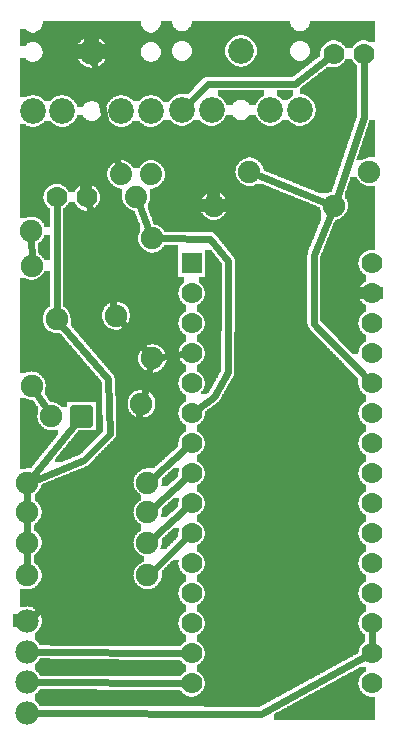
<source format=gbl>
G04 MADE WITH FRITZING*
G04 WWW.FRITZING.ORG*
G04 DOUBLE SIDED*
G04 HOLES PLATED*
G04 CONTOUR ON CENTER OF CONTOUR VECTOR*
%ASAXBY*%
%FSLAX23Y23*%
%MOIN*%
%OFA0B0*%
%SFA1.0B1.0*%
%ADD10C,0.075000*%
%ADD11C,0.078000*%
%ADD12C,0.086000*%
%ADD13C,0.070000*%
%ADD14C,0.074000*%
%ADD15R,0.069972X0.070000*%
%ADD16C,0.024000*%
%ADD17C,0.020000*%
%ADD18R,0.001000X0.001000*%
%LNCOPPER0*%
G90*
G70*
G54D10*
X1144Y1678D03*
X113Y1265D03*
X1126Y120D03*
X1080Y2153D03*
G54D11*
X66Y64D03*
X66Y369D03*
G54D12*
X281Y2266D03*
X379Y2069D03*
X478Y2069D03*
X182Y2069D03*
X84Y2069D03*
X778Y2270D03*
X876Y2073D03*
X975Y2073D03*
X680Y2073D03*
X581Y2073D03*
G54D13*
X613Y1562D03*
X613Y1462D03*
X613Y1362D03*
X613Y1262D03*
X613Y1162D03*
X613Y1062D03*
X613Y962D03*
X613Y862D03*
X613Y762D03*
X613Y662D03*
X613Y562D03*
X613Y462D03*
X613Y362D03*
X613Y262D03*
X613Y162D03*
X1213Y1562D03*
X1213Y1462D03*
X1213Y1362D03*
X1213Y1262D03*
X1213Y1162D03*
X1213Y1062D03*
X1213Y962D03*
X1213Y862D03*
X1213Y762D03*
X1213Y662D03*
X1213Y562D03*
X1213Y462D03*
X1213Y362D03*
X1213Y262D03*
X1213Y162D03*
G54D11*
X66Y266D03*
X66Y165D03*
G54D10*
X688Y1753D03*
X1088Y1753D03*
X806Y1867D03*
X1206Y1867D03*
G54D13*
X1087Y2260D03*
X1187Y2260D03*
G54D10*
X246Y1052D03*
X146Y1052D03*
G54D13*
X164Y1782D03*
X264Y1782D03*
G54D10*
X446Y1093D03*
X163Y1376D03*
X80Y1154D03*
X80Y1554D03*
X362Y1387D03*
X79Y1670D03*
X466Y522D03*
X66Y522D03*
X466Y631D03*
X66Y631D03*
X466Y732D03*
X66Y732D03*
X466Y831D03*
X66Y831D03*
G54D14*
X478Y1858D03*
X428Y1783D03*
X378Y1858D03*
G54D10*
X482Y1645D03*
X482Y1245D03*
G54D15*
X613Y1562D03*
G54D16*
X329Y2023D02*
X371Y1884D01*
D02*
X288Y2230D02*
X329Y2023D01*
D02*
X1213Y333D02*
X1213Y291D01*
D02*
X959Y2161D02*
X667Y2161D01*
D02*
X667Y2161D02*
X607Y2099D01*
D02*
X1066Y2244D02*
X959Y2161D01*
D02*
X270Y1757D02*
X355Y1415D01*
D02*
X164Y1756D02*
X163Y1405D01*
D02*
X84Y853D02*
X228Y1030D01*
D02*
X401Y903D02*
X440Y1065D01*
D02*
X328Y574D02*
X401Y903D01*
D02*
X89Y388D02*
X328Y574D01*
D02*
X676Y1643D02*
X511Y1645D01*
D02*
X736Y1568D02*
X676Y1643D01*
D02*
X734Y1199D02*
X736Y1568D01*
D02*
X688Y1117D02*
X734Y1199D01*
D02*
X637Y1079D02*
X688Y1117D01*
D02*
X592Y842D02*
X488Y751D01*
D02*
X488Y850D02*
X592Y942D01*
D02*
X488Y650D02*
X592Y742D01*
D02*
X592Y642D02*
X487Y541D01*
D02*
X1021Y1361D02*
X1193Y1183D01*
D02*
X1021Y1590D02*
X1021Y1361D01*
D02*
X1077Y1727D02*
X1021Y1590D01*
D02*
X1061Y1764D02*
X833Y1856D01*
D02*
X1187Y2049D02*
X1187Y2234D01*
D02*
X1097Y1781D02*
X1187Y2049D01*
D02*
X584Y262D02*
X96Y266D01*
D02*
X584Y162D02*
X96Y165D01*
D02*
X585Y1258D02*
X511Y1248D01*
D02*
X66Y602D02*
X66Y550D01*
D02*
X66Y703D02*
X66Y659D01*
D02*
X66Y802D02*
X66Y760D01*
D02*
X96Y1130D02*
X131Y1076D01*
D02*
X79Y1641D02*
X80Y1583D01*
D02*
X845Y61D02*
X1188Y248D01*
D02*
X96Y64D02*
X845Y61D01*
D02*
X464Y1267D02*
X380Y1365D01*
D02*
X438Y1758D02*
X472Y1671D01*
D02*
X254Y906D02*
X93Y841D01*
D02*
X341Y994D02*
X254Y906D01*
D02*
X335Y1176D02*
X341Y994D01*
D02*
X182Y1354D02*
X335Y1176D01*
D02*
X476Y1217D02*
X453Y1121D01*
G36*
X118Y2369D02*
X118Y2361D01*
X116Y2361D01*
X116Y2353D01*
X114Y2353D01*
X114Y2349D01*
X112Y2349D01*
X112Y2347D01*
X110Y2347D01*
X110Y2343D01*
X108Y2343D01*
X108Y2341D01*
X106Y2341D01*
X106Y2339D01*
X102Y2339D01*
X102Y2337D01*
X100Y2337D01*
X100Y2335D01*
X96Y2335D01*
X96Y2333D01*
X90Y2333D01*
X90Y2331D01*
X472Y2331D01*
X472Y2333D01*
X466Y2333D01*
X466Y2335D01*
X462Y2335D01*
X462Y2337D01*
X458Y2337D01*
X458Y2339D01*
X456Y2339D01*
X456Y2341D01*
X454Y2341D01*
X454Y2343D01*
X452Y2343D01*
X452Y2345D01*
X450Y2345D01*
X450Y2349D01*
X448Y2349D01*
X448Y2353D01*
X446Y2353D01*
X446Y2357D01*
X444Y2357D01*
X444Y2369D01*
X118Y2369D01*
G37*
D02*
G36*
X512Y2369D02*
X512Y2363D01*
X510Y2363D01*
X510Y2355D01*
X508Y2355D01*
X508Y2349D01*
X506Y2349D01*
X506Y2347D01*
X504Y2347D01*
X504Y2345D01*
X502Y2345D01*
X502Y2341D01*
X498Y2341D01*
X498Y2339D01*
X496Y2339D01*
X496Y2337D01*
X494Y2337D01*
X494Y2335D01*
X574Y2335D01*
X574Y2337D01*
X568Y2337D01*
X568Y2339D01*
X564Y2339D01*
X564Y2341D01*
X562Y2341D01*
X562Y2343D01*
X560Y2343D01*
X560Y2345D01*
X558Y2345D01*
X558Y2347D01*
X556Y2347D01*
X556Y2349D01*
X554Y2349D01*
X554Y2351D01*
X552Y2351D01*
X552Y2355D01*
X550Y2355D01*
X550Y2359D01*
X548Y2359D01*
X548Y2369D01*
X512Y2369D01*
G37*
D02*
G36*
X614Y2369D02*
X614Y2359D01*
X612Y2359D01*
X612Y2355D01*
X610Y2355D01*
X610Y2351D01*
X608Y2351D01*
X608Y2349D01*
X606Y2349D01*
X606Y2347D01*
X604Y2347D01*
X604Y2345D01*
X602Y2345D01*
X602Y2343D01*
X600Y2343D01*
X600Y2341D01*
X598Y2341D01*
X598Y2339D01*
X594Y2339D01*
X594Y2337D01*
X588Y2337D01*
X588Y2335D01*
X968Y2335D01*
X968Y2337D01*
X962Y2337D01*
X962Y2339D01*
X958Y2339D01*
X958Y2341D01*
X956Y2341D01*
X956Y2343D01*
X954Y2343D01*
X954Y2345D01*
X950Y2345D01*
X950Y2349D01*
X948Y2349D01*
X948Y2351D01*
X946Y2351D01*
X946Y2355D01*
X944Y2355D01*
X944Y2359D01*
X942Y2359D01*
X942Y2369D01*
X614Y2369D01*
G37*
D02*
G36*
X1008Y2369D02*
X1008Y2361D01*
X1006Y2361D01*
X1006Y2355D01*
X1004Y2355D01*
X1004Y2351D01*
X1002Y2351D01*
X1002Y2349D01*
X1000Y2349D01*
X1000Y2347D01*
X998Y2347D01*
X998Y2345D01*
X996Y2345D01*
X996Y2343D01*
X994Y2343D01*
X994Y2341D01*
X992Y2341D01*
X992Y2339D01*
X988Y2339D01*
X988Y2337D01*
X982Y2337D01*
X982Y2335D01*
X1226Y2335D01*
X1226Y2369D01*
X1008Y2369D01*
G37*
D02*
G36*
X40Y2343D02*
X40Y2331D01*
X78Y2331D01*
X78Y2333D01*
X72Y2333D01*
X72Y2335D01*
X68Y2335D01*
X68Y2337D01*
X64Y2337D01*
X64Y2339D01*
X62Y2339D01*
X62Y2341D01*
X60Y2341D01*
X60Y2343D01*
X40Y2343D01*
G37*
D02*
G36*
X490Y2335D02*
X490Y2333D01*
X1226Y2333D01*
X1226Y2335D01*
X490Y2335D01*
G37*
D02*
G36*
X490Y2335D02*
X490Y2333D01*
X1226Y2333D01*
X1226Y2335D01*
X490Y2335D01*
G37*
D02*
G36*
X490Y2335D02*
X490Y2333D01*
X1226Y2333D01*
X1226Y2335D01*
X490Y2335D01*
G37*
D02*
G36*
X484Y2333D02*
X484Y2331D01*
X1226Y2331D01*
X1226Y2333D01*
X484Y2333D01*
G37*
D02*
G36*
X40Y2331D02*
X40Y2329D01*
X1226Y2329D01*
X1226Y2331D01*
X40Y2331D01*
G37*
D02*
G36*
X40Y2331D02*
X40Y2329D01*
X1226Y2329D01*
X1226Y2331D01*
X40Y2331D01*
G37*
D02*
G36*
X40Y2331D02*
X40Y2329D01*
X1226Y2329D01*
X1226Y2331D01*
X40Y2331D01*
G37*
D02*
G36*
X40Y2329D02*
X40Y2323D01*
X788Y2323D01*
X788Y2321D01*
X794Y2321D01*
X794Y2319D01*
X798Y2319D01*
X798Y2317D01*
X802Y2317D01*
X802Y2315D01*
X806Y2315D01*
X806Y2313D01*
X808Y2313D01*
X808Y2311D01*
X810Y2311D01*
X810Y2309D01*
X812Y2309D01*
X812Y2307D01*
X814Y2307D01*
X814Y2305D01*
X1196Y2305D01*
X1196Y2303D01*
X1202Y2303D01*
X1202Y2301D01*
X1206Y2301D01*
X1206Y2299D01*
X1226Y2299D01*
X1226Y2329D01*
X40Y2329D01*
G37*
D02*
G36*
X40Y2323D02*
X40Y2319D01*
X292Y2319D01*
X292Y2317D01*
X298Y2317D01*
X298Y2315D01*
X302Y2315D01*
X302Y2313D01*
X306Y2313D01*
X306Y2311D01*
X308Y2311D01*
X308Y2309D01*
X312Y2309D01*
X312Y2307D01*
X314Y2307D01*
X314Y2305D01*
X316Y2305D01*
X316Y2303D01*
X590Y2303D01*
X590Y2301D01*
X596Y2301D01*
X596Y2299D01*
X598Y2299D01*
X598Y2297D01*
X602Y2297D01*
X602Y2295D01*
X604Y2295D01*
X604Y2293D01*
X606Y2293D01*
X606Y2291D01*
X608Y2291D01*
X608Y2287D01*
X610Y2287D01*
X610Y2285D01*
X612Y2285D01*
X612Y2279D01*
X614Y2279D01*
X614Y2261D01*
X612Y2261D01*
X612Y2257D01*
X610Y2257D01*
X610Y2253D01*
X608Y2253D01*
X608Y2251D01*
X606Y2251D01*
X606Y2247D01*
X604Y2247D01*
X604Y2245D01*
X600Y2245D01*
X600Y2243D01*
X598Y2243D01*
X598Y2241D01*
X594Y2241D01*
X594Y2239D01*
X590Y2239D01*
X590Y2237D01*
X738Y2237D01*
X738Y2239D01*
X736Y2239D01*
X736Y2241D01*
X734Y2241D01*
X734Y2245D01*
X732Y2245D01*
X732Y2247D01*
X730Y2247D01*
X730Y2251D01*
X728Y2251D01*
X728Y2257D01*
X726Y2257D01*
X726Y2269D01*
X724Y2269D01*
X724Y2271D01*
X726Y2271D01*
X726Y2283D01*
X728Y2283D01*
X728Y2289D01*
X730Y2289D01*
X730Y2293D01*
X732Y2293D01*
X732Y2295D01*
X734Y2295D01*
X734Y2299D01*
X736Y2299D01*
X736Y2301D01*
X738Y2301D01*
X738Y2303D01*
X740Y2303D01*
X740Y2307D01*
X744Y2307D01*
X744Y2309D01*
X746Y2309D01*
X746Y2311D01*
X748Y2311D01*
X748Y2313D01*
X750Y2313D01*
X750Y2315D01*
X754Y2315D01*
X754Y2317D01*
X758Y2317D01*
X758Y2319D01*
X762Y2319D01*
X762Y2321D01*
X768Y2321D01*
X768Y2323D01*
X40Y2323D01*
G37*
D02*
G36*
X40Y2319D02*
X40Y2299D01*
X94Y2299D01*
X94Y2297D01*
X98Y2297D01*
X98Y2295D01*
X102Y2295D01*
X102Y2293D01*
X104Y2293D01*
X104Y2291D01*
X106Y2291D01*
X106Y2289D01*
X108Y2289D01*
X108Y2287D01*
X110Y2287D01*
X110Y2285D01*
X112Y2285D01*
X112Y2281D01*
X114Y2281D01*
X114Y2279D01*
X116Y2279D01*
X116Y2271D01*
X118Y2271D01*
X118Y2261D01*
X116Y2261D01*
X116Y2255D01*
X114Y2255D01*
X114Y2251D01*
X112Y2251D01*
X112Y2247D01*
X110Y2247D01*
X110Y2245D01*
X108Y2245D01*
X108Y2243D01*
X106Y2243D01*
X106Y2241D01*
X104Y2241D01*
X104Y2239D01*
X100Y2239D01*
X100Y2237D01*
X98Y2237D01*
X98Y2235D01*
X92Y2235D01*
X92Y2233D01*
X240Y2233D01*
X240Y2237D01*
X238Y2237D01*
X238Y2239D01*
X236Y2239D01*
X236Y2243D01*
X234Y2243D01*
X234Y2245D01*
X232Y2245D01*
X232Y2251D01*
X230Y2251D01*
X230Y2257D01*
X228Y2257D01*
X228Y2277D01*
X230Y2277D01*
X230Y2283D01*
X232Y2283D01*
X232Y2287D01*
X234Y2287D01*
X234Y2291D01*
X236Y2291D01*
X236Y2295D01*
X238Y2295D01*
X238Y2297D01*
X240Y2297D01*
X240Y2299D01*
X242Y2299D01*
X242Y2301D01*
X244Y2301D01*
X244Y2303D01*
X246Y2303D01*
X246Y2305D01*
X248Y2305D01*
X248Y2307D01*
X250Y2307D01*
X250Y2309D01*
X252Y2309D01*
X252Y2311D01*
X256Y2311D01*
X256Y2313D01*
X260Y2313D01*
X260Y2315D01*
X264Y2315D01*
X264Y2317D01*
X270Y2317D01*
X270Y2319D01*
X40Y2319D01*
G37*
D02*
G36*
X816Y2305D02*
X816Y2303D01*
X984Y2303D01*
X984Y2301D01*
X988Y2301D01*
X988Y2299D01*
X992Y2299D01*
X992Y2297D01*
X994Y2297D01*
X994Y2295D01*
X998Y2295D01*
X998Y2293D01*
X1000Y2293D01*
X1000Y2289D01*
X1002Y2289D01*
X1002Y2287D01*
X1004Y2287D01*
X1004Y2283D01*
X1006Y2283D01*
X1006Y2279D01*
X1008Y2279D01*
X1008Y2261D01*
X1006Y2261D01*
X1006Y2257D01*
X1004Y2257D01*
X1004Y2253D01*
X1002Y2253D01*
X1002Y2251D01*
X1000Y2251D01*
X1000Y2249D01*
X998Y2249D01*
X998Y2247D01*
X996Y2247D01*
X996Y2245D01*
X994Y2245D01*
X994Y2243D01*
X992Y2243D01*
X992Y2241D01*
X988Y2241D01*
X988Y2239D01*
X984Y2239D01*
X984Y2237D01*
X1022Y2237D01*
X1022Y2239D01*
X1024Y2239D01*
X1024Y2241D01*
X1026Y2241D01*
X1026Y2243D01*
X1030Y2243D01*
X1030Y2245D01*
X1032Y2245D01*
X1032Y2247D01*
X1034Y2247D01*
X1034Y2249D01*
X1038Y2249D01*
X1038Y2251D01*
X1040Y2251D01*
X1040Y2253D01*
X1042Y2253D01*
X1042Y2269D01*
X1044Y2269D01*
X1044Y2275D01*
X1046Y2275D01*
X1046Y2279D01*
X1048Y2279D01*
X1048Y2283D01*
X1050Y2283D01*
X1050Y2285D01*
X1052Y2285D01*
X1052Y2287D01*
X1054Y2287D01*
X1054Y2289D01*
X1056Y2289D01*
X1056Y2291D01*
X1058Y2291D01*
X1058Y2293D01*
X1060Y2293D01*
X1060Y2295D01*
X1062Y2295D01*
X1062Y2297D01*
X1064Y2297D01*
X1064Y2299D01*
X1068Y2299D01*
X1068Y2301D01*
X1072Y2301D01*
X1072Y2303D01*
X1078Y2303D01*
X1078Y2305D01*
X816Y2305D01*
G37*
D02*
G36*
X1096Y2305D02*
X1096Y2303D01*
X1102Y2303D01*
X1102Y2301D01*
X1106Y2301D01*
X1106Y2299D01*
X1110Y2299D01*
X1110Y2297D01*
X1112Y2297D01*
X1112Y2295D01*
X1114Y2295D01*
X1114Y2293D01*
X1116Y2293D01*
X1116Y2291D01*
X1118Y2291D01*
X1118Y2289D01*
X1120Y2289D01*
X1120Y2287D01*
X1122Y2287D01*
X1122Y2285D01*
X1124Y2285D01*
X1124Y2281D01*
X1126Y2281D01*
X1126Y2279D01*
X1148Y2279D01*
X1148Y2281D01*
X1150Y2281D01*
X1150Y2285D01*
X1152Y2285D01*
X1152Y2287D01*
X1154Y2287D01*
X1154Y2289D01*
X1156Y2289D01*
X1156Y2291D01*
X1158Y2291D01*
X1158Y2293D01*
X1160Y2293D01*
X1160Y2295D01*
X1162Y2295D01*
X1162Y2297D01*
X1164Y2297D01*
X1164Y2299D01*
X1168Y2299D01*
X1168Y2301D01*
X1172Y2301D01*
X1172Y2303D01*
X1178Y2303D01*
X1178Y2305D01*
X1096Y2305D01*
G37*
D02*
G36*
X318Y2303D02*
X318Y2301D01*
X320Y2301D01*
X320Y2299D01*
X488Y2299D01*
X488Y2297D01*
X492Y2297D01*
X492Y2295D01*
X496Y2295D01*
X496Y2293D01*
X498Y2293D01*
X498Y2291D01*
X500Y2291D01*
X500Y2289D01*
X502Y2289D01*
X502Y2287D01*
X504Y2287D01*
X504Y2285D01*
X506Y2285D01*
X506Y2281D01*
X508Y2281D01*
X508Y2277D01*
X510Y2277D01*
X510Y2269D01*
X512Y2269D01*
X512Y2265D01*
X510Y2265D01*
X510Y2255D01*
X508Y2255D01*
X508Y2251D01*
X506Y2251D01*
X506Y2249D01*
X504Y2249D01*
X504Y2245D01*
X502Y2245D01*
X502Y2243D01*
X500Y2243D01*
X500Y2241D01*
X498Y2241D01*
X498Y2239D01*
X494Y2239D01*
X494Y2237D01*
X572Y2237D01*
X572Y2239D01*
X568Y2239D01*
X568Y2241D01*
X564Y2241D01*
X564Y2243D01*
X562Y2243D01*
X562Y2245D01*
X558Y2245D01*
X558Y2247D01*
X556Y2247D01*
X556Y2251D01*
X554Y2251D01*
X554Y2253D01*
X552Y2253D01*
X552Y2257D01*
X550Y2257D01*
X550Y2261D01*
X548Y2261D01*
X548Y2279D01*
X550Y2279D01*
X550Y2283D01*
X552Y2283D01*
X552Y2287D01*
X554Y2287D01*
X554Y2291D01*
X556Y2291D01*
X556Y2293D01*
X558Y2293D01*
X558Y2295D01*
X560Y2295D01*
X560Y2297D01*
X564Y2297D01*
X564Y2299D01*
X566Y2299D01*
X566Y2301D01*
X572Y2301D01*
X572Y2303D01*
X318Y2303D01*
G37*
D02*
G36*
X818Y2303D02*
X818Y2301D01*
X820Y2301D01*
X820Y2299D01*
X822Y2299D01*
X822Y2295D01*
X824Y2295D01*
X824Y2293D01*
X826Y2293D01*
X826Y2289D01*
X828Y2289D01*
X828Y2283D01*
X830Y2283D01*
X830Y2257D01*
X828Y2257D01*
X828Y2253D01*
X826Y2253D01*
X826Y2249D01*
X824Y2249D01*
X824Y2245D01*
X822Y2245D01*
X822Y2241D01*
X820Y2241D01*
X820Y2239D01*
X818Y2239D01*
X818Y2237D01*
X966Y2237D01*
X966Y2239D01*
X962Y2239D01*
X962Y2241D01*
X958Y2241D01*
X958Y2243D01*
X954Y2243D01*
X954Y2245D01*
X952Y2245D01*
X952Y2247D01*
X950Y2247D01*
X950Y2249D01*
X948Y2249D01*
X948Y2253D01*
X946Y2253D01*
X946Y2255D01*
X944Y2255D01*
X944Y2261D01*
X942Y2261D01*
X942Y2279D01*
X944Y2279D01*
X944Y2285D01*
X946Y2285D01*
X946Y2287D01*
X948Y2287D01*
X948Y2291D01*
X950Y2291D01*
X950Y2293D01*
X952Y2293D01*
X952Y2295D01*
X954Y2295D01*
X954Y2297D01*
X958Y2297D01*
X958Y2299D01*
X960Y2299D01*
X960Y2301D01*
X966Y2301D01*
X966Y2303D01*
X818Y2303D01*
G37*
D02*
G36*
X40Y2299D02*
X40Y2287D01*
X60Y2287D01*
X60Y2289D01*
X62Y2289D01*
X62Y2291D01*
X64Y2291D01*
X64Y2293D01*
X66Y2293D01*
X66Y2295D01*
X70Y2295D01*
X70Y2297D01*
X74Y2297D01*
X74Y2299D01*
X40Y2299D01*
G37*
D02*
G36*
X322Y2299D02*
X322Y2297D01*
X324Y2297D01*
X324Y2293D01*
X326Y2293D01*
X326Y2289D01*
X328Y2289D01*
X328Y2287D01*
X330Y2287D01*
X330Y2281D01*
X332Y2281D01*
X332Y2275D01*
X334Y2275D01*
X334Y2259D01*
X332Y2259D01*
X332Y2251D01*
X330Y2251D01*
X330Y2247D01*
X328Y2247D01*
X328Y2243D01*
X326Y2243D01*
X326Y2239D01*
X324Y2239D01*
X324Y2237D01*
X322Y2237D01*
X322Y2235D01*
X320Y2235D01*
X320Y2233D01*
X470Y2233D01*
X470Y2235D01*
X464Y2235D01*
X464Y2237D01*
X462Y2237D01*
X462Y2239D01*
X458Y2239D01*
X458Y2241D01*
X456Y2241D01*
X456Y2243D01*
X454Y2243D01*
X454Y2245D01*
X452Y2245D01*
X452Y2247D01*
X450Y2247D01*
X450Y2251D01*
X448Y2251D01*
X448Y2253D01*
X446Y2253D01*
X446Y2259D01*
X444Y2259D01*
X444Y2273D01*
X446Y2273D01*
X446Y2279D01*
X448Y2279D01*
X448Y2283D01*
X450Y2283D01*
X450Y2285D01*
X452Y2285D01*
X452Y2289D01*
X454Y2289D01*
X454Y2291D01*
X458Y2291D01*
X458Y2293D01*
X460Y2293D01*
X460Y2295D01*
X462Y2295D01*
X462Y2297D01*
X468Y2297D01*
X468Y2299D01*
X322Y2299D01*
G37*
D02*
G36*
X40Y2245D02*
X40Y2233D01*
X76Y2233D01*
X76Y2235D01*
X70Y2235D01*
X70Y2237D01*
X68Y2237D01*
X68Y2239D01*
X64Y2239D01*
X64Y2241D01*
X62Y2241D01*
X62Y2243D01*
X60Y2243D01*
X60Y2245D01*
X40Y2245D01*
G37*
D02*
G36*
X490Y2237D02*
X490Y2235D01*
X740Y2235D01*
X740Y2237D01*
X490Y2237D01*
G37*
D02*
G36*
X490Y2237D02*
X490Y2235D01*
X740Y2235D01*
X740Y2237D01*
X490Y2237D01*
G37*
D02*
G36*
X816Y2237D02*
X816Y2235D01*
X1020Y2235D01*
X1020Y2237D01*
X816Y2237D01*
G37*
D02*
G36*
X816Y2237D02*
X816Y2235D01*
X1020Y2235D01*
X1020Y2237D01*
X816Y2237D01*
G37*
D02*
G36*
X486Y2235D02*
X486Y2233D01*
X742Y2233D01*
X742Y2235D01*
X486Y2235D01*
G37*
D02*
G36*
X814Y2235D02*
X814Y2233D01*
X812Y2233D01*
X812Y2231D01*
X810Y2231D01*
X810Y2229D01*
X808Y2229D01*
X808Y2227D01*
X804Y2227D01*
X804Y2225D01*
X802Y2225D01*
X802Y2223D01*
X798Y2223D01*
X798Y2221D01*
X794Y2221D01*
X794Y2219D01*
X786Y2219D01*
X786Y2217D01*
X996Y2217D01*
X996Y2219D01*
X998Y2219D01*
X998Y2221D01*
X1002Y2221D01*
X1002Y2223D01*
X1004Y2223D01*
X1004Y2225D01*
X1006Y2225D01*
X1006Y2227D01*
X1008Y2227D01*
X1008Y2229D01*
X1012Y2229D01*
X1012Y2231D01*
X1014Y2231D01*
X1014Y2233D01*
X1016Y2233D01*
X1016Y2235D01*
X814Y2235D01*
G37*
D02*
G36*
X40Y2233D02*
X40Y2231D01*
X242Y2231D01*
X242Y2233D01*
X40Y2233D01*
G37*
D02*
G36*
X40Y2233D02*
X40Y2231D01*
X242Y2231D01*
X242Y2233D01*
X40Y2233D01*
G37*
D02*
G36*
X320Y2233D02*
X320Y2231D01*
X744Y2231D01*
X744Y2233D01*
X320Y2233D01*
G37*
D02*
G36*
X320Y2233D02*
X320Y2231D01*
X744Y2231D01*
X744Y2233D01*
X320Y2233D01*
G37*
D02*
G36*
X40Y2231D02*
X40Y2213D01*
X274Y2213D01*
X274Y2215D01*
X266Y2215D01*
X266Y2217D01*
X262Y2217D01*
X262Y2219D01*
X258Y2219D01*
X258Y2221D01*
X254Y2221D01*
X254Y2223D01*
X252Y2223D01*
X252Y2225D01*
X248Y2225D01*
X248Y2227D01*
X246Y2227D01*
X246Y2229D01*
X244Y2229D01*
X244Y2231D01*
X40Y2231D01*
G37*
D02*
G36*
X318Y2231D02*
X318Y2229D01*
X316Y2229D01*
X316Y2227D01*
X312Y2227D01*
X312Y2225D01*
X310Y2225D01*
X310Y2223D01*
X308Y2223D01*
X308Y2221D01*
X304Y2221D01*
X304Y2219D01*
X300Y2219D01*
X300Y2217D01*
X770Y2217D01*
X770Y2219D01*
X762Y2219D01*
X762Y2221D01*
X758Y2221D01*
X758Y2223D01*
X754Y2223D01*
X754Y2225D01*
X750Y2225D01*
X750Y2227D01*
X748Y2227D01*
X748Y2229D01*
X746Y2229D01*
X746Y2231D01*
X318Y2231D01*
G37*
D02*
G36*
X296Y2217D02*
X296Y2215D01*
X994Y2215D01*
X994Y2217D01*
X296Y2217D01*
G37*
D02*
G36*
X296Y2217D02*
X296Y2215D01*
X994Y2215D01*
X994Y2217D01*
X296Y2217D01*
G37*
D02*
G36*
X288Y2215D02*
X288Y2213D01*
X990Y2213D01*
X990Y2215D01*
X288Y2215D01*
G37*
D02*
G36*
X40Y2213D02*
X40Y2211D01*
X988Y2211D01*
X988Y2213D01*
X40Y2213D01*
G37*
D02*
G36*
X40Y2213D02*
X40Y2211D01*
X988Y2211D01*
X988Y2213D01*
X40Y2213D01*
G37*
D02*
G36*
X40Y2211D02*
X40Y2123D01*
X484Y2123D01*
X484Y2121D01*
X492Y2121D01*
X492Y2119D01*
X498Y2119D01*
X498Y2117D01*
X500Y2117D01*
X500Y2115D01*
X504Y2115D01*
X504Y2113D01*
X508Y2113D01*
X508Y2111D01*
X510Y2111D01*
X510Y2109D01*
X512Y2109D01*
X512Y2107D01*
X514Y2107D01*
X514Y2105D01*
X516Y2105D01*
X516Y2103D01*
X518Y2103D01*
X518Y2101D01*
X538Y2101D01*
X538Y2103D01*
X540Y2103D01*
X540Y2105D01*
X542Y2105D01*
X542Y2107D01*
X544Y2107D01*
X544Y2111D01*
X548Y2111D01*
X548Y2113D01*
X550Y2113D01*
X550Y2115D01*
X552Y2115D01*
X552Y2117D01*
X556Y2117D01*
X556Y2119D01*
X558Y2119D01*
X558Y2121D01*
X562Y2121D01*
X562Y2123D01*
X568Y2123D01*
X568Y2125D01*
X576Y2125D01*
X576Y2127D01*
X604Y2127D01*
X604Y2129D01*
X606Y2129D01*
X606Y2131D01*
X608Y2131D01*
X608Y2133D01*
X610Y2133D01*
X610Y2135D01*
X612Y2135D01*
X612Y2137D01*
X614Y2137D01*
X614Y2139D01*
X616Y2139D01*
X616Y2141D01*
X618Y2141D01*
X618Y2143D01*
X620Y2143D01*
X620Y2145D01*
X622Y2145D01*
X622Y2149D01*
X624Y2149D01*
X624Y2151D01*
X626Y2151D01*
X626Y2153D01*
X628Y2153D01*
X628Y2155D01*
X630Y2155D01*
X630Y2157D01*
X632Y2157D01*
X632Y2159D01*
X634Y2159D01*
X634Y2161D01*
X636Y2161D01*
X636Y2163D01*
X638Y2163D01*
X638Y2165D01*
X640Y2165D01*
X640Y2167D01*
X642Y2167D01*
X642Y2169D01*
X644Y2169D01*
X644Y2171D01*
X646Y2171D01*
X646Y2173D01*
X648Y2173D01*
X648Y2175D01*
X650Y2175D01*
X650Y2177D01*
X652Y2177D01*
X652Y2179D01*
X654Y2179D01*
X654Y2181D01*
X658Y2181D01*
X658Y2183D01*
X952Y2183D01*
X952Y2185D01*
X954Y2185D01*
X954Y2187D01*
X958Y2187D01*
X958Y2189D01*
X960Y2189D01*
X960Y2191D01*
X962Y2191D01*
X962Y2193D01*
X964Y2193D01*
X964Y2195D01*
X968Y2195D01*
X968Y2197D01*
X970Y2197D01*
X970Y2199D01*
X972Y2199D01*
X972Y2201D01*
X976Y2201D01*
X976Y2203D01*
X978Y2203D01*
X978Y2205D01*
X980Y2205D01*
X980Y2207D01*
X982Y2207D01*
X982Y2209D01*
X986Y2209D01*
X986Y2211D01*
X40Y2211D01*
G37*
D02*
G36*
X40Y2123D02*
X40Y2115D01*
X60Y2115D01*
X60Y2117D01*
X64Y2117D01*
X64Y2119D01*
X70Y2119D01*
X70Y2121D01*
X78Y2121D01*
X78Y2123D01*
X40Y2123D01*
G37*
D02*
G36*
X90Y2123D02*
X90Y2121D01*
X98Y2121D01*
X98Y2119D01*
X104Y2119D01*
X104Y2117D01*
X106Y2117D01*
X106Y2115D01*
X110Y2115D01*
X110Y2113D01*
X114Y2113D01*
X114Y2111D01*
X116Y2111D01*
X116Y2109D01*
X118Y2109D01*
X118Y2107D01*
X120Y2107D01*
X120Y2105D01*
X122Y2105D01*
X122Y2103D01*
X144Y2103D01*
X144Y2105D01*
X146Y2105D01*
X146Y2107D01*
X148Y2107D01*
X148Y2109D01*
X150Y2109D01*
X150Y2111D01*
X152Y2111D01*
X152Y2113D01*
X156Y2113D01*
X156Y2115D01*
X160Y2115D01*
X160Y2117D01*
X162Y2117D01*
X162Y2119D01*
X168Y2119D01*
X168Y2121D01*
X176Y2121D01*
X176Y2123D01*
X90Y2123D01*
G37*
D02*
G36*
X188Y2123D02*
X188Y2121D01*
X198Y2121D01*
X198Y2119D01*
X202Y2119D01*
X202Y2117D01*
X206Y2117D01*
X206Y2115D01*
X208Y2115D01*
X208Y2113D01*
X212Y2113D01*
X212Y2111D01*
X214Y2111D01*
X214Y2109D01*
X216Y2109D01*
X216Y2107D01*
X218Y2107D01*
X218Y2105D01*
X220Y2105D01*
X220Y2103D01*
X288Y2103D01*
X288Y2101D01*
X294Y2101D01*
X294Y2099D01*
X298Y2099D01*
X298Y2097D01*
X300Y2097D01*
X300Y2095D01*
X302Y2095D01*
X302Y2093D01*
X304Y2093D01*
X304Y2091D01*
X306Y2091D01*
X306Y2089D01*
X308Y2089D01*
X308Y2087D01*
X310Y2087D01*
X310Y2085D01*
X330Y2085D01*
X330Y2089D01*
X332Y2089D01*
X332Y2093D01*
X334Y2093D01*
X334Y2097D01*
X336Y2097D01*
X336Y2099D01*
X338Y2099D01*
X338Y2101D01*
X340Y2101D01*
X340Y2105D01*
X342Y2105D01*
X342Y2107D01*
X344Y2107D01*
X344Y2109D01*
X348Y2109D01*
X348Y2111D01*
X350Y2111D01*
X350Y2113D01*
X352Y2113D01*
X352Y2115D01*
X356Y2115D01*
X356Y2117D01*
X360Y2117D01*
X360Y2119D01*
X364Y2119D01*
X364Y2121D01*
X372Y2121D01*
X372Y2123D01*
X188Y2123D01*
G37*
D02*
G36*
X386Y2123D02*
X386Y2121D01*
X394Y2121D01*
X394Y2119D01*
X398Y2119D01*
X398Y2117D01*
X402Y2117D01*
X402Y2115D01*
X406Y2115D01*
X406Y2113D01*
X408Y2113D01*
X408Y2111D01*
X412Y2111D01*
X412Y2109D01*
X414Y2109D01*
X414Y2107D01*
X416Y2107D01*
X416Y2105D01*
X418Y2105D01*
X418Y2103D01*
X440Y2103D01*
X440Y2105D01*
X442Y2105D01*
X442Y2107D01*
X444Y2107D01*
X444Y2109D01*
X446Y2109D01*
X446Y2111D01*
X448Y2111D01*
X448Y2113D01*
X452Y2113D01*
X452Y2115D01*
X454Y2115D01*
X454Y2117D01*
X458Y2117D01*
X458Y2119D01*
X462Y2119D01*
X462Y2121D01*
X472Y2121D01*
X472Y2123D01*
X386Y2123D01*
G37*
D02*
G36*
X222Y2103D02*
X222Y2101D01*
X224Y2101D01*
X224Y2099D01*
X226Y2099D01*
X226Y2095D01*
X228Y2095D01*
X228Y2093D01*
X230Y2093D01*
X230Y2089D01*
X232Y2089D01*
X232Y2083D01*
X252Y2083D01*
X252Y2087D01*
X254Y2087D01*
X254Y2089D01*
X256Y2089D01*
X256Y2093D01*
X258Y2093D01*
X258Y2095D01*
X262Y2095D01*
X262Y2097D01*
X264Y2097D01*
X264Y2099D01*
X268Y2099D01*
X268Y2101D01*
X274Y2101D01*
X274Y2103D01*
X222Y2103D01*
G37*
D02*
G36*
X702Y2139D02*
X702Y2119D01*
X706Y2119D01*
X706Y2117D01*
X708Y2117D01*
X708Y2115D01*
X712Y2115D01*
X712Y2113D01*
X714Y2113D01*
X714Y2111D01*
X716Y2111D01*
X716Y2109D01*
X718Y2109D01*
X718Y2107D01*
X784Y2107D01*
X784Y2105D01*
X790Y2105D01*
X790Y2103D01*
X794Y2103D01*
X794Y2101D01*
X798Y2101D01*
X798Y2099D01*
X800Y2099D01*
X800Y2097D01*
X802Y2097D01*
X802Y2095D01*
X804Y2095D01*
X804Y2091D01*
X806Y2091D01*
X806Y2089D01*
X826Y2089D01*
X826Y2091D01*
X828Y2091D01*
X828Y2095D01*
X830Y2095D01*
X830Y2099D01*
X832Y2099D01*
X832Y2101D01*
X834Y2101D01*
X834Y2105D01*
X836Y2105D01*
X836Y2107D01*
X838Y2107D01*
X838Y2109D01*
X840Y2109D01*
X840Y2111D01*
X842Y2111D01*
X842Y2113D01*
X844Y2113D01*
X844Y2115D01*
X848Y2115D01*
X848Y2117D01*
X850Y2117D01*
X850Y2119D01*
X854Y2119D01*
X854Y2139D01*
X702Y2139D01*
G37*
D02*
G36*
X720Y2107D02*
X720Y2103D01*
X722Y2103D01*
X722Y2101D01*
X724Y2101D01*
X724Y2097D01*
X726Y2097D01*
X726Y2095D01*
X728Y2095D01*
X728Y2091D01*
X730Y2091D01*
X730Y2089D01*
X750Y2089D01*
X750Y2093D01*
X752Y2093D01*
X752Y2095D01*
X754Y2095D01*
X754Y2097D01*
X756Y2097D01*
X756Y2099D01*
X758Y2099D01*
X758Y2101D01*
X762Y2101D01*
X762Y2103D01*
X766Y2103D01*
X766Y2105D01*
X772Y2105D01*
X772Y2107D01*
X720Y2107D01*
G37*
D02*
G36*
X898Y2139D02*
X898Y2119D01*
X902Y2119D01*
X902Y2117D01*
X906Y2117D01*
X906Y2115D01*
X908Y2115D01*
X908Y2113D01*
X910Y2113D01*
X910Y2111D01*
X912Y2111D01*
X912Y2109D01*
X914Y2109D01*
X914Y2107D01*
X916Y2107D01*
X916Y2105D01*
X936Y2105D01*
X936Y2109D01*
X938Y2109D01*
X938Y2111D01*
X940Y2111D01*
X940Y2113D01*
X944Y2113D01*
X944Y2115D01*
X946Y2115D01*
X946Y2117D01*
X948Y2117D01*
X948Y2119D01*
X952Y2119D01*
X952Y2139D01*
X898Y2139D01*
G37*
D02*
G36*
X1206Y2039D02*
X1206Y2035D01*
X1204Y2035D01*
X1204Y2029D01*
X1202Y2029D01*
X1202Y2023D01*
X1200Y2023D01*
X1200Y2017D01*
X1198Y2017D01*
X1198Y2011D01*
X1196Y2011D01*
X1196Y2005D01*
X1194Y2005D01*
X1194Y1999D01*
X1192Y1999D01*
X1192Y1993D01*
X1190Y1993D01*
X1190Y1987D01*
X1188Y1987D01*
X1188Y1981D01*
X1186Y1981D01*
X1186Y1975D01*
X1184Y1975D01*
X1184Y1969D01*
X1182Y1969D01*
X1182Y1963D01*
X1180Y1963D01*
X1180Y1957D01*
X1178Y1957D01*
X1178Y1951D01*
X1176Y1951D01*
X1176Y1945D01*
X1174Y1945D01*
X1174Y1939D01*
X1172Y1939D01*
X1172Y1933D01*
X1170Y1933D01*
X1170Y1927D01*
X1168Y1927D01*
X1168Y1921D01*
X1166Y1921D01*
X1166Y1915D01*
X1164Y1915D01*
X1164Y1909D01*
X1162Y1909D01*
X1162Y1905D01*
X1182Y1905D01*
X1182Y1907D01*
X1184Y1907D01*
X1184Y1909D01*
X1188Y1909D01*
X1188Y1911D01*
X1194Y1911D01*
X1194Y1913D01*
X1200Y1913D01*
X1200Y1915D01*
X1226Y1915D01*
X1226Y2039D01*
X1206Y2039D01*
G37*
D02*
G36*
X1142Y1849D02*
X1142Y1843D01*
X1140Y1843D01*
X1140Y1837D01*
X1138Y1837D01*
X1138Y1831D01*
X1136Y1831D01*
X1136Y1825D01*
X1134Y1825D01*
X1134Y1819D01*
X1132Y1819D01*
X1132Y1813D01*
X1130Y1813D01*
X1130Y1807D01*
X1128Y1807D01*
X1128Y1803D01*
X1126Y1803D01*
X1126Y1777D01*
X1128Y1777D01*
X1128Y1775D01*
X1130Y1775D01*
X1130Y1771D01*
X1132Y1771D01*
X1132Y1765D01*
X1134Y1765D01*
X1134Y1755D01*
X1136Y1755D01*
X1136Y1753D01*
X1134Y1753D01*
X1134Y1743D01*
X1132Y1743D01*
X1132Y1737D01*
X1130Y1737D01*
X1130Y1733D01*
X1128Y1733D01*
X1128Y1729D01*
X1126Y1729D01*
X1126Y1727D01*
X1124Y1727D01*
X1124Y1725D01*
X1122Y1725D01*
X1122Y1723D01*
X1120Y1723D01*
X1120Y1721D01*
X1118Y1721D01*
X1118Y1719D01*
X1116Y1719D01*
X1116Y1717D01*
X1114Y1717D01*
X1114Y1715D01*
X1112Y1715D01*
X1112Y1713D01*
X1108Y1713D01*
X1108Y1711D01*
X1104Y1711D01*
X1104Y1709D01*
X1098Y1709D01*
X1098Y1707D01*
X1092Y1707D01*
X1092Y1703D01*
X1090Y1703D01*
X1090Y1699D01*
X1088Y1699D01*
X1088Y1695D01*
X1086Y1695D01*
X1086Y1689D01*
X1084Y1689D01*
X1084Y1685D01*
X1082Y1685D01*
X1082Y1679D01*
X1080Y1679D01*
X1080Y1675D01*
X1078Y1675D01*
X1078Y1669D01*
X1076Y1669D01*
X1076Y1665D01*
X1074Y1665D01*
X1074Y1659D01*
X1072Y1659D01*
X1072Y1655D01*
X1070Y1655D01*
X1070Y1651D01*
X1068Y1651D01*
X1068Y1645D01*
X1066Y1645D01*
X1066Y1641D01*
X1064Y1641D01*
X1064Y1635D01*
X1062Y1635D01*
X1062Y1631D01*
X1060Y1631D01*
X1060Y1625D01*
X1058Y1625D01*
X1058Y1621D01*
X1056Y1621D01*
X1056Y1615D01*
X1054Y1615D01*
X1054Y1611D01*
X1052Y1611D01*
X1052Y1605D01*
X1050Y1605D01*
X1050Y1601D01*
X1048Y1601D01*
X1048Y1597D01*
X1046Y1597D01*
X1046Y1591D01*
X1044Y1591D01*
X1044Y1587D01*
X1042Y1587D01*
X1042Y1371D01*
X1044Y1371D01*
X1044Y1367D01*
X1046Y1367D01*
X1046Y1365D01*
X1048Y1365D01*
X1048Y1363D01*
X1050Y1363D01*
X1050Y1361D01*
X1052Y1361D01*
X1052Y1359D01*
X1054Y1359D01*
X1054Y1357D01*
X1056Y1357D01*
X1056Y1355D01*
X1058Y1355D01*
X1058Y1353D01*
X1060Y1353D01*
X1060Y1351D01*
X1062Y1351D01*
X1062Y1349D01*
X1064Y1349D01*
X1064Y1347D01*
X1066Y1347D01*
X1066Y1345D01*
X1068Y1345D01*
X1068Y1343D01*
X1070Y1343D01*
X1070Y1341D01*
X1072Y1341D01*
X1072Y1339D01*
X1074Y1339D01*
X1074Y1337D01*
X1076Y1337D01*
X1076Y1335D01*
X1078Y1335D01*
X1078Y1333D01*
X1080Y1333D01*
X1080Y1331D01*
X1082Y1331D01*
X1082Y1329D01*
X1084Y1329D01*
X1084Y1327D01*
X1086Y1327D01*
X1086Y1325D01*
X1088Y1325D01*
X1088Y1323D01*
X1090Y1323D01*
X1090Y1321D01*
X1092Y1321D01*
X1092Y1319D01*
X1094Y1319D01*
X1094Y1317D01*
X1096Y1317D01*
X1096Y1315D01*
X1098Y1315D01*
X1098Y1313D01*
X1100Y1313D01*
X1100Y1311D01*
X1102Y1311D01*
X1102Y1307D01*
X1104Y1307D01*
X1104Y1305D01*
X1106Y1305D01*
X1106Y1303D01*
X1108Y1303D01*
X1108Y1301D01*
X1110Y1301D01*
X1110Y1299D01*
X1112Y1299D01*
X1112Y1297D01*
X1114Y1297D01*
X1114Y1295D01*
X1116Y1295D01*
X1116Y1293D01*
X1118Y1293D01*
X1118Y1291D01*
X1120Y1291D01*
X1120Y1289D01*
X1122Y1289D01*
X1122Y1287D01*
X1124Y1287D01*
X1124Y1285D01*
X1126Y1285D01*
X1126Y1283D01*
X1128Y1283D01*
X1128Y1281D01*
X1130Y1281D01*
X1130Y1279D01*
X1132Y1279D01*
X1132Y1277D01*
X1134Y1277D01*
X1134Y1275D01*
X1136Y1275D01*
X1136Y1273D01*
X1138Y1273D01*
X1138Y1271D01*
X1140Y1271D01*
X1140Y1269D01*
X1142Y1269D01*
X1142Y1267D01*
X1144Y1267D01*
X1144Y1265D01*
X1146Y1265D01*
X1146Y1263D01*
X1148Y1263D01*
X1148Y1261D01*
X1168Y1261D01*
X1168Y1267D01*
X1170Y1267D01*
X1170Y1275D01*
X1172Y1275D01*
X1172Y1279D01*
X1174Y1279D01*
X1174Y1283D01*
X1176Y1283D01*
X1176Y1287D01*
X1178Y1287D01*
X1178Y1289D01*
X1180Y1289D01*
X1180Y1291D01*
X1182Y1291D01*
X1182Y1293D01*
X1184Y1293D01*
X1184Y1295D01*
X1186Y1295D01*
X1186Y1297D01*
X1188Y1297D01*
X1188Y1299D01*
X1192Y1299D01*
X1192Y1301D01*
X1196Y1301D01*
X1196Y1323D01*
X1192Y1323D01*
X1192Y1325D01*
X1188Y1325D01*
X1188Y1327D01*
X1186Y1327D01*
X1186Y1329D01*
X1184Y1329D01*
X1184Y1331D01*
X1182Y1331D01*
X1182Y1333D01*
X1180Y1333D01*
X1180Y1335D01*
X1178Y1335D01*
X1178Y1337D01*
X1176Y1337D01*
X1176Y1341D01*
X1174Y1341D01*
X1174Y1345D01*
X1172Y1345D01*
X1172Y1349D01*
X1170Y1349D01*
X1170Y1357D01*
X1168Y1357D01*
X1168Y1367D01*
X1170Y1367D01*
X1170Y1375D01*
X1172Y1375D01*
X1172Y1379D01*
X1174Y1379D01*
X1174Y1383D01*
X1176Y1383D01*
X1176Y1387D01*
X1178Y1387D01*
X1178Y1389D01*
X1180Y1389D01*
X1180Y1391D01*
X1182Y1391D01*
X1182Y1393D01*
X1184Y1393D01*
X1184Y1395D01*
X1186Y1395D01*
X1186Y1397D01*
X1188Y1397D01*
X1188Y1399D01*
X1192Y1399D01*
X1192Y1401D01*
X1196Y1401D01*
X1196Y1423D01*
X1192Y1423D01*
X1192Y1425D01*
X1188Y1425D01*
X1188Y1427D01*
X1186Y1427D01*
X1186Y1429D01*
X1184Y1429D01*
X1184Y1431D01*
X1182Y1431D01*
X1182Y1433D01*
X1180Y1433D01*
X1180Y1435D01*
X1178Y1435D01*
X1178Y1437D01*
X1176Y1437D01*
X1176Y1441D01*
X1174Y1441D01*
X1174Y1445D01*
X1172Y1445D01*
X1172Y1449D01*
X1170Y1449D01*
X1170Y1457D01*
X1168Y1457D01*
X1168Y1467D01*
X1170Y1467D01*
X1170Y1475D01*
X1172Y1475D01*
X1172Y1479D01*
X1174Y1479D01*
X1174Y1483D01*
X1176Y1483D01*
X1176Y1487D01*
X1178Y1487D01*
X1178Y1489D01*
X1180Y1489D01*
X1180Y1491D01*
X1182Y1491D01*
X1182Y1493D01*
X1184Y1493D01*
X1184Y1495D01*
X1186Y1495D01*
X1186Y1497D01*
X1188Y1497D01*
X1188Y1499D01*
X1192Y1499D01*
X1192Y1501D01*
X1196Y1501D01*
X1196Y1523D01*
X1192Y1523D01*
X1192Y1525D01*
X1188Y1525D01*
X1188Y1527D01*
X1186Y1527D01*
X1186Y1529D01*
X1184Y1529D01*
X1184Y1531D01*
X1182Y1531D01*
X1182Y1533D01*
X1180Y1533D01*
X1180Y1535D01*
X1178Y1535D01*
X1178Y1537D01*
X1176Y1537D01*
X1176Y1541D01*
X1174Y1541D01*
X1174Y1545D01*
X1172Y1545D01*
X1172Y1549D01*
X1170Y1549D01*
X1170Y1557D01*
X1168Y1557D01*
X1168Y1567D01*
X1170Y1567D01*
X1170Y1575D01*
X1172Y1575D01*
X1172Y1579D01*
X1174Y1579D01*
X1174Y1583D01*
X1176Y1583D01*
X1176Y1587D01*
X1178Y1587D01*
X1178Y1589D01*
X1180Y1589D01*
X1180Y1591D01*
X1182Y1591D01*
X1182Y1593D01*
X1184Y1593D01*
X1184Y1595D01*
X1186Y1595D01*
X1186Y1597D01*
X1188Y1597D01*
X1188Y1599D01*
X1192Y1599D01*
X1192Y1601D01*
X1196Y1601D01*
X1196Y1603D01*
X1200Y1603D01*
X1200Y1605D01*
X1206Y1605D01*
X1206Y1607D01*
X1226Y1607D01*
X1226Y1819D01*
X1200Y1819D01*
X1200Y1821D01*
X1194Y1821D01*
X1194Y1823D01*
X1188Y1823D01*
X1188Y1825D01*
X1184Y1825D01*
X1184Y1827D01*
X1182Y1827D01*
X1182Y1829D01*
X1180Y1829D01*
X1180Y1831D01*
X1176Y1831D01*
X1176Y1833D01*
X1174Y1833D01*
X1174Y1835D01*
X1172Y1835D01*
X1172Y1837D01*
X1170Y1837D01*
X1170Y1841D01*
X1168Y1841D01*
X1168Y1843D01*
X1166Y1843D01*
X1166Y1847D01*
X1164Y1847D01*
X1164Y1849D01*
X1142Y1849D01*
G37*
D02*
G36*
X122Y1657D02*
X122Y1651D01*
X120Y1651D01*
X120Y1647D01*
X118Y1647D01*
X118Y1643D01*
X116Y1643D01*
X116Y1639D01*
X114Y1639D01*
X114Y1637D01*
X112Y1637D01*
X112Y1635D01*
X110Y1635D01*
X110Y1633D01*
X106Y1633D01*
X106Y1631D01*
X102Y1631D01*
X102Y1595D01*
X104Y1595D01*
X104Y1593D01*
X106Y1593D01*
X106Y1591D01*
X110Y1591D01*
X110Y1589D01*
X112Y1589D01*
X112Y1587D01*
X114Y1587D01*
X114Y1585D01*
X116Y1585D01*
X116Y1581D01*
X118Y1581D01*
X118Y1579D01*
X120Y1579D01*
X120Y1577D01*
X122Y1577D01*
X122Y1573D01*
X142Y1573D01*
X142Y1657D01*
X122Y1657D01*
G37*
D02*
G36*
X658Y1607D02*
X658Y1517D01*
X638Y1517D01*
X638Y1497D01*
X640Y1497D01*
X640Y1495D01*
X642Y1495D01*
X642Y1493D01*
X646Y1493D01*
X646Y1489D01*
X648Y1489D01*
X648Y1487D01*
X650Y1487D01*
X650Y1485D01*
X652Y1485D01*
X652Y1481D01*
X654Y1481D01*
X654Y1477D01*
X656Y1477D01*
X656Y1471D01*
X658Y1471D01*
X658Y1453D01*
X656Y1453D01*
X656Y1447D01*
X654Y1447D01*
X654Y1443D01*
X652Y1443D01*
X652Y1439D01*
X650Y1439D01*
X650Y1437D01*
X648Y1437D01*
X648Y1435D01*
X646Y1435D01*
X646Y1431D01*
X644Y1431D01*
X644Y1429D01*
X640Y1429D01*
X640Y1427D01*
X638Y1427D01*
X638Y1425D01*
X636Y1425D01*
X636Y1423D01*
X632Y1423D01*
X632Y1401D01*
X636Y1401D01*
X636Y1399D01*
X638Y1399D01*
X638Y1397D01*
X640Y1397D01*
X640Y1395D01*
X642Y1395D01*
X642Y1393D01*
X646Y1393D01*
X646Y1389D01*
X648Y1389D01*
X648Y1387D01*
X650Y1387D01*
X650Y1385D01*
X652Y1385D01*
X652Y1381D01*
X654Y1381D01*
X654Y1377D01*
X656Y1377D01*
X656Y1371D01*
X658Y1371D01*
X658Y1353D01*
X656Y1353D01*
X656Y1347D01*
X654Y1347D01*
X654Y1343D01*
X652Y1343D01*
X652Y1339D01*
X650Y1339D01*
X650Y1337D01*
X648Y1337D01*
X648Y1335D01*
X646Y1335D01*
X646Y1331D01*
X644Y1331D01*
X644Y1329D01*
X640Y1329D01*
X640Y1327D01*
X638Y1327D01*
X638Y1325D01*
X636Y1325D01*
X636Y1323D01*
X632Y1323D01*
X632Y1301D01*
X636Y1301D01*
X636Y1299D01*
X638Y1299D01*
X638Y1297D01*
X640Y1297D01*
X640Y1295D01*
X642Y1295D01*
X642Y1293D01*
X646Y1293D01*
X646Y1289D01*
X648Y1289D01*
X648Y1287D01*
X650Y1287D01*
X650Y1285D01*
X652Y1285D01*
X652Y1281D01*
X654Y1281D01*
X654Y1277D01*
X656Y1277D01*
X656Y1271D01*
X658Y1271D01*
X658Y1253D01*
X656Y1253D01*
X656Y1247D01*
X654Y1247D01*
X654Y1243D01*
X652Y1243D01*
X652Y1239D01*
X650Y1239D01*
X650Y1237D01*
X648Y1237D01*
X648Y1235D01*
X646Y1235D01*
X646Y1231D01*
X644Y1231D01*
X644Y1229D01*
X640Y1229D01*
X640Y1227D01*
X638Y1227D01*
X638Y1225D01*
X636Y1225D01*
X636Y1223D01*
X632Y1223D01*
X632Y1201D01*
X636Y1201D01*
X636Y1199D01*
X638Y1199D01*
X638Y1197D01*
X640Y1197D01*
X640Y1195D01*
X642Y1195D01*
X642Y1193D01*
X646Y1193D01*
X646Y1189D01*
X648Y1189D01*
X648Y1187D01*
X650Y1187D01*
X650Y1185D01*
X652Y1185D01*
X652Y1181D01*
X654Y1181D01*
X654Y1177D01*
X656Y1177D01*
X656Y1171D01*
X658Y1171D01*
X658Y1153D01*
X656Y1153D01*
X656Y1147D01*
X654Y1147D01*
X654Y1143D01*
X652Y1143D01*
X652Y1139D01*
X650Y1139D01*
X650Y1137D01*
X648Y1137D01*
X648Y1135D01*
X646Y1135D01*
X646Y1127D01*
X666Y1127D01*
X666Y1129D01*
X668Y1129D01*
X668Y1131D01*
X670Y1131D01*
X670Y1133D01*
X672Y1133D01*
X672Y1135D01*
X674Y1135D01*
X674Y1139D01*
X676Y1139D01*
X676Y1143D01*
X678Y1143D01*
X678Y1147D01*
X680Y1147D01*
X680Y1151D01*
X682Y1151D01*
X682Y1153D01*
X684Y1153D01*
X684Y1157D01*
X686Y1157D01*
X686Y1161D01*
X688Y1161D01*
X688Y1165D01*
X690Y1165D01*
X690Y1167D01*
X692Y1167D01*
X692Y1171D01*
X694Y1171D01*
X694Y1175D01*
X696Y1175D01*
X696Y1179D01*
X698Y1179D01*
X698Y1181D01*
X700Y1181D01*
X700Y1185D01*
X702Y1185D01*
X702Y1189D01*
X704Y1189D01*
X704Y1193D01*
X706Y1193D01*
X706Y1195D01*
X708Y1195D01*
X708Y1199D01*
X710Y1199D01*
X710Y1203D01*
X712Y1203D01*
X712Y1335D01*
X714Y1335D01*
X714Y1563D01*
X712Y1563D01*
X712Y1565D01*
X710Y1565D01*
X710Y1567D01*
X708Y1567D01*
X708Y1569D01*
X706Y1569D01*
X706Y1573D01*
X704Y1573D01*
X704Y1575D01*
X702Y1575D01*
X702Y1577D01*
X700Y1577D01*
X700Y1579D01*
X698Y1579D01*
X698Y1583D01*
X696Y1583D01*
X696Y1585D01*
X694Y1585D01*
X694Y1587D01*
X692Y1587D01*
X692Y1589D01*
X690Y1589D01*
X690Y1593D01*
X688Y1593D01*
X688Y1595D01*
X686Y1595D01*
X686Y1597D01*
X684Y1597D01*
X684Y1599D01*
X682Y1599D01*
X682Y1603D01*
X680Y1603D01*
X680Y1605D01*
X678Y1605D01*
X678Y1607D01*
X658Y1607D01*
G37*
D02*
G36*
X122Y1537D02*
X122Y1533D01*
X120Y1533D01*
X120Y1529D01*
X118Y1529D01*
X118Y1527D01*
X116Y1527D01*
X116Y1525D01*
X114Y1525D01*
X114Y1523D01*
X112Y1523D01*
X112Y1521D01*
X110Y1521D01*
X110Y1519D01*
X108Y1519D01*
X108Y1517D01*
X106Y1517D01*
X106Y1515D01*
X102Y1515D01*
X102Y1513D01*
X98Y1513D01*
X98Y1511D01*
X94Y1511D01*
X94Y1509D01*
X88Y1509D01*
X88Y1507D01*
X142Y1507D01*
X142Y1537D01*
X122Y1537D01*
G37*
D02*
G36*
X40Y1513D02*
X40Y1507D01*
X72Y1507D01*
X72Y1509D01*
X66Y1509D01*
X66Y1511D01*
X62Y1511D01*
X62Y1513D01*
X40Y1513D01*
G37*
D02*
G36*
X40Y1507D02*
X40Y1505D01*
X142Y1505D01*
X142Y1507D01*
X40Y1507D01*
G37*
D02*
G36*
X40Y1507D02*
X40Y1505D01*
X142Y1505D01*
X142Y1507D01*
X40Y1507D01*
G37*
D02*
G36*
X40Y1505D02*
X40Y1203D01*
X82Y1203D01*
X82Y1201D01*
X92Y1201D01*
X92Y1199D01*
X98Y1199D01*
X98Y1197D01*
X100Y1197D01*
X100Y1195D01*
X104Y1195D01*
X104Y1193D01*
X106Y1193D01*
X106Y1191D01*
X110Y1191D01*
X110Y1189D01*
X112Y1189D01*
X112Y1187D01*
X114Y1187D01*
X114Y1185D01*
X116Y1185D01*
X116Y1181D01*
X118Y1181D01*
X118Y1179D01*
X120Y1179D01*
X120Y1177D01*
X122Y1177D01*
X122Y1173D01*
X124Y1173D01*
X124Y1167D01*
X126Y1167D01*
X126Y1161D01*
X128Y1161D01*
X128Y1149D01*
X126Y1149D01*
X126Y1123D01*
X128Y1123D01*
X128Y1119D01*
X130Y1119D01*
X130Y1115D01*
X132Y1115D01*
X132Y1113D01*
X134Y1113D01*
X134Y1109D01*
X136Y1109D01*
X136Y1107D01*
X138Y1107D01*
X138Y1103D01*
X140Y1103D01*
X140Y1101D01*
X142Y1101D01*
X142Y1099D01*
X294Y1099D01*
X294Y1005D01*
X236Y1005D01*
X236Y1003D01*
X234Y1003D01*
X234Y1001D01*
X232Y1001D01*
X232Y999D01*
X230Y999D01*
X230Y997D01*
X228Y997D01*
X228Y993D01*
X226Y993D01*
X226Y991D01*
X224Y991D01*
X224Y989D01*
X222Y989D01*
X222Y987D01*
X220Y987D01*
X220Y983D01*
X218Y983D01*
X218Y981D01*
X216Y981D01*
X216Y979D01*
X214Y979D01*
X214Y977D01*
X212Y977D01*
X212Y973D01*
X210Y973D01*
X210Y971D01*
X208Y971D01*
X208Y969D01*
X206Y969D01*
X206Y967D01*
X204Y967D01*
X204Y965D01*
X202Y965D01*
X202Y961D01*
X200Y961D01*
X200Y959D01*
X198Y959D01*
X198Y957D01*
X196Y957D01*
X196Y955D01*
X194Y955D01*
X194Y951D01*
X192Y951D01*
X192Y949D01*
X190Y949D01*
X190Y947D01*
X188Y947D01*
X188Y945D01*
X186Y945D01*
X186Y943D01*
X184Y943D01*
X184Y939D01*
X182Y939D01*
X182Y937D01*
X180Y937D01*
X180Y935D01*
X178Y935D01*
X178Y933D01*
X176Y933D01*
X176Y929D01*
X174Y929D01*
X174Y927D01*
X172Y927D01*
X172Y925D01*
X170Y925D01*
X170Y923D01*
X168Y923D01*
X168Y919D01*
X166Y919D01*
X166Y917D01*
X164Y917D01*
X164Y915D01*
X162Y915D01*
X162Y913D01*
X160Y913D01*
X160Y911D01*
X158Y911D01*
X158Y899D01*
X180Y899D01*
X180Y901D01*
X186Y901D01*
X186Y903D01*
X190Y903D01*
X190Y905D01*
X196Y905D01*
X196Y907D01*
X200Y907D01*
X200Y909D01*
X206Y909D01*
X206Y911D01*
X210Y911D01*
X210Y913D01*
X216Y913D01*
X216Y915D01*
X220Y915D01*
X220Y917D01*
X226Y917D01*
X226Y919D01*
X230Y919D01*
X230Y921D01*
X236Y921D01*
X236Y923D01*
X240Y923D01*
X240Y925D01*
X244Y925D01*
X244Y927D01*
X246Y927D01*
X246Y929D01*
X248Y929D01*
X248Y931D01*
X250Y931D01*
X250Y935D01*
X252Y935D01*
X252Y937D01*
X254Y937D01*
X254Y939D01*
X256Y939D01*
X256Y941D01*
X258Y941D01*
X258Y943D01*
X260Y943D01*
X260Y945D01*
X262Y945D01*
X262Y947D01*
X264Y947D01*
X264Y949D01*
X266Y949D01*
X266Y951D01*
X268Y951D01*
X268Y953D01*
X270Y953D01*
X270Y955D01*
X272Y955D01*
X272Y957D01*
X274Y957D01*
X274Y959D01*
X276Y959D01*
X276Y961D01*
X278Y961D01*
X278Y963D01*
X280Y963D01*
X280Y965D01*
X282Y965D01*
X282Y967D01*
X284Y967D01*
X284Y969D01*
X286Y969D01*
X286Y971D01*
X288Y971D01*
X288Y973D01*
X290Y973D01*
X290Y975D01*
X292Y975D01*
X292Y977D01*
X294Y977D01*
X294Y979D01*
X296Y979D01*
X296Y981D01*
X298Y981D01*
X298Y983D01*
X300Y983D01*
X300Y985D01*
X302Y985D01*
X302Y987D01*
X304Y987D01*
X304Y989D01*
X306Y989D01*
X306Y991D01*
X308Y991D01*
X308Y993D01*
X310Y993D01*
X310Y995D01*
X312Y995D01*
X312Y997D01*
X314Y997D01*
X314Y999D01*
X316Y999D01*
X316Y1001D01*
X318Y1001D01*
X318Y1055D01*
X316Y1055D01*
X316Y1119D01*
X314Y1119D01*
X314Y1167D01*
X312Y1167D01*
X312Y1171D01*
X310Y1171D01*
X310Y1173D01*
X308Y1173D01*
X308Y1175D01*
X306Y1175D01*
X306Y1177D01*
X304Y1177D01*
X304Y1179D01*
X302Y1179D01*
X302Y1181D01*
X300Y1181D01*
X300Y1185D01*
X298Y1185D01*
X298Y1187D01*
X296Y1187D01*
X296Y1189D01*
X294Y1189D01*
X294Y1191D01*
X292Y1191D01*
X292Y1193D01*
X290Y1193D01*
X290Y1195D01*
X288Y1195D01*
X288Y1199D01*
X286Y1199D01*
X286Y1201D01*
X284Y1201D01*
X284Y1203D01*
X282Y1203D01*
X282Y1205D01*
X280Y1205D01*
X280Y1207D01*
X278Y1207D01*
X278Y1209D01*
X276Y1209D01*
X276Y1213D01*
X274Y1213D01*
X274Y1215D01*
X272Y1215D01*
X272Y1217D01*
X270Y1217D01*
X270Y1219D01*
X268Y1219D01*
X268Y1221D01*
X266Y1221D01*
X266Y1223D01*
X264Y1223D01*
X264Y1227D01*
X262Y1227D01*
X262Y1229D01*
X260Y1229D01*
X260Y1231D01*
X258Y1231D01*
X258Y1233D01*
X256Y1233D01*
X256Y1235D01*
X254Y1235D01*
X254Y1237D01*
X252Y1237D01*
X252Y1241D01*
X250Y1241D01*
X250Y1243D01*
X248Y1243D01*
X248Y1245D01*
X246Y1245D01*
X246Y1247D01*
X244Y1247D01*
X244Y1249D01*
X242Y1249D01*
X242Y1251D01*
X240Y1251D01*
X240Y1255D01*
X238Y1255D01*
X238Y1257D01*
X236Y1257D01*
X236Y1259D01*
X234Y1259D01*
X234Y1261D01*
X232Y1261D01*
X232Y1263D01*
X230Y1263D01*
X230Y1265D01*
X228Y1265D01*
X228Y1269D01*
X226Y1269D01*
X226Y1271D01*
X224Y1271D01*
X224Y1273D01*
X222Y1273D01*
X222Y1275D01*
X220Y1275D01*
X220Y1277D01*
X218Y1277D01*
X218Y1279D01*
X216Y1279D01*
X216Y1283D01*
X214Y1283D01*
X214Y1285D01*
X212Y1285D01*
X212Y1287D01*
X210Y1287D01*
X210Y1289D01*
X208Y1289D01*
X208Y1291D01*
X206Y1291D01*
X206Y1293D01*
X204Y1293D01*
X204Y1297D01*
X202Y1297D01*
X202Y1299D01*
X200Y1299D01*
X200Y1301D01*
X198Y1301D01*
X198Y1303D01*
X196Y1303D01*
X196Y1305D01*
X194Y1305D01*
X194Y1307D01*
X192Y1307D01*
X192Y1311D01*
X190Y1311D01*
X190Y1313D01*
X188Y1313D01*
X188Y1315D01*
X186Y1315D01*
X186Y1317D01*
X184Y1317D01*
X184Y1319D01*
X182Y1319D01*
X182Y1321D01*
X180Y1321D01*
X180Y1325D01*
X178Y1325D01*
X178Y1327D01*
X176Y1327D01*
X176Y1329D01*
X174Y1329D01*
X174Y1331D01*
X150Y1331D01*
X150Y1333D01*
X144Y1333D01*
X144Y1335D01*
X140Y1335D01*
X140Y1337D01*
X136Y1337D01*
X136Y1339D01*
X132Y1339D01*
X132Y1341D01*
X130Y1341D01*
X130Y1343D01*
X128Y1343D01*
X128Y1345D01*
X126Y1345D01*
X126Y1349D01*
X124Y1349D01*
X124Y1353D01*
X122Y1353D01*
X122Y1357D01*
X120Y1357D01*
X120Y1363D01*
X118Y1363D01*
X118Y1389D01*
X120Y1389D01*
X120Y1395D01*
X122Y1395D01*
X122Y1401D01*
X124Y1401D01*
X124Y1403D01*
X126Y1403D01*
X126Y1407D01*
X128Y1407D01*
X128Y1409D01*
X130Y1409D01*
X130Y1411D01*
X132Y1411D01*
X132Y1413D01*
X134Y1413D01*
X134Y1415D01*
X138Y1415D01*
X138Y1417D01*
X142Y1417D01*
X142Y1505D01*
X40Y1505D01*
G37*
D02*
G36*
X40Y1203D02*
X40Y1195D01*
X60Y1195D01*
X60Y1197D01*
X62Y1197D01*
X62Y1199D01*
X68Y1199D01*
X68Y1201D01*
X78Y1201D01*
X78Y1203D01*
X40Y1203D01*
G37*
D02*
G36*
X156Y1099D02*
X156Y1097D01*
X162Y1097D01*
X162Y1095D01*
X166Y1095D01*
X166Y1093D01*
X168Y1093D01*
X168Y1091D01*
X172Y1091D01*
X172Y1089D01*
X174Y1089D01*
X174Y1087D01*
X176Y1087D01*
X176Y1085D01*
X178Y1085D01*
X178Y1083D01*
X198Y1083D01*
X198Y1099D01*
X156Y1099D01*
G37*
D02*
G36*
X40Y1113D02*
X40Y877D01*
X60Y877D01*
X60Y879D01*
X78Y879D01*
X78Y881D01*
X80Y881D01*
X80Y883D01*
X82Y883D01*
X82Y887D01*
X84Y887D01*
X84Y889D01*
X86Y889D01*
X86Y891D01*
X88Y891D01*
X88Y893D01*
X90Y893D01*
X90Y897D01*
X92Y897D01*
X92Y899D01*
X94Y899D01*
X94Y901D01*
X96Y901D01*
X96Y903D01*
X98Y903D01*
X98Y905D01*
X100Y905D01*
X100Y909D01*
X102Y909D01*
X102Y911D01*
X104Y911D01*
X104Y913D01*
X106Y913D01*
X106Y915D01*
X108Y915D01*
X108Y919D01*
X110Y919D01*
X110Y921D01*
X112Y921D01*
X112Y923D01*
X114Y923D01*
X114Y925D01*
X116Y925D01*
X116Y929D01*
X118Y929D01*
X118Y931D01*
X120Y931D01*
X120Y933D01*
X122Y933D01*
X122Y935D01*
X124Y935D01*
X124Y937D01*
X126Y937D01*
X126Y941D01*
X128Y941D01*
X128Y943D01*
X130Y943D01*
X130Y945D01*
X132Y945D01*
X132Y947D01*
X134Y947D01*
X134Y951D01*
X136Y951D01*
X136Y953D01*
X138Y953D01*
X138Y955D01*
X140Y955D01*
X140Y957D01*
X142Y957D01*
X142Y961D01*
X144Y961D01*
X144Y963D01*
X146Y963D01*
X146Y965D01*
X148Y965D01*
X148Y967D01*
X150Y967D01*
X150Y969D01*
X152Y969D01*
X152Y973D01*
X154Y973D01*
X154Y975D01*
X156Y975D01*
X156Y977D01*
X158Y977D01*
X158Y979D01*
X160Y979D01*
X160Y983D01*
X162Y983D01*
X162Y985D01*
X164Y985D01*
X164Y987D01*
X166Y987D01*
X166Y989D01*
X168Y989D01*
X168Y1005D01*
X136Y1005D01*
X136Y1007D01*
X130Y1007D01*
X130Y1009D01*
X126Y1009D01*
X126Y1011D01*
X122Y1011D01*
X122Y1013D01*
X120Y1013D01*
X120Y1015D01*
X118Y1015D01*
X118Y1017D01*
X116Y1017D01*
X116Y1019D01*
X112Y1019D01*
X112Y1023D01*
X110Y1023D01*
X110Y1025D01*
X108Y1025D01*
X108Y1027D01*
X106Y1027D01*
X106Y1031D01*
X104Y1031D01*
X104Y1033D01*
X102Y1033D01*
X102Y1039D01*
X100Y1039D01*
X100Y1047D01*
X98Y1047D01*
X98Y1057D01*
X100Y1057D01*
X100Y1085D01*
X98Y1085D01*
X98Y1087D01*
X96Y1087D01*
X96Y1091D01*
X94Y1091D01*
X94Y1093D01*
X92Y1093D01*
X92Y1097D01*
X90Y1097D01*
X90Y1099D01*
X88Y1099D01*
X88Y1103D01*
X86Y1103D01*
X86Y1107D01*
X72Y1107D01*
X72Y1109D01*
X66Y1109D01*
X66Y1111D01*
X62Y1111D01*
X62Y1113D01*
X40Y1113D01*
G37*
D02*
G36*
X552Y879D02*
X552Y877D01*
X550Y877D01*
X550Y875D01*
X548Y875D01*
X548Y873D01*
X546Y873D01*
X546Y871D01*
X544Y871D01*
X544Y869D01*
X542Y869D01*
X542Y867D01*
X538Y867D01*
X538Y865D01*
X536Y865D01*
X536Y863D01*
X534Y863D01*
X534Y861D01*
X532Y861D01*
X532Y859D01*
X530Y859D01*
X530Y857D01*
X528Y857D01*
X528Y855D01*
X526Y855D01*
X526Y853D01*
X524Y853D01*
X524Y851D01*
X520Y851D01*
X520Y849D01*
X518Y849D01*
X518Y847D01*
X516Y847D01*
X516Y845D01*
X514Y845D01*
X514Y823D01*
X512Y823D01*
X512Y819D01*
X532Y819D01*
X532Y821D01*
X536Y821D01*
X536Y823D01*
X538Y823D01*
X538Y825D01*
X540Y825D01*
X540Y827D01*
X542Y827D01*
X542Y829D01*
X544Y829D01*
X544Y831D01*
X546Y831D01*
X546Y833D01*
X548Y833D01*
X548Y835D01*
X550Y835D01*
X550Y837D01*
X554Y837D01*
X554Y839D01*
X556Y839D01*
X556Y841D01*
X558Y841D01*
X558Y843D01*
X560Y843D01*
X560Y845D01*
X562Y845D01*
X562Y847D01*
X564Y847D01*
X564Y849D01*
X566Y849D01*
X566Y851D01*
X568Y851D01*
X568Y867D01*
X570Y867D01*
X570Y875D01*
X572Y875D01*
X572Y879D01*
X552Y879D01*
G37*
D02*
G36*
X552Y779D02*
X552Y777D01*
X550Y777D01*
X550Y775D01*
X548Y775D01*
X548Y773D01*
X544Y773D01*
X544Y771D01*
X542Y771D01*
X542Y769D01*
X540Y769D01*
X540Y767D01*
X538Y767D01*
X538Y765D01*
X536Y765D01*
X536Y763D01*
X534Y763D01*
X534Y761D01*
X532Y761D01*
X532Y759D01*
X530Y759D01*
X530Y757D01*
X526Y757D01*
X526Y755D01*
X524Y755D01*
X524Y753D01*
X522Y753D01*
X522Y751D01*
X520Y751D01*
X520Y749D01*
X518Y749D01*
X518Y747D01*
X516Y747D01*
X516Y745D01*
X514Y745D01*
X514Y725D01*
X512Y725D01*
X512Y717D01*
X532Y717D01*
X532Y719D01*
X534Y719D01*
X534Y721D01*
X536Y721D01*
X536Y723D01*
X538Y723D01*
X538Y725D01*
X540Y725D01*
X540Y727D01*
X542Y727D01*
X542Y729D01*
X544Y729D01*
X544Y731D01*
X546Y731D01*
X546Y733D01*
X550Y733D01*
X550Y735D01*
X552Y735D01*
X552Y737D01*
X554Y737D01*
X554Y739D01*
X556Y739D01*
X556Y741D01*
X558Y741D01*
X558Y743D01*
X560Y743D01*
X560Y745D01*
X562Y745D01*
X562Y747D01*
X564Y747D01*
X564Y749D01*
X566Y749D01*
X566Y751D01*
X568Y751D01*
X568Y767D01*
X570Y767D01*
X570Y775D01*
X572Y775D01*
X572Y779D01*
X552Y779D01*
G37*
D02*
G36*
X552Y679D02*
X552Y677D01*
X550Y677D01*
X550Y675D01*
X548Y675D01*
X548Y673D01*
X546Y673D01*
X546Y671D01*
X544Y671D01*
X544Y669D01*
X542Y669D01*
X542Y667D01*
X538Y667D01*
X538Y665D01*
X536Y665D01*
X536Y663D01*
X534Y663D01*
X534Y661D01*
X532Y661D01*
X532Y659D01*
X530Y659D01*
X530Y657D01*
X528Y657D01*
X528Y655D01*
X526Y655D01*
X526Y653D01*
X524Y653D01*
X524Y651D01*
X522Y651D01*
X522Y649D01*
X518Y649D01*
X518Y647D01*
X516Y647D01*
X516Y645D01*
X514Y645D01*
X514Y623D01*
X512Y623D01*
X512Y617D01*
X510Y617D01*
X510Y613D01*
X508Y613D01*
X508Y609D01*
X528Y609D01*
X528Y611D01*
X530Y611D01*
X530Y613D01*
X532Y613D01*
X532Y615D01*
X534Y615D01*
X534Y617D01*
X536Y617D01*
X536Y619D01*
X538Y619D01*
X538Y621D01*
X540Y621D01*
X540Y623D01*
X542Y623D01*
X542Y625D01*
X544Y625D01*
X544Y627D01*
X546Y627D01*
X546Y629D01*
X548Y629D01*
X548Y631D01*
X550Y631D01*
X550Y633D01*
X552Y633D01*
X552Y635D01*
X554Y635D01*
X554Y637D01*
X556Y637D01*
X556Y639D01*
X558Y639D01*
X558Y641D01*
X560Y641D01*
X560Y643D01*
X562Y643D01*
X562Y645D01*
X564Y645D01*
X564Y647D01*
X566Y647D01*
X566Y649D01*
X568Y649D01*
X568Y667D01*
X570Y667D01*
X570Y675D01*
X572Y675D01*
X572Y679D01*
X552Y679D01*
G37*
D02*
G36*
X108Y245D02*
X108Y243D01*
X106Y243D01*
X106Y239D01*
X104Y239D01*
X104Y237D01*
X102Y237D01*
X102Y235D01*
X100Y235D01*
X100Y233D01*
X98Y233D01*
X98Y231D01*
X96Y231D01*
X96Y229D01*
X94Y229D01*
X94Y227D01*
X90Y227D01*
X90Y205D01*
X94Y205D01*
X94Y203D01*
X96Y203D01*
X96Y201D01*
X98Y201D01*
X98Y199D01*
X100Y199D01*
X100Y197D01*
X102Y197D01*
X102Y195D01*
X104Y195D01*
X104Y193D01*
X106Y193D01*
X106Y189D01*
X108Y189D01*
X108Y187D01*
X300Y187D01*
X300Y185D01*
X576Y185D01*
X576Y187D01*
X578Y187D01*
X578Y189D01*
X580Y189D01*
X580Y191D01*
X582Y191D01*
X582Y193D01*
X584Y193D01*
X584Y195D01*
X586Y195D01*
X586Y197D01*
X588Y197D01*
X588Y199D01*
X592Y199D01*
X592Y201D01*
X596Y201D01*
X596Y223D01*
X592Y223D01*
X592Y225D01*
X588Y225D01*
X588Y227D01*
X586Y227D01*
X586Y229D01*
X584Y229D01*
X584Y231D01*
X582Y231D01*
X582Y233D01*
X580Y233D01*
X580Y235D01*
X578Y235D01*
X578Y237D01*
X576Y237D01*
X576Y241D01*
X372Y241D01*
X372Y243D01*
X140Y243D01*
X140Y245D01*
X108Y245D01*
G37*
D02*
G36*
X1176Y217D02*
X1176Y215D01*
X1172Y215D01*
X1172Y213D01*
X1168Y213D01*
X1168Y211D01*
X1164Y211D01*
X1164Y209D01*
X1160Y209D01*
X1160Y207D01*
X1156Y207D01*
X1156Y205D01*
X1154Y205D01*
X1154Y203D01*
X1150Y203D01*
X1150Y201D01*
X1146Y201D01*
X1146Y199D01*
X1142Y199D01*
X1142Y197D01*
X1138Y197D01*
X1138Y195D01*
X1134Y195D01*
X1134Y193D01*
X1132Y193D01*
X1132Y191D01*
X1128Y191D01*
X1128Y189D01*
X1124Y189D01*
X1124Y187D01*
X1120Y187D01*
X1120Y185D01*
X1116Y185D01*
X1116Y183D01*
X1112Y183D01*
X1112Y181D01*
X1110Y181D01*
X1110Y179D01*
X1106Y179D01*
X1106Y177D01*
X1102Y177D01*
X1102Y175D01*
X1098Y175D01*
X1098Y173D01*
X1094Y173D01*
X1094Y171D01*
X1090Y171D01*
X1090Y169D01*
X1088Y169D01*
X1088Y167D01*
X1084Y167D01*
X1084Y165D01*
X1080Y165D01*
X1080Y163D01*
X1076Y163D01*
X1076Y161D01*
X1072Y161D01*
X1072Y159D01*
X1068Y159D01*
X1068Y157D01*
X1064Y157D01*
X1064Y155D01*
X1062Y155D01*
X1062Y153D01*
X1058Y153D01*
X1058Y151D01*
X1054Y151D01*
X1054Y149D01*
X1050Y149D01*
X1050Y147D01*
X1046Y147D01*
X1046Y145D01*
X1042Y145D01*
X1042Y143D01*
X1040Y143D01*
X1040Y141D01*
X1036Y141D01*
X1036Y139D01*
X1032Y139D01*
X1032Y137D01*
X1028Y137D01*
X1028Y135D01*
X1024Y135D01*
X1024Y133D01*
X1020Y133D01*
X1020Y131D01*
X1018Y131D01*
X1018Y129D01*
X1014Y129D01*
X1014Y127D01*
X1010Y127D01*
X1010Y125D01*
X1006Y125D01*
X1006Y123D01*
X1002Y123D01*
X1002Y121D01*
X998Y121D01*
X998Y119D01*
X996Y119D01*
X996Y117D01*
X992Y117D01*
X992Y115D01*
X988Y115D01*
X988Y113D01*
X984Y113D01*
X984Y111D01*
X980Y111D01*
X980Y109D01*
X976Y109D01*
X976Y107D01*
X974Y107D01*
X974Y105D01*
X970Y105D01*
X970Y103D01*
X966Y103D01*
X966Y101D01*
X962Y101D01*
X962Y99D01*
X958Y99D01*
X958Y97D01*
X954Y97D01*
X954Y95D01*
X952Y95D01*
X952Y93D01*
X948Y93D01*
X948Y91D01*
X944Y91D01*
X944Y89D01*
X940Y89D01*
X940Y87D01*
X936Y87D01*
X936Y85D01*
X932Y85D01*
X932Y83D01*
X930Y83D01*
X930Y81D01*
X926Y81D01*
X926Y79D01*
X922Y79D01*
X922Y77D01*
X918Y77D01*
X918Y75D01*
X914Y75D01*
X914Y73D01*
X910Y73D01*
X910Y71D01*
X908Y71D01*
X908Y69D01*
X904Y69D01*
X904Y67D01*
X900Y67D01*
X900Y65D01*
X896Y65D01*
X896Y63D01*
X892Y63D01*
X892Y61D01*
X888Y61D01*
X888Y41D01*
X1226Y41D01*
X1226Y117D01*
X1206Y117D01*
X1206Y119D01*
X1200Y119D01*
X1200Y121D01*
X1196Y121D01*
X1196Y123D01*
X1192Y123D01*
X1192Y125D01*
X1188Y125D01*
X1188Y127D01*
X1186Y127D01*
X1186Y129D01*
X1184Y129D01*
X1184Y131D01*
X1182Y131D01*
X1182Y133D01*
X1180Y133D01*
X1180Y135D01*
X1178Y135D01*
X1178Y137D01*
X1176Y137D01*
X1176Y141D01*
X1174Y141D01*
X1174Y145D01*
X1172Y145D01*
X1172Y149D01*
X1170Y149D01*
X1170Y157D01*
X1168Y157D01*
X1168Y167D01*
X1170Y167D01*
X1170Y175D01*
X1172Y175D01*
X1172Y179D01*
X1174Y179D01*
X1174Y183D01*
X1176Y183D01*
X1176Y187D01*
X1178Y187D01*
X1178Y189D01*
X1180Y189D01*
X1180Y191D01*
X1182Y191D01*
X1182Y193D01*
X1184Y193D01*
X1184Y195D01*
X1186Y195D01*
X1186Y197D01*
X1188Y197D01*
X1188Y199D01*
X1192Y199D01*
X1192Y201D01*
X1196Y201D01*
X1196Y217D01*
X1176Y217D01*
G37*
D02*
G36*
X1126Y2243D02*
X1126Y2239D01*
X1124Y2239D01*
X1124Y2235D01*
X1122Y2235D01*
X1122Y2233D01*
X1120Y2233D01*
X1120Y2231D01*
X1118Y2231D01*
X1118Y2229D01*
X1116Y2229D01*
X1116Y2227D01*
X1114Y2227D01*
X1114Y2225D01*
X1110Y2225D01*
X1110Y2223D01*
X1108Y2223D01*
X1108Y2221D01*
X1104Y2221D01*
X1104Y2219D01*
X1100Y2219D01*
X1100Y2217D01*
X1092Y2217D01*
X1092Y2215D01*
X1062Y2215D01*
X1062Y2213D01*
X1060Y2213D01*
X1060Y2211D01*
X1058Y2211D01*
X1058Y2209D01*
X1054Y2209D01*
X1054Y2207D01*
X1052Y2207D01*
X1052Y2205D01*
X1050Y2205D01*
X1050Y2203D01*
X1048Y2203D01*
X1048Y2201D01*
X1044Y2201D01*
X1044Y2199D01*
X1042Y2199D01*
X1042Y2197D01*
X1040Y2197D01*
X1040Y2195D01*
X1036Y2195D01*
X1036Y2193D01*
X1034Y2193D01*
X1034Y2191D01*
X1032Y2191D01*
X1032Y2189D01*
X1030Y2189D01*
X1030Y2187D01*
X1026Y2187D01*
X1026Y2185D01*
X1024Y2185D01*
X1024Y2183D01*
X1022Y2183D01*
X1022Y2181D01*
X1018Y2181D01*
X1018Y2179D01*
X1016Y2179D01*
X1016Y2177D01*
X1014Y2177D01*
X1014Y2175D01*
X1010Y2175D01*
X1010Y2173D01*
X1008Y2173D01*
X1008Y2171D01*
X1006Y2171D01*
X1006Y2169D01*
X1004Y2169D01*
X1004Y2167D01*
X1000Y2167D01*
X1000Y2165D01*
X998Y2165D01*
X998Y2163D01*
X996Y2163D01*
X996Y2161D01*
X992Y2161D01*
X992Y2159D01*
X990Y2159D01*
X990Y2157D01*
X988Y2157D01*
X988Y2155D01*
X986Y2155D01*
X986Y2153D01*
X982Y2153D01*
X982Y2151D01*
X980Y2151D01*
X980Y2149D01*
X978Y2149D01*
X978Y2147D01*
X974Y2147D01*
X974Y2127D01*
X980Y2127D01*
X980Y2125D01*
X988Y2125D01*
X988Y2123D01*
X994Y2123D01*
X994Y2121D01*
X998Y2121D01*
X998Y2119D01*
X1000Y2119D01*
X1000Y2117D01*
X1004Y2117D01*
X1004Y2115D01*
X1006Y2115D01*
X1006Y2113D01*
X1008Y2113D01*
X1008Y2111D01*
X1010Y2111D01*
X1010Y2109D01*
X1012Y2109D01*
X1012Y2107D01*
X1014Y2107D01*
X1014Y2105D01*
X1016Y2105D01*
X1016Y2103D01*
X1018Y2103D01*
X1018Y2101D01*
X1020Y2101D01*
X1020Y2097D01*
X1022Y2097D01*
X1022Y2093D01*
X1024Y2093D01*
X1024Y2089D01*
X1026Y2089D01*
X1026Y2081D01*
X1028Y2081D01*
X1028Y2065D01*
X1026Y2065D01*
X1026Y2059D01*
X1024Y2059D01*
X1024Y2053D01*
X1022Y2053D01*
X1022Y2049D01*
X1020Y2049D01*
X1020Y2047D01*
X1018Y2047D01*
X1018Y2043D01*
X1016Y2043D01*
X1016Y2041D01*
X1014Y2041D01*
X1014Y2039D01*
X1012Y2039D01*
X1012Y2037D01*
X1010Y2037D01*
X1010Y2035D01*
X1008Y2035D01*
X1008Y2033D01*
X1006Y2033D01*
X1006Y2031D01*
X1004Y2031D01*
X1004Y2029D01*
X1000Y2029D01*
X1000Y2027D01*
X996Y2027D01*
X996Y2025D01*
X992Y2025D01*
X992Y2023D01*
X986Y2023D01*
X986Y2021D01*
X1154Y2021D01*
X1154Y2023D01*
X1156Y2023D01*
X1156Y2029D01*
X1158Y2029D01*
X1158Y2035D01*
X1160Y2035D01*
X1160Y2041D01*
X1162Y2041D01*
X1162Y2047D01*
X1164Y2047D01*
X1164Y2053D01*
X1166Y2053D01*
X1166Y2223D01*
X1162Y2223D01*
X1162Y2225D01*
X1160Y2225D01*
X1160Y2227D01*
X1158Y2227D01*
X1158Y2229D01*
X1156Y2229D01*
X1156Y2231D01*
X1154Y2231D01*
X1154Y2233D01*
X1152Y2233D01*
X1152Y2235D01*
X1150Y2235D01*
X1150Y2239D01*
X1148Y2239D01*
X1148Y2243D01*
X1126Y2243D01*
G37*
D02*
G36*
X728Y2057D02*
X728Y2053D01*
X726Y2053D01*
X726Y2049D01*
X724Y2049D01*
X724Y2045D01*
X722Y2045D01*
X722Y2043D01*
X720Y2043D01*
X720Y2041D01*
X718Y2041D01*
X718Y2039D01*
X774Y2039D01*
X774Y2041D01*
X766Y2041D01*
X766Y2043D01*
X762Y2043D01*
X762Y2045D01*
X760Y2045D01*
X760Y2047D01*
X758Y2047D01*
X758Y2049D01*
X754Y2049D01*
X754Y2051D01*
X752Y2051D01*
X752Y2055D01*
X750Y2055D01*
X750Y2057D01*
X728Y2057D01*
G37*
D02*
G36*
X806Y2057D02*
X806Y2055D01*
X804Y2055D01*
X804Y2053D01*
X802Y2053D01*
X802Y2049D01*
X798Y2049D01*
X798Y2047D01*
X796Y2047D01*
X796Y2045D01*
X794Y2045D01*
X794Y2043D01*
X790Y2043D01*
X790Y2041D01*
X782Y2041D01*
X782Y2039D01*
X838Y2039D01*
X838Y2041D01*
X836Y2041D01*
X836Y2043D01*
X834Y2043D01*
X834Y2045D01*
X832Y2045D01*
X832Y2049D01*
X830Y2049D01*
X830Y2051D01*
X828Y2051D01*
X828Y2055D01*
X826Y2055D01*
X826Y2057D01*
X806Y2057D01*
G37*
D02*
G36*
X232Y2055D02*
X232Y2051D01*
X230Y2051D01*
X230Y2047D01*
X228Y2047D01*
X228Y2043D01*
X226Y2043D01*
X226Y2041D01*
X224Y2041D01*
X224Y2037D01*
X222Y2037D01*
X222Y2035D01*
X280Y2035D01*
X280Y2037D01*
X270Y2037D01*
X270Y2039D01*
X266Y2039D01*
X266Y2041D01*
X262Y2041D01*
X262Y2043D01*
X260Y2043D01*
X260Y2045D01*
X258Y2045D01*
X258Y2047D01*
X256Y2047D01*
X256Y2049D01*
X254Y2049D01*
X254Y2051D01*
X252Y2051D01*
X252Y2055D01*
X232Y2055D01*
G37*
D02*
G36*
X310Y2055D02*
X310Y2053D01*
X308Y2053D01*
X308Y2049D01*
X306Y2049D01*
X306Y2047D01*
X304Y2047D01*
X304Y2045D01*
X302Y2045D01*
X302Y2043D01*
X298Y2043D01*
X298Y2041D01*
X296Y2041D01*
X296Y2039D01*
X292Y2039D01*
X292Y2037D01*
X282Y2037D01*
X282Y2035D01*
X340Y2035D01*
X340Y2037D01*
X338Y2037D01*
X338Y2039D01*
X336Y2039D01*
X336Y2043D01*
X334Y2043D01*
X334Y2047D01*
X332Y2047D01*
X332Y2049D01*
X330Y2049D01*
X330Y2055D01*
X310Y2055D01*
G37*
D02*
G36*
X520Y2041D02*
X520Y2039D01*
X518Y2039D01*
X518Y2037D01*
X516Y2037D01*
X516Y2035D01*
X514Y2035D01*
X514Y2033D01*
X512Y2033D01*
X512Y2031D01*
X510Y2031D01*
X510Y2029D01*
X508Y2029D01*
X508Y2027D01*
X506Y2027D01*
X506Y2025D01*
X502Y2025D01*
X502Y2023D01*
X498Y2023D01*
X498Y2021D01*
X570Y2021D01*
X570Y2023D01*
X564Y2023D01*
X564Y2025D01*
X560Y2025D01*
X560Y2027D01*
X556Y2027D01*
X556Y2029D01*
X552Y2029D01*
X552Y2031D01*
X550Y2031D01*
X550Y2033D01*
X548Y2033D01*
X548Y2035D01*
X546Y2035D01*
X546Y2037D01*
X544Y2037D01*
X544Y2039D01*
X542Y2039D01*
X542Y2041D01*
X520Y2041D01*
G37*
D02*
G36*
X620Y2041D02*
X620Y2039D01*
X618Y2039D01*
X618Y2037D01*
X616Y2037D01*
X616Y2035D01*
X614Y2035D01*
X614Y2033D01*
X612Y2033D01*
X612Y2031D01*
X610Y2031D01*
X610Y2029D01*
X606Y2029D01*
X606Y2027D01*
X602Y2027D01*
X602Y2025D01*
X598Y2025D01*
X598Y2023D01*
X592Y2023D01*
X592Y2021D01*
X668Y2021D01*
X668Y2023D01*
X662Y2023D01*
X662Y2025D01*
X658Y2025D01*
X658Y2027D01*
X654Y2027D01*
X654Y2029D01*
X652Y2029D01*
X652Y2031D01*
X648Y2031D01*
X648Y2033D01*
X646Y2033D01*
X646Y2035D01*
X644Y2035D01*
X644Y2037D01*
X642Y2037D01*
X642Y2039D01*
X640Y2039D01*
X640Y2041D01*
X620Y2041D01*
G37*
D02*
G36*
X916Y2041D02*
X916Y2039D01*
X914Y2039D01*
X914Y2037D01*
X912Y2037D01*
X912Y2035D01*
X910Y2035D01*
X910Y2033D01*
X908Y2033D01*
X908Y2031D01*
X904Y2031D01*
X904Y2029D01*
X902Y2029D01*
X902Y2027D01*
X898Y2027D01*
X898Y2025D01*
X894Y2025D01*
X894Y2023D01*
X888Y2023D01*
X888Y2021D01*
X962Y2021D01*
X962Y2023D01*
X958Y2023D01*
X958Y2025D01*
X954Y2025D01*
X954Y2027D01*
X950Y2027D01*
X950Y2029D01*
X946Y2029D01*
X946Y2031D01*
X944Y2031D01*
X944Y2033D01*
X942Y2033D01*
X942Y2035D01*
X940Y2035D01*
X940Y2037D01*
X938Y2037D01*
X938Y2039D01*
X936Y2039D01*
X936Y2041D01*
X916Y2041D01*
G37*
D02*
G36*
X718Y2039D02*
X718Y2037D01*
X838Y2037D01*
X838Y2039D01*
X718Y2039D01*
G37*
D02*
G36*
X718Y2039D02*
X718Y2037D01*
X838Y2037D01*
X838Y2039D01*
X718Y2039D01*
G37*
D02*
G36*
X122Y2037D02*
X122Y2033D01*
X120Y2033D01*
X120Y2031D01*
X116Y2031D01*
X116Y2029D01*
X114Y2029D01*
X114Y2027D01*
X112Y2027D01*
X112Y2025D01*
X108Y2025D01*
X108Y2023D01*
X106Y2023D01*
X106Y2021D01*
X100Y2021D01*
X100Y2019D01*
X94Y2019D01*
X94Y2017D01*
X172Y2017D01*
X172Y2019D01*
X166Y2019D01*
X166Y2021D01*
X162Y2021D01*
X162Y2023D01*
X158Y2023D01*
X158Y2025D01*
X154Y2025D01*
X154Y2027D01*
X152Y2027D01*
X152Y2029D01*
X150Y2029D01*
X150Y2031D01*
X148Y2031D01*
X148Y2033D01*
X146Y2033D01*
X146Y2035D01*
X144Y2035D01*
X144Y2037D01*
X122Y2037D01*
G37*
D02*
G36*
X418Y2037D02*
X418Y2035D01*
X416Y2035D01*
X416Y2033D01*
X414Y2033D01*
X414Y2031D01*
X412Y2031D01*
X412Y2029D01*
X410Y2029D01*
X410Y2027D01*
X408Y2027D01*
X408Y2025D01*
X404Y2025D01*
X404Y2023D01*
X400Y2023D01*
X400Y2021D01*
X396Y2021D01*
X396Y2019D01*
X390Y2019D01*
X390Y2017D01*
X466Y2017D01*
X466Y2019D01*
X460Y2019D01*
X460Y2021D01*
X456Y2021D01*
X456Y2023D01*
X454Y2023D01*
X454Y2025D01*
X450Y2025D01*
X450Y2027D01*
X448Y2027D01*
X448Y2029D01*
X444Y2029D01*
X444Y2031D01*
X442Y2031D01*
X442Y2033D01*
X440Y2033D01*
X440Y2035D01*
X438Y2035D01*
X438Y2037D01*
X418Y2037D01*
G37*
D02*
G36*
X716Y2037D02*
X716Y2035D01*
X712Y2035D01*
X712Y2033D01*
X710Y2033D01*
X710Y2031D01*
X708Y2031D01*
X708Y2029D01*
X704Y2029D01*
X704Y2027D01*
X702Y2027D01*
X702Y2025D01*
X698Y2025D01*
X698Y2023D01*
X692Y2023D01*
X692Y2021D01*
X864Y2021D01*
X864Y2023D01*
X858Y2023D01*
X858Y2025D01*
X854Y2025D01*
X854Y2027D01*
X852Y2027D01*
X852Y2029D01*
X848Y2029D01*
X848Y2031D01*
X846Y2031D01*
X846Y2033D01*
X844Y2033D01*
X844Y2035D01*
X840Y2035D01*
X840Y2037D01*
X716Y2037D01*
G37*
D02*
G36*
X220Y2035D02*
X220Y2033D01*
X342Y2033D01*
X342Y2035D01*
X220Y2035D01*
G37*
D02*
G36*
X220Y2035D02*
X220Y2033D01*
X342Y2033D01*
X342Y2035D01*
X220Y2035D01*
G37*
D02*
G36*
X218Y2033D02*
X218Y2031D01*
X216Y2031D01*
X216Y2029D01*
X212Y2029D01*
X212Y2027D01*
X210Y2027D01*
X210Y2025D01*
X206Y2025D01*
X206Y2023D01*
X204Y2023D01*
X204Y2021D01*
X200Y2021D01*
X200Y2019D01*
X194Y2019D01*
X194Y2017D01*
X368Y2017D01*
X368Y2019D01*
X362Y2019D01*
X362Y2021D01*
X358Y2021D01*
X358Y2023D01*
X354Y2023D01*
X354Y2025D01*
X352Y2025D01*
X352Y2027D01*
X348Y2027D01*
X348Y2029D01*
X346Y2029D01*
X346Y2031D01*
X344Y2031D01*
X344Y2033D01*
X218Y2033D01*
G37*
D02*
G36*
X40Y2025D02*
X40Y2017D01*
X74Y2017D01*
X74Y2019D01*
X68Y2019D01*
X68Y2021D01*
X62Y2021D01*
X62Y2023D01*
X60Y2023D01*
X60Y2025D01*
X40Y2025D01*
G37*
D02*
G36*
X494Y2021D02*
X494Y2019D01*
X1154Y2019D01*
X1154Y2021D01*
X494Y2021D01*
G37*
D02*
G36*
X494Y2021D02*
X494Y2019D01*
X1154Y2019D01*
X1154Y2021D01*
X494Y2021D01*
G37*
D02*
G36*
X494Y2021D02*
X494Y2019D01*
X1154Y2019D01*
X1154Y2021D01*
X494Y2021D01*
G37*
D02*
G36*
X494Y2021D02*
X494Y2019D01*
X1154Y2019D01*
X1154Y2021D01*
X494Y2021D01*
G37*
D02*
G36*
X494Y2021D02*
X494Y2019D01*
X1154Y2019D01*
X1154Y2021D01*
X494Y2021D01*
G37*
D02*
G36*
X488Y2019D02*
X488Y2017D01*
X1154Y2017D01*
X1154Y2019D01*
X488Y2019D01*
G37*
D02*
G36*
X40Y2017D02*
X40Y2015D01*
X1152Y2015D01*
X1152Y2017D01*
X40Y2017D01*
G37*
D02*
G36*
X40Y2017D02*
X40Y2015D01*
X1152Y2015D01*
X1152Y2017D01*
X40Y2017D01*
G37*
D02*
G36*
X40Y2017D02*
X40Y2015D01*
X1152Y2015D01*
X1152Y2017D01*
X40Y2017D01*
G37*
D02*
G36*
X40Y2017D02*
X40Y2015D01*
X1152Y2015D01*
X1152Y2017D01*
X40Y2017D01*
G37*
D02*
G36*
X40Y2017D02*
X40Y2015D01*
X1152Y2015D01*
X1152Y2017D01*
X40Y2017D01*
G37*
D02*
G36*
X40Y2015D02*
X40Y1915D01*
X812Y1915D01*
X812Y1913D01*
X820Y1913D01*
X820Y1911D01*
X824Y1911D01*
X824Y1909D01*
X828Y1909D01*
X828Y1907D01*
X832Y1907D01*
X832Y1905D01*
X834Y1905D01*
X834Y1903D01*
X836Y1903D01*
X836Y1901D01*
X838Y1901D01*
X838Y1899D01*
X840Y1899D01*
X840Y1897D01*
X842Y1897D01*
X842Y1895D01*
X844Y1895D01*
X844Y1893D01*
X846Y1893D01*
X846Y1889D01*
X848Y1889D01*
X848Y1885D01*
X850Y1885D01*
X850Y1881D01*
X852Y1881D01*
X852Y1875D01*
X854Y1875D01*
X854Y1871D01*
X858Y1871D01*
X858Y1869D01*
X862Y1869D01*
X862Y1867D01*
X868Y1867D01*
X868Y1865D01*
X872Y1865D01*
X872Y1863D01*
X878Y1863D01*
X878Y1861D01*
X882Y1861D01*
X882Y1859D01*
X888Y1859D01*
X888Y1857D01*
X892Y1857D01*
X892Y1855D01*
X898Y1855D01*
X898Y1853D01*
X902Y1853D01*
X902Y1851D01*
X908Y1851D01*
X908Y1849D01*
X912Y1849D01*
X912Y1847D01*
X918Y1847D01*
X918Y1845D01*
X922Y1845D01*
X922Y1843D01*
X928Y1843D01*
X928Y1841D01*
X932Y1841D01*
X932Y1839D01*
X938Y1839D01*
X938Y1837D01*
X942Y1837D01*
X942Y1835D01*
X948Y1835D01*
X948Y1833D01*
X952Y1833D01*
X952Y1831D01*
X958Y1831D01*
X958Y1829D01*
X962Y1829D01*
X962Y1827D01*
X966Y1827D01*
X966Y1825D01*
X972Y1825D01*
X972Y1823D01*
X976Y1823D01*
X976Y1821D01*
X982Y1821D01*
X982Y1819D01*
X986Y1819D01*
X986Y1817D01*
X992Y1817D01*
X992Y1815D01*
X996Y1815D01*
X996Y1813D01*
X1002Y1813D01*
X1002Y1811D01*
X1006Y1811D01*
X1006Y1809D01*
X1012Y1809D01*
X1012Y1807D01*
X1016Y1807D01*
X1016Y1805D01*
X1022Y1805D01*
X1022Y1803D01*
X1026Y1803D01*
X1026Y1801D01*
X1032Y1801D01*
X1032Y1799D01*
X1036Y1799D01*
X1036Y1797D01*
X1042Y1797D01*
X1042Y1795D01*
X1068Y1795D01*
X1068Y1797D01*
X1072Y1797D01*
X1072Y1799D01*
X1078Y1799D01*
X1078Y1801D01*
X1080Y1801D01*
X1080Y1803D01*
X1082Y1803D01*
X1082Y1809D01*
X1084Y1809D01*
X1084Y1815D01*
X1086Y1815D01*
X1086Y1821D01*
X1088Y1821D01*
X1088Y1827D01*
X1090Y1827D01*
X1090Y1833D01*
X1092Y1833D01*
X1092Y1839D01*
X1094Y1839D01*
X1094Y1845D01*
X1096Y1845D01*
X1096Y1851D01*
X1098Y1851D01*
X1098Y1857D01*
X1100Y1857D01*
X1100Y1863D01*
X1102Y1863D01*
X1102Y1869D01*
X1104Y1869D01*
X1104Y1875D01*
X1106Y1875D01*
X1106Y1881D01*
X1108Y1881D01*
X1108Y1887D01*
X1110Y1887D01*
X1110Y1893D01*
X1112Y1893D01*
X1112Y1899D01*
X1114Y1899D01*
X1114Y1905D01*
X1116Y1905D01*
X1116Y1911D01*
X1118Y1911D01*
X1118Y1917D01*
X1120Y1917D01*
X1120Y1923D01*
X1122Y1923D01*
X1122Y1929D01*
X1124Y1929D01*
X1124Y1935D01*
X1126Y1935D01*
X1126Y1941D01*
X1128Y1941D01*
X1128Y1947D01*
X1130Y1947D01*
X1130Y1953D01*
X1132Y1953D01*
X1132Y1959D01*
X1134Y1959D01*
X1134Y1963D01*
X1136Y1963D01*
X1136Y1969D01*
X1138Y1969D01*
X1138Y1975D01*
X1140Y1975D01*
X1140Y1981D01*
X1142Y1981D01*
X1142Y1987D01*
X1144Y1987D01*
X1144Y1993D01*
X1146Y1993D01*
X1146Y1999D01*
X1148Y1999D01*
X1148Y2005D01*
X1150Y2005D01*
X1150Y2011D01*
X1152Y2011D01*
X1152Y2015D01*
X40Y2015D01*
G37*
D02*
G36*
X40Y1915D02*
X40Y1905D01*
X488Y1905D01*
X488Y1903D01*
X494Y1903D01*
X494Y1901D01*
X498Y1901D01*
X498Y1899D01*
X502Y1899D01*
X502Y1897D01*
X504Y1897D01*
X504Y1895D01*
X506Y1895D01*
X506Y1893D01*
X510Y1893D01*
X510Y1891D01*
X512Y1891D01*
X512Y1887D01*
X514Y1887D01*
X514Y1885D01*
X516Y1885D01*
X516Y1883D01*
X518Y1883D01*
X518Y1879D01*
X520Y1879D01*
X520Y1877D01*
X522Y1877D01*
X522Y1871D01*
X524Y1871D01*
X524Y1863D01*
X526Y1863D01*
X526Y1853D01*
X524Y1853D01*
X524Y1847D01*
X522Y1847D01*
X522Y1841D01*
X520Y1841D01*
X520Y1837D01*
X518Y1837D01*
X518Y1835D01*
X516Y1835D01*
X516Y1831D01*
X514Y1831D01*
X514Y1829D01*
X512Y1829D01*
X512Y1827D01*
X510Y1827D01*
X510Y1825D01*
X508Y1825D01*
X508Y1823D01*
X506Y1823D01*
X506Y1821D01*
X502Y1821D01*
X502Y1819D01*
X800Y1819D01*
X800Y1821D01*
X794Y1821D01*
X794Y1823D01*
X788Y1823D01*
X788Y1825D01*
X784Y1825D01*
X784Y1827D01*
X782Y1827D01*
X782Y1829D01*
X780Y1829D01*
X780Y1831D01*
X776Y1831D01*
X776Y1833D01*
X774Y1833D01*
X774Y1835D01*
X772Y1835D01*
X772Y1837D01*
X770Y1837D01*
X770Y1841D01*
X768Y1841D01*
X768Y1843D01*
X766Y1843D01*
X766Y1847D01*
X764Y1847D01*
X764Y1849D01*
X762Y1849D01*
X762Y1855D01*
X760Y1855D01*
X760Y1863D01*
X758Y1863D01*
X758Y1871D01*
X760Y1871D01*
X760Y1879D01*
X762Y1879D01*
X762Y1885D01*
X764Y1885D01*
X764Y1887D01*
X766Y1887D01*
X766Y1891D01*
X768Y1891D01*
X768Y1893D01*
X770Y1893D01*
X770Y1897D01*
X772Y1897D01*
X772Y1899D01*
X774Y1899D01*
X774Y1901D01*
X776Y1901D01*
X776Y1903D01*
X780Y1903D01*
X780Y1905D01*
X782Y1905D01*
X782Y1907D01*
X784Y1907D01*
X784Y1909D01*
X788Y1909D01*
X788Y1911D01*
X794Y1911D01*
X794Y1913D01*
X800Y1913D01*
X800Y1915D01*
X40Y1915D01*
G37*
D02*
G36*
X40Y1905D02*
X40Y1827D01*
X272Y1827D01*
X272Y1825D01*
X278Y1825D01*
X278Y1823D01*
X282Y1823D01*
X282Y1821D01*
X286Y1821D01*
X286Y1819D01*
X288Y1819D01*
X288Y1817D01*
X290Y1817D01*
X290Y1815D01*
X294Y1815D01*
X294Y1813D01*
X296Y1813D01*
X296Y1811D01*
X298Y1811D01*
X298Y1807D01*
X300Y1807D01*
X300Y1805D01*
X302Y1805D01*
X302Y1801D01*
X304Y1801D01*
X304Y1799D01*
X306Y1799D01*
X306Y1793D01*
X308Y1793D01*
X308Y1771D01*
X306Y1771D01*
X306Y1767D01*
X304Y1767D01*
X304Y1763D01*
X302Y1763D01*
X302Y1759D01*
X300Y1759D01*
X300Y1757D01*
X298Y1757D01*
X298Y1755D01*
X296Y1755D01*
X296Y1751D01*
X292Y1751D01*
X292Y1749D01*
X290Y1749D01*
X290Y1747D01*
X288Y1747D01*
X288Y1745D01*
X286Y1745D01*
X286Y1743D01*
X282Y1743D01*
X282Y1741D01*
X278Y1741D01*
X278Y1739D01*
X272Y1739D01*
X272Y1737D01*
X418Y1737D01*
X418Y1739D01*
X414Y1739D01*
X414Y1741D01*
X410Y1741D01*
X410Y1743D01*
X406Y1743D01*
X406Y1745D01*
X402Y1745D01*
X402Y1747D01*
X400Y1747D01*
X400Y1749D01*
X398Y1749D01*
X398Y1751D01*
X396Y1751D01*
X396Y1753D01*
X394Y1753D01*
X394Y1755D01*
X392Y1755D01*
X392Y1757D01*
X390Y1757D01*
X390Y1761D01*
X388Y1761D01*
X388Y1763D01*
X386Y1763D01*
X386Y1767D01*
X384Y1767D01*
X384Y1773D01*
X382Y1773D01*
X382Y1811D01*
X374Y1811D01*
X374Y1813D01*
X366Y1813D01*
X366Y1815D01*
X360Y1815D01*
X360Y1817D01*
X358Y1817D01*
X358Y1819D01*
X354Y1819D01*
X354Y1821D01*
X352Y1821D01*
X352Y1823D01*
X350Y1823D01*
X350Y1825D01*
X346Y1825D01*
X346Y1827D01*
X344Y1827D01*
X344Y1831D01*
X342Y1831D01*
X342Y1833D01*
X340Y1833D01*
X340Y1835D01*
X338Y1835D01*
X338Y1839D01*
X336Y1839D01*
X336Y1843D01*
X334Y1843D01*
X334Y1849D01*
X332Y1849D01*
X332Y1869D01*
X334Y1869D01*
X334Y1875D01*
X336Y1875D01*
X336Y1879D01*
X338Y1879D01*
X338Y1881D01*
X340Y1881D01*
X340Y1885D01*
X342Y1885D01*
X342Y1887D01*
X344Y1887D01*
X344Y1889D01*
X346Y1889D01*
X346Y1891D01*
X348Y1891D01*
X348Y1893D01*
X350Y1893D01*
X350Y1895D01*
X352Y1895D01*
X352Y1897D01*
X356Y1897D01*
X356Y1899D01*
X358Y1899D01*
X358Y1901D01*
X362Y1901D01*
X362Y1903D01*
X368Y1903D01*
X368Y1905D01*
X40Y1905D01*
G37*
D02*
G36*
X388Y1905D02*
X388Y1903D01*
X394Y1903D01*
X394Y1901D01*
X398Y1901D01*
X398Y1899D01*
X402Y1899D01*
X402Y1897D01*
X404Y1897D01*
X404Y1895D01*
X406Y1895D01*
X406Y1893D01*
X410Y1893D01*
X410Y1891D01*
X412Y1891D01*
X412Y1887D01*
X414Y1887D01*
X414Y1885D01*
X416Y1885D01*
X416Y1883D01*
X418Y1883D01*
X418Y1879D01*
X438Y1879D01*
X438Y1881D01*
X440Y1881D01*
X440Y1885D01*
X442Y1885D01*
X442Y1887D01*
X444Y1887D01*
X444Y1889D01*
X446Y1889D01*
X446Y1891D01*
X448Y1891D01*
X448Y1893D01*
X450Y1893D01*
X450Y1895D01*
X452Y1895D01*
X452Y1897D01*
X456Y1897D01*
X456Y1899D01*
X458Y1899D01*
X458Y1901D01*
X462Y1901D01*
X462Y1903D01*
X468Y1903D01*
X468Y1905D01*
X388Y1905D01*
G37*
D02*
G36*
X40Y1827D02*
X40Y1717D01*
X82Y1717D01*
X82Y1715D01*
X94Y1715D01*
X94Y1713D01*
X100Y1713D01*
X100Y1711D01*
X104Y1711D01*
X104Y1709D01*
X108Y1709D01*
X108Y1707D01*
X110Y1707D01*
X110Y1705D01*
X112Y1705D01*
X112Y1703D01*
X114Y1703D01*
X114Y1701D01*
X116Y1701D01*
X116Y1697D01*
X118Y1697D01*
X118Y1695D01*
X120Y1695D01*
X120Y1689D01*
X122Y1689D01*
X122Y1683D01*
X142Y1683D01*
X142Y1745D01*
X140Y1745D01*
X140Y1747D01*
X136Y1747D01*
X136Y1749D01*
X134Y1749D01*
X134Y1751D01*
X132Y1751D01*
X132Y1753D01*
X130Y1753D01*
X130Y1755D01*
X128Y1755D01*
X128Y1759D01*
X126Y1759D01*
X126Y1761D01*
X124Y1761D01*
X124Y1765D01*
X122Y1765D01*
X122Y1769D01*
X120Y1769D01*
X120Y1777D01*
X118Y1777D01*
X118Y1787D01*
X120Y1787D01*
X120Y1795D01*
X122Y1795D01*
X122Y1799D01*
X124Y1799D01*
X124Y1803D01*
X126Y1803D01*
X126Y1807D01*
X128Y1807D01*
X128Y1809D01*
X130Y1809D01*
X130Y1811D01*
X132Y1811D01*
X132Y1813D01*
X134Y1813D01*
X134Y1815D01*
X136Y1815D01*
X136Y1817D01*
X138Y1817D01*
X138Y1819D01*
X142Y1819D01*
X142Y1821D01*
X146Y1821D01*
X146Y1823D01*
X150Y1823D01*
X150Y1825D01*
X156Y1825D01*
X156Y1827D01*
X40Y1827D01*
G37*
D02*
G36*
X172Y1827D02*
X172Y1825D01*
X178Y1825D01*
X178Y1823D01*
X182Y1823D01*
X182Y1821D01*
X186Y1821D01*
X186Y1819D01*
X188Y1819D01*
X188Y1817D01*
X190Y1817D01*
X190Y1815D01*
X194Y1815D01*
X194Y1813D01*
X196Y1813D01*
X196Y1809D01*
X198Y1809D01*
X198Y1807D01*
X200Y1807D01*
X200Y1805D01*
X202Y1805D01*
X202Y1801D01*
X204Y1801D01*
X204Y1799D01*
X224Y1799D01*
X224Y1803D01*
X226Y1803D01*
X226Y1805D01*
X228Y1805D01*
X228Y1809D01*
X230Y1809D01*
X230Y1811D01*
X232Y1811D01*
X232Y1813D01*
X234Y1813D01*
X234Y1815D01*
X236Y1815D01*
X236Y1817D01*
X238Y1817D01*
X238Y1819D01*
X242Y1819D01*
X242Y1821D01*
X246Y1821D01*
X246Y1823D01*
X250Y1823D01*
X250Y1825D01*
X256Y1825D01*
X256Y1827D01*
X172Y1827D01*
G37*
D02*
G36*
X828Y1827D02*
X828Y1825D01*
X824Y1825D01*
X824Y1823D01*
X820Y1823D01*
X820Y1821D01*
X812Y1821D01*
X812Y1819D01*
X864Y1819D01*
X864Y1821D01*
X860Y1821D01*
X860Y1823D01*
X854Y1823D01*
X854Y1825D01*
X850Y1825D01*
X850Y1827D01*
X828Y1827D01*
G37*
D02*
G36*
X500Y1819D02*
X500Y1817D01*
X870Y1817D01*
X870Y1819D01*
X500Y1819D01*
G37*
D02*
G36*
X500Y1819D02*
X500Y1817D01*
X870Y1817D01*
X870Y1819D01*
X500Y1819D01*
G37*
D02*
G36*
X496Y1817D02*
X496Y1815D01*
X490Y1815D01*
X490Y1813D01*
X484Y1813D01*
X484Y1811D01*
X474Y1811D01*
X474Y1801D01*
X696Y1801D01*
X696Y1799D01*
X702Y1799D01*
X702Y1797D01*
X706Y1797D01*
X706Y1795D01*
X710Y1795D01*
X710Y1793D01*
X714Y1793D01*
X714Y1791D01*
X716Y1791D01*
X716Y1789D01*
X718Y1789D01*
X718Y1787D01*
X720Y1787D01*
X720Y1785D01*
X722Y1785D01*
X722Y1783D01*
X724Y1783D01*
X724Y1781D01*
X726Y1781D01*
X726Y1777D01*
X728Y1777D01*
X728Y1775D01*
X730Y1775D01*
X730Y1771D01*
X732Y1771D01*
X732Y1765D01*
X734Y1765D01*
X734Y1755D01*
X736Y1755D01*
X736Y1753D01*
X734Y1753D01*
X734Y1743D01*
X732Y1743D01*
X732Y1737D01*
X730Y1737D01*
X730Y1733D01*
X728Y1733D01*
X728Y1729D01*
X726Y1729D01*
X726Y1727D01*
X724Y1727D01*
X724Y1725D01*
X722Y1725D01*
X722Y1723D01*
X720Y1723D01*
X720Y1721D01*
X718Y1721D01*
X718Y1719D01*
X716Y1719D01*
X716Y1717D01*
X714Y1717D01*
X714Y1715D01*
X712Y1715D01*
X712Y1713D01*
X708Y1713D01*
X708Y1711D01*
X704Y1711D01*
X704Y1709D01*
X698Y1709D01*
X698Y1707D01*
X1046Y1707D01*
X1046Y1735D01*
X1044Y1735D01*
X1044Y1739D01*
X1042Y1739D01*
X1042Y1745D01*
X1040Y1745D01*
X1040Y1749D01*
X1038Y1749D01*
X1038Y1751D01*
X1032Y1751D01*
X1032Y1753D01*
X1028Y1753D01*
X1028Y1755D01*
X1022Y1755D01*
X1022Y1757D01*
X1018Y1757D01*
X1018Y1759D01*
X1012Y1759D01*
X1012Y1761D01*
X1008Y1761D01*
X1008Y1763D01*
X1004Y1763D01*
X1004Y1765D01*
X998Y1765D01*
X998Y1767D01*
X994Y1767D01*
X994Y1769D01*
X988Y1769D01*
X988Y1771D01*
X984Y1771D01*
X984Y1773D01*
X978Y1773D01*
X978Y1775D01*
X974Y1775D01*
X974Y1777D01*
X968Y1777D01*
X968Y1779D01*
X964Y1779D01*
X964Y1781D01*
X958Y1781D01*
X958Y1783D01*
X954Y1783D01*
X954Y1785D01*
X948Y1785D01*
X948Y1787D01*
X944Y1787D01*
X944Y1789D01*
X938Y1789D01*
X938Y1791D01*
X934Y1791D01*
X934Y1793D01*
X928Y1793D01*
X928Y1795D01*
X924Y1795D01*
X924Y1797D01*
X918Y1797D01*
X918Y1799D01*
X914Y1799D01*
X914Y1801D01*
X908Y1801D01*
X908Y1803D01*
X904Y1803D01*
X904Y1805D01*
X898Y1805D01*
X898Y1807D01*
X894Y1807D01*
X894Y1809D01*
X888Y1809D01*
X888Y1811D01*
X884Y1811D01*
X884Y1813D01*
X878Y1813D01*
X878Y1815D01*
X874Y1815D01*
X874Y1817D01*
X496Y1817D01*
G37*
D02*
G36*
X474Y1801D02*
X474Y1789D01*
X476Y1789D01*
X476Y1779D01*
X474Y1779D01*
X474Y1771D01*
X472Y1771D01*
X472Y1765D01*
X470Y1765D01*
X470Y1763D01*
X468Y1763D01*
X468Y1739D01*
X470Y1739D01*
X470Y1735D01*
X472Y1735D01*
X472Y1729D01*
X474Y1729D01*
X474Y1725D01*
X476Y1725D01*
X476Y1719D01*
X478Y1719D01*
X478Y1715D01*
X480Y1715D01*
X480Y1709D01*
X482Y1709D01*
X482Y1707D01*
X676Y1707D01*
X676Y1709D01*
X672Y1709D01*
X672Y1711D01*
X668Y1711D01*
X668Y1713D01*
X664Y1713D01*
X664Y1715D01*
X662Y1715D01*
X662Y1717D01*
X658Y1717D01*
X658Y1719D01*
X656Y1719D01*
X656Y1721D01*
X654Y1721D01*
X654Y1723D01*
X652Y1723D01*
X652Y1725D01*
X650Y1725D01*
X650Y1729D01*
X648Y1729D01*
X648Y1731D01*
X646Y1731D01*
X646Y1735D01*
X644Y1735D01*
X644Y1739D01*
X642Y1739D01*
X642Y1745D01*
X640Y1745D01*
X640Y1761D01*
X642Y1761D01*
X642Y1767D01*
X644Y1767D01*
X644Y1773D01*
X646Y1773D01*
X646Y1775D01*
X648Y1775D01*
X648Y1779D01*
X650Y1779D01*
X650Y1781D01*
X652Y1781D01*
X652Y1783D01*
X654Y1783D01*
X654Y1787D01*
X658Y1787D01*
X658Y1789D01*
X660Y1789D01*
X660Y1791D01*
X662Y1791D01*
X662Y1793D01*
X664Y1793D01*
X664Y1795D01*
X668Y1795D01*
X668Y1797D01*
X672Y1797D01*
X672Y1799D01*
X678Y1799D01*
X678Y1801D01*
X474Y1801D01*
G37*
D02*
G36*
X204Y1765D02*
X204Y1763D01*
X202Y1763D01*
X202Y1759D01*
X200Y1759D01*
X200Y1757D01*
X198Y1757D01*
X198Y1755D01*
X196Y1755D01*
X196Y1753D01*
X194Y1753D01*
X194Y1751D01*
X192Y1751D01*
X192Y1749D01*
X190Y1749D01*
X190Y1747D01*
X188Y1747D01*
X188Y1745D01*
X186Y1745D01*
X186Y1737D01*
X256Y1737D01*
X256Y1739D01*
X250Y1739D01*
X250Y1741D01*
X246Y1741D01*
X246Y1743D01*
X242Y1743D01*
X242Y1745D01*
X240Y1745D01*
X240Y1747D01*
X236Y1747D01*
X236Y1749D01*
X234Y1749D01*
X234Y1751D01*
X232Y1751D01*
X232Y1753D01*
X230Y1753D01*
X230Y1757D01*
X228Y1757D01*
X228Y1759D01*
X226Y1759D01*
X226Y1761D01*
X224Y1761D01*
X224Y1765D01*
X204Y1765D01*
G37*
D02*
G36*
X186Y1737D02*
X186Y1735D01*
X424Y1735D01*
X424Y1737D01*
X186Y1737D01*
G37*
D02*
G36*
X186Y1737D02*
X186Y1735D01*
X424Y1735D01*
X424Y1737D01*
X186Y1737D01*
G37*
D02*
G36*
X186Y1735D02*
X186Y1597D01*
X476Y1597D01*
X476Y1599D01*
X470Y1599D01*
X470Y1601D01*
X464Y1601D01*
X464Y1603D01*
X460Y1603D01*
X460Y1605D01*
X458Y1605D01*
X458Y1607D01*
X454Y1607D01*
X454Y1609D01*
X452Y1609D01*
X452Y1611D01*
X450Y1611D01*
X450Y1613D01*
X448Y1613D01*
X448Y1615D01*
X446Y1615D01*
X446Y1617D01*
X444Y1617D01*
X444Y1621D01*
X442Y1621D01*
X442Y1623D01*
X440Y1623D01*
X440Y1627D01*
X438Y1627D01*
X438Y1633D01*
X436Y1633D01*
X436Y1641D01*
X434Y1641D01*
X434Y1649D01*
X436Y1649D01*
X436Y1657D01*
X438Y1657D01*
X438Y1663D01*
X440Y1663D01*
X440Y1665D01*
X442Y1665D01*
X442Y1691D01*
X440Y1691D01*
X440Y1695D01*
X438Y1695D01*
X438Y1701D01*
X436Y1701D01*
X436Y1705D01*
X434Y1705D01*
X434Y1711D01*
X432Y1711D01*
X432Y1717D01*
X430Y1717D01*
X430Y1721D01*
X428Y1721D01*
X428Y1727D01*
X426Y1727D01*
X426Y1731D01*
X424Y1731D01*
X424Y1735D01*
X186Y1735D01*
G37*
D02*
G36*
X40Y1717D02*
X40Y1713D01*
X64Y1713D01*
X64Y1715D01*
X76Y1715D01*
X76Y1717D01*
X40Y1717D01*
G37*
D02*
G36*
X482Y1707D02*
X482Y1705D01*
X1044Y1705D01*
X1044Y1707D01*
X482Y1707D01*
G37*
D02*
G36*
X482Y1707D02*
X482Y1705D01*
X1044Y1705D01*
X1044Y1707D01*
X482Y1707D01*
G37*
D02*
G36*
X482Y1705D02*
X482Y1703D01*
X484Y1703D01*
X484Y1699D01*
X486Y1699D01*
X486Y1693D01*
X488Y1693D01*
X488Y1691D01*
X494Y1691D01*
X494Y1689D01*
X500Y1689D01*
X500Y1687D01*
X504Y1687D01*
X504Y1685D01*
X506Y1685D01*
X506Y1683D01*
X510Y1683D01*
X510Y1681D01*
X512Y1681D01*
X512Y1679D01*
X514Y1679D01*
X514Y1677D01*
X516Y1677D01*
X516Y1675D01*
X518Y1675D01*
X518Y1673D01*
X520Y1673D01*
X520Y1671D01*
X522Y1671D01*
X522Y1667D01*
X614Y1667D01*
X614Y1665D01*
X684Y1665D01*
X684Y1663D01*
X688Y1663D01*
X688Y1661D01*
X690Y1661D01*
X690Y1659D01*
X692Y1659D01*
X692Y1657D01*
X694Y1657D01*
X694Y1655D01*
X696Y1655D01*
X696Y1653D01*
X698Y1653D01*
X698Y1651D01*
X700Y1651D01*
X700Y1647D01*
X702Y1647D01*
X702Y1645D01*
X704Y1645D01*
X704Y1643D01*
X706Y1643D01*
X706Y1641D01*
X708Y1641D01*
X708Y1637D01*
X710Y1637D01*
X710Y1635D01*
X712Y1635D01*
X712Y1633D01*
X714Y1633D01*
X714Y1631D01*
X716Y1631D01*
X716Y1627D01*
X718Y1627D01*
X718Y1625D01*
X720Y1625D01*
X720Y1623D01*
X722Y1623D01*
X722Y1621D01*
X724Y1621D01*
X724Y1617D01*
X726Y1617D01*
X726Y1615D01*
X728Y1615D01*
X728Y1613D01*
X730Y1613D01*
X730Y1611D01*
X732Y1611D01*
X732Y1607D01*
X734Y1607D01*
X734Y1605D01*
X736Y1605D01*
X736Y1603D01*
X738Y1603D01*
X738Y1601D01*
X740Y1601D01*
X740Y1597D01*
X742Y1597D01*
X742Y1595D01*
X744Y1595D01*
X744Y1593D01*
X746Y1593D01*
X746Y1591D01*
X748Y1591D01*
X748Y1587D01*
X750Y1587D01*
X750Y1585D01*
X752Y1585D01*
X752Y1583D01*
X754Y1583D01*
X754Y1579D01*
X756Y1579D01*
X756Y1575D01*
X758Y1575D01*
X758Y1333D01*
X756Y1333D01*
X756Y1193D01*
X754Y1193D01*
X754Y1187D01*
X752Y1187D01*
X752Y1185D01*
X750Y1185D01*
X750Y1181D01*
X748Y1181D01*
X748Y1177D01*
X746Y1177D01*
X746Y1173D01*
X744Y1173D01*
X744Y1171D01*
X742Y1171D01*
X742Y1167D01*
X740Y1167D01*
X740Y1163D01*
X738Y1163D01*
X738Y1159D01*
X736Y1159D01*
X736Y1155D01*
X734Y1155D01*
X734Y1153D01*
X732Y1153D01*
X732Y1149D01*
X730Y1149D01*
X730Y1145D01*
X728Y1145D01*
X728Y1141D01*
X726Y1141D01*
X726Y1139D01*
X724Y1139D01*
X724Y1135D01*
X722Y1135D01*
X722Y1131D01*
X720Y1131D01*
X720Y1127D01*
X718Y1127D01*
X718Y1125D01*
X716Y1125D01*
X716Y1121D01*
X714Y1121D01*
X714Y1117D01*
X712Y1117D01*
X712Y1113D01*
X710Y1113D01*
X710Y1111D01*
X708Y1111D01*
X708Y1107D01*
X706Y1107D01*
X706Y1103D01*
X704Y1103D01*
X704Y1101D01*
X702Y1101D01*
X702Y1099D01*
X698Y1099D01*
X698Y1097D01*
X696Y1097D01*
X696Y1095D01*
X694Y1095D01*
X694Y1093D01*
X690Y1093D01*
X690Y1091D01*
X688Y1091D01*
X688Y1089D01*
X686Y1089D01*
X686Y1087D01*
X682Y1087D01*
X682Y1085D01*
X680Y1085D01*
X680Y1083D01*
X678Y1083D01*
X678Y1081D01*
X674Y1081D01*
X674Y1079D01*
X672Y1079D01*
X672Y1077D01*
X670Y1077D01*
X670Y1075D01*
X666Y1075D01*
X666Y1073D01*
X664Y1073D01*
X664Y1071D01*
X662Y1071D01*
X662Y1069D01*
X658Y1069D01*
X658Y1053D01*
X656Y1053D01*
X656Y1047D01*
X654Y1047D01*
X654Y1043D01*
X652Y1043D01*
X652Y1039D01*
X650Y1039D01*
X650Y1037D01*
X648Y1037D01*
X648Y1035D01*
X646Y1035D01*
X646Y1031D01*
X644Y1031D01*
X644Y1029D01*
X640Y1029D01*
X640Y1027D01*
X638Y1027D01*
X638Y1025D01*
X636Y1025D01*
X636Y1023D01*
X632Y1023D01*
X632Y1001D01*
X636Y1001D01*
X636Y999D01*
X638Y999D01*
X638Y997D01*
X640Y997D01*
X640Y995D01*
X642Y995D01*
X642Y993D01*
X646Y993D01*
X646Y989D01*
X648Y989D01*
X648Y987D01*
X650Y987D01*
X650Y985D01*
X652Y985D01*
X652Y981D01*
X654Y981D01*
X654Y977D01*
X656Y977D01*
X656Y971D01*
X658Y971D01*
X658Y953D01*
X656Y953D01*
X656Y947D01*
X654Y947D01*
X654Y943D01*
X652Y943D01*
X652Y939D01*
X650Y939D01*
X650Y937D01*
X648Y937D01*
X648Y935D01*
X646Y935D01*
X646Y931D01*
X644Y931D01*
X644Y929D01*
X640Y929D01*
X640Y927D01*
X638Y927D01*
X638Y925D01*
X636Y925D01*
X636Y923D01*
X632Y923D01*
X632Y901D01*
X636Y901D01*
X636Y899D01*
X638Y899D01*
X638Y897D01*
X640Y897D01*
X640Y895D01*
X642Y895D01*
X642Y893D01*
X646Y893D01*
X646Y889D01*
X648Y889D01*
X648Y887D01*
X650Y887D01*
X650Y885D01*
X652Y885D01*
X652Y881D01*
X654Y881D01*
X654Y877D01*
X656Y877D01*
X656Y871D01*
X658Y871D01*
X658Y853D01*
X656Y853D01*
X656Y847D01*
X654Y847D01*
X654Y843D01*
X652Y843D01*
X652Y839D01*
X650Y839D01*
X650Y837D01*
X648Y837D01*
X648Y835D01*
X646Y835D01*
X646Y831D01*
X644Y831D01*
X644Y829D01*
X640Y829D01*
X640Y827D01*
X638Y827D01*
X638Y825D01*
X636Y825D01*
X636Y823D01*
X632Y823D01*
X632Y801D01*
X636Y801D01*
X636Y799D01*
X638Y799D01*
X638Y797D01*
X640Y797D01*
X640Y795D01*
X642Y795D01*
X642Y793D01*
X646Y793D01*
X646Y789D01*
X648Y789D01*
X648Y787D01*
X650Y787D01*
X650Y785D01*
X652Y785D01*
X652Y781D01*
X654Y781D01*
X654Y777D01*
X656Y777D01*
X656Y771D01*
X658Y771D01*
X658Y753D01*
X656Y753D01*
X656Y747D01*
X654Y747D01*
X654Y743D01*
X652Y743D01*
X652Y739D01*
X650Y739D01*
X650Y737D01*
X648Y737D01*
X648Y735D01*
X646Y735D01*
X646Y731D01*
X644Y731D01*
X644Y729D01*
X640Y729D01*
X640Y727D01*
X638Y727D01*
X638Y725D01*
X636Y725D01*
X636Y723D01*
X632Y723D01*
X632Y701D01*
X636Y701D01*
X636Y699D01*
X638Y699D01*
X638Y697D01*
X640Y697D01*
X640Y695D01*
X642Y695D01*
X642Y693D01*
X646Y693D01*
X646Y689D01*
X648Y689D01*
X648Y687D01*
X650Y687D01*
X650Y685D01*
X652Y685D01*
X652Y681D01*
X654Y681D01*
X654Y677D01*
X656Y677D01*
X656Y671D01*
X658Y671D01*
X658Y653D01*
X656Y653D01*
X656Y647D01*
X654Y647D01*
X654Y643D01*
X652Y643D01*
X652Y639D01*
X650Y639D01*
X650Y637D01*
X648Y637D01*
X648Y635D01*
X646Y635D01*
X646Y631D01*
X644Y631D01*
X644Y629D01*
X640Y629D01*
X640Y627D01*
X638Y627D01*
X638Y625D01*
X636Y625D01*
X636Y623D01*
X632Y623D01*
X632Y601D01*
X636Y601D01*
X636Y599D01*
X638Y599D01*
X638Y597D01*
X640Y597D01*
X640Y595D01*
X642Y595D01*
X642Y593D01*
X646Y593D01*
X646Y589D01*
X648Y589D01*
X648Y587D01*
X650Y587D01*
X650Y585D01*
X652Y585D01*
X652Y581D01*
X654Y581D01*
X654Y577D01*
X656Y577D01*
X656Y571D01*
X658Y571D01*
X658Y553D01*
X656Y553D01*
X656Y547D01*
X654Y547D01*
X654Y543D01*
X652Y543D01*
X652Y539D01*
X650Y539D01*
X650Y537D01*
X648Y537D01*
X648Y535D01*
X646Y535D01*
X646Y531D01*
X644Y531D01*
X644Y529D01*
X640Y529D01*
X640Y527D01*
X638Y527D01*
X638Y525D01*
X636Y525D01*
X636Y523D01*
X632Y523D01*
X632Y501D01*
X636Y501D01*
X636Y499D01*
X638Y499D01*
X638Y497D01*
X640Y497D01*
X640Y495D01*
X642Y495D01*
X642Y493D01*
X646Y493D01*
X646Y489D01*
X648Y489D01*
X648Y487D01*
X650Y487D01*
X650Y485D01*
X652Y485D01*
X652Y481D01*
X654Y481D01*
X654Y477D01*
X656Y477D01*
X656Y471D01*
X658Y471D01*
X658Y453D01*
X656Y453D01*
X656Y447D01*
X654Y447D01*
X654Y443D01*
X652Y443D01*
X652Y439D01*
X650Y439D01*
X650Y437D01*
X648Y437D01*
X648Y435D01*
X646Y435D01*
X646Y431D01*
X644Y431D01*
X644Y429D01*
X640Y429D01*
X640Y427D01*
X638Y427D01*
X638Y425D01*
X636Y425D01*
X636Y423D01*
X632Y423D01*
X632Y401D01*
X636Y401D01*
X636Y399D01*
X638Y399D01*
X638Y397D01*
X640Y397D01*
X640Y395D01*
X642Y395D01*
X642Y393D01*
X646Y393D01*
X646Y389D01*
X648Y389D01*
X648Y387D01*
X650Y387D01*
X650Y385D01*
X652Y385D01*
X652Y381D01*
X654Y381D01*
X654Y377D01*
X656Y377D01*
X656Y371D01*
X658Y371D01*
X658Y353D01*
X656Y353D01*
X656Y347D01*
X654Y347D01*
X654Y343D01*
X652Y343D01*
X652Y339D01*
X650Y339D01*
X650Y337D01*
X648Y337D01*
X648Y335D01*
X646Y335D01*
X646Y331D01*
X644Y331D01*
X644Y329D01*
X640Y329D01*
X640Y327D01*
X638Y327D01*
X638Y325D01*
X636Y325D01*
X636Y323D01*
X632Y323D01*
X632Y301D01*
X636Y301D01*
X636Y299D01*
X638Y299D01*
X638Y297D01*
X640Y297D01*
X640Y295D01*
X642Y295D01*
X642Y293D01*
X646Y293D01*
X646Y289D01*
X648Y289D01*
X648Y287D01*
X650Y287D01*
X650Y285D01*
X652Y285D01*
X652Y281D01*
X654Y281D01*
X654Y277D01*
X656Y277D01*
X656Y271D01*
X658Y271D01*
X658Y253D01*
X656Y253D01*
X656Y247D01*
X654Y247D01*
X654Y243D01*
X652Y243D01*
X652Y239D01*
X650Y239D01*
X650Y237D01*
X648Y237D01*
X648Y235D01*
X646Y235D01*
X646Y231D01*
X644Y231D01*
X644Y229D01*
X640Y229D01*
X640Y227D01*
X638Y227D01*
X638Y225D01*
X636Y225D01*
X636Y223D01*
X632Y223D01*
X632Y201D01*
X636Y201D01*
X636Y199D01*
X638Y199D01*
X638Y197D01*
X640Y197D01*
X640Y195D01*
X642Y195D01*
X642Y193D01*
X646Y193D01*
X646Y189D01*
X648Y189D01*
X648Y187D01*
X650Y187D01*
X650Y185D01*
X652Y185D01*
X652Y181D01*
X654Y181D01*
X654Y177D01*
X656Y177D01*
X656Y171D01*
X658Y171D01*
X658Y153D01*
X656Y153D01*
X656Y147D01*
X654Y147D01*
X654Y143D01*
X652Y143D01*
X652Y139D01*
X650Y139D01*
X650Y137D01*
X648Y137D01*
X648Y135D01*
X646Y135D01*
X646Y131D01*
X644Y131D01*
X644Y129D01*
X640Y129D01*
X640Y127D01*
X638Y127D01*
X638Y125D01*
X636Y125D01*
X636Y123D01*
X632Y123D01*
X632Y121D01*
X628Y121D01*
X628Y119D01*
X622Y119D01*
X622Y117D01*
X904Y117D01*
X904Y119D01*
X906Y119D01*
X906Y121D01*
X910Y121D01*
X910Y123D01*
X914Y123D01*
X914Y125D01*
X918Y125D01*
X918Y127D01*
X922Y127D01*
X922Y129D01*
X926Y129D01*
X926Y131D01*
X928Y131D01*
X928Y133D01*
X932Y133D01*
X932Y135D01*
X936Y135D01*
X936Y137D01*
X940Y137D01*
X940Y139D01*
X944Y139D01*
X944Y141D01*
X948Y141D01*
X948Y143D01*
X950Y143D01*
X950Y145D01*
X954Y145D01*
X954Y147D01*
X958Y147D01*
X958Y149D01*
X962Y149D01*
X962Y151D01*
X966Y151D01*
X966Y153D01*
X970Y153D01*
X970Y155D01*
X974Y155D01*
X974Y157D01*
X976Y157D01*
X976Y159D01*
X980Y159D01*
X980Y161D01*
X984Y161D01*
X984Y163D01*
X988Y163D01*
X988Y165D01*
X992Y165D01*
X992Y167D01*
X996Y167D01*
X996Y169D01*
X998Y169D01*
X998Y171D01*
X1002Y171D01*
X1002Y173D01*
X1006Y173D01*
X1006Y175D01*
X1010Y175D01*
X1010Y177D01*
X1014Y177D01*
X1014Y179D01*
X1018Y179D01*
X1018Y181D01*
X1020Y181D01*
X1020Y183D01*
X1024Y183D01*
X1024Y185D01*
X1028Y185D01*
X1028Y187D01*
X1032Y187D01*
X1032Y189D01*
X1036Y189D01*
X1036Y191D01*
X1040Y191D01*
X1040Y193D01*
X1042Y193D01*
X1042Y195D01*
X1046Y195D01*
X1046Y197D01*
X1050Y197D01*
X1050Y199D01*
X1054Y199D01*
X1054Y201D01*
X1058Y201D01*
X1058Y203D01*
X1062Y203D01*
X1062Y205D01*
X1064Y205D01*
X1064Y207D01*
X1068Y207D01*
X1068Y209D01*
X1072Y209D01*
X1072Y211D01*
X1076Y211D01*
X1076Y213D01*
X1080Y213D01*
X1080Y215D01*
X1084Y215D01*
X1084Y217D01*
X1086Y217D01*
X1086Y219D01*
X1090Y219D01*
X1090Y221D01*
X1094Y221D01*
X1094Y223D01*
X1098Y223D01*
X1098Y225D01*
X1102Y225D01*
X1102Y227D01*
X1106Y227D01*
X1106Y229D01*
X1108Y229D01*
X1108Y231D01*
X1112Y231D01*
X1112Y233D01*
X1116Y233D01*
X1116Y235D01*
X1120Y235D01*
X1120Y237D01*
X1124Y237D01*
X1124Y239D01*
X1128Y239D01*
X1128Y241D01*
X1130Y241D01*
X1130Y243D01*
X1134Y243D01*
X1134Y245D01*
X1138Y245D01*
X1138Y247D01*
X1142Y247D01*
X1142Y249D01*
X1146Y249D01*
X1146Y251D01*
X1150Y251D01*
X1150Y253D01*
X1152Y253D01*
X1152Y255D01*
X1156Y255D01*
X1156Y257D01*
X1160Y257D01*
X1160Y259D01*
X1164Y259D01*
X1164Y261D01*
X1168Y261D01*
X1168Y267D01*
X1170Y267D01*
X1170Y275D01*
X1172Y275D01*
X1172Y279D01*
X1174Y279D01*
X1174Y283D01*
X1176Y283D01*
X1176Y287D01*
X1178Y287D01*
X1178Y289D01*
X1180Y289D01*
X1180Y291D01*
X1182Y291D01*
X1182Y293D01*
X1184Y293D01*
X1184Y295D01*
X1186Y295D01*
X1186Y297D01*
X1188Y297D01*
X1188Y299D01*
X1192Y299D01*
X1192Y325D01*
X1188Y325D01*
X1188Y327D01*
X1186Y327D01*
X1186Y329D01*
X1184Y329D01*
X1184Y331D01*
X1182Y331D01*
X1182Y333D01*
X1180Y333D01*
X1180Y335D01*
X1178Y335D01*
X1178Y337D01*
X1176Y337D01*
X1176Y341D01*
X1174Y341D01*
X1174Y345D01*
X1172Y345D01*
X1172Y349D01*
X1170Y349D01*
X1170Y357D01*
X1168Y357D01*
X1168Y367D01*
X1170Y367D01*
X1170Y375D01*
X1172Y375D01*
X1172Y379D01*
X1174Y379D01*
X1174Y383D01*
X1176Y383D01*
X1176Y387D01*
X1178Y387D01*
X1178Y389D01*
X1180Y389D01*
X1180Y391D01*
X1182Y391D01*
X1182Y393D01*
X1184Y393D01*
X1184Y395D01*
X1186Y395D01*
X1186Y397D01*
X1188Y397D01*
X1188Y399D01*
X1192Y399D01*
X1192Y401D01*
X1196Y401D01*
X1196Y423D01*
X1192Y423D01*
X1192Y425D01*
X1188Y425D01*
X1188Y427D01*
X1186Y427D01*
X1186Y429D01*
X1184Y429D01*
X1184Y431D01*
X1182Y431D01*
X1182Y433D01*
X1180Y433D01*
X1180Y435D01*
X1178Y435D01*
X1178Y437D01*
X1176Y437D01*
X1176Y441D01*
X1174Y441D01*
X1174Y445D01*
X1172Y445D01*
X1172Y449D01*
X1170Y449D01*
X1170Y457D01*
X1168Y457D01*
X1168Y467D01*
X1170Y467D01*
X1170Y475D01*
X1172Y475D01*
X1172Y479D01*
X1174Y479D01*
X1174Y483D01*
X1176Y483D01*
X1176Y487D01*
X1178Y487D01*
X1178Y489D01*
X1180Y489D01*
X1180Y491D01*
X1182Y491D01*
X1182Y493D01*
X1184Y493D01*
X1184Y495D01*
X1186Y495D01*
X1186Y497D01*
X1188Y497D01*
X1188Y499D01*
X1192Y499D01*
X1192Y501D01*
X1196Y501D01*
X1196Y523D01*
X1192Y523D01*
X1192Y525D01*
X1188Y525D01*
X1188Y527D01*
X1186Y527D01*
X1186Y529D01*
X1184Y529D01*
X1184Y531D01*
X1182Y531D01*
X1182Y533D01*
X1180Y533D01*
X1180Y535D01*
X1178Y535D01*
X1178Y537D01*
X1176Y537D01*
X1176Y541D01*
X1174Y541D01*
X1174Y545D01*
X1172Y545D01*
X1172Y549D01*
X1170Y549D01*
X1170Y557D01*
X1168Y557D01*
X1168Y567D01*
X1170Y567D01*
X1170Y575D01*
X1172Y575D01*
X1172Y579D01*
X1174Y579D01*
X1174Y583D01*
X1176Y583D01*
X1176Y587D01*
X1178Y587D01*
X1178Y589D01*
X1180Y589D01*
X1180Y591D01*
X1182Y591D01*
X1182Y593D01*
X1184Y593D01*
X1184Y595D01*
X1186Y595D01*
X1186Y597D01*
X1188Y597D01*
X1188Y599D01*
X1192Y599D01*
X1192Y601D01*
X1196Y601D01*
X1196Y623D01*
X1192Y623D01*
X1192Y625D01*
X1188Y625D01*
X1188Y627D01*
X1186Y627D01*
X1186Y629D01*
X1184Y629D01*
X1184Y631D01*
X1182Y631D01*
X1182Y633D01*
X1180Y633D01*
X1180Y635D01*
X1178Y635D01*
X1178Y637D01*
X1176Y637D01*
X1176Y641D01*
X1174Y641D01*
X1174Y645D01*
X1172Y645D01*
X1172Y649D01*
X1170Y649D01*
X1170Y657D01*
X1168Y657D01*
X1168Y667D01*
X1170Y667D01*
X1170Y675D01*
X1172Y675D01*
X1172Y679D01*
X1174Y679D01*
X1174Y683D01*
X1176Y683D01*
X1176Y687D01*
X1178Y687D01*
X1178Y689D01*
X1180Y689D01*
X1180Y691D01*
X1182Y691D01*
X1182Y693D01*
X1184Y693D01*
X1184Y695D01*
X1186Y695D01*
X1186Y697D01*
X1188Y697D01*
X1188Y699D01*
X1192Y699D01*
X1192Y701D01*
X1196Y701D01*
X1196Y723D01*
X1192Y723D01*
X1192Y725D01*
X1188Y725D01*
X1188Y727D01*
X1186Y727D01*
X1186Y729D01*
X1184Y729D01*
X1184Y731D01*
X1182Y731D01*
X1182Y733D01*
X1180Y733D01*
X1180Y735D01*
X1178Y735D01*
X1178Y737D01*
X1176Y737D01*
X1176Y741D01*
X1174Y741D01*
X1174Y745D01*
X1172Y745D01*
X1172Y749D01*
X1170Y749D01*
X1170Y757D01*
X1168Y757D01*
X1168Y767D01*
X1170Y767D01*
X1170Y775D01*
X1172Y775D01*
X1172Y779D01*
X1174Y779D01*
X1174Y783D01*
X1176Y783D01*
X1176Y787D01*
X1178Y787D01*
X1178Y789D01*
X1180Y789D01*
X1180Y791D01*
X1182Y791D01*
X1182Y793D01*
X1184Y793D01*
X1184Y795D01*
X1186Y795D01*
X1186Y797D01*
X1188Y797D01*
X1188Y799D01*
X1192Y799D01*
X1192Y801D01*
X1196Y801D01*
X1196Y823D01*
X1192Y823D01*
X1192Y825D01*
X1188Y825D01*
X1188Y827D01*
X1186Y827D01*
X1186Y829D01*
X1184Y829D01*
X1184Y831D01*
X1182Y831D01*
X1182Y833D01*
X1180Y833D01*
X1180Y835D01*
X1178Y835D01*
X1178Y837D01*
X1176Y837D01*
X1176Y841D01*
X1174Y841D01*
X1174Y845D01*
X1172Y845D01*
X1172Y849D01*
X1170Y849D01*
X1170Y857D01*
X1168Y857D01*
X1168Y867D01*
X1170Y867D01*
X1170Y875D01*
X1172Y875D01*
X1172Y879D01*
X1174Y879D01*
X1174Y883D01*
X1176Y883D01*
X1176Y887D01*
X1178Y887D01*
X1178Y889D01*
X1180Y889D01*
X1180Y891D01*
X1182Y891D01*
X1182Y893D01*
X1184Y893D01*
X1184Y895D01*
X1186Y895D01*
X1186Y897D01*
X1188Y897D01*
X1188Y899D01*
X1192Y899D01*
X1192Y901D01*
X1196Y901D01*
X1196Y923D01*
X1192Y923D01*
X1192Y925D01*
X1188Y925D01*
X1188Y927D01*
X1186Y927D01*
X1186Y929D01*
X1184Y929D01*
X1184Y931D01*
X1182Y931D01*
X1182Y933D01*
X1180Y933D01*
X1180Y935D01*
X1178Y935D01*
X1178Y937D01*
X1176Y937D01*
X1176Y941D01*
X1174Y941D01*
X1174Y945D01*
X1172Y945D01*
X1172Y949D01*
X1170Y949D01*
X1170Y957D01*
X1168Y957D01*
X1168Y967D01*
X1170Y967D01*
X1170Y975D01*
X1172Y975D01*
X1172Y979D01*
X1174Y979D01*
X1174Y983D01*
X1176Y983D01*
X1176Y987D01*
X1178Y987D01*
X1178Y989D01*
X1180Y989D01*
X1180Y991D01*
X1182Y991D01*
X1182Y993D01*
X1184Y993D01*
X1184Y995D01*
X1186Y995D01*
X1186Y997D01*
X1188Y997D01*
X1188Y999D01*
X1192Y999D01*
X1192Y1001D01*
X1196Y1001D01*
X1196Y1023D01*
X1192Y1023D01*
X1192Y1025D01*
X1188Y1025D01*
X1188Y1027D01*
X1186Y1027D01*
X1186Y1029D01*
X1184Y1029D01*
X1184Y1031D01*
X1182Y1031D01*
X1182Y1033D01*
X1180Y1033D01*
X1180Y1035D01*
X1178Y1035D01*
X1178Y1037D01*
X1176Y1037D01*
X1176Y1041D01*
X1174Y1041D01*
X1174Y1045D01*
X1172Y1045D01*
X1172Y1049D01*
X1170Y1049D01*
X1170Y1057D01*
X1168Y1057D01*
X1168Y1067D01*
X1170Y1067D01*
X1170Y1075D01*
X1172Y1075D01*
X1172Y1079D01*
X1174Y1079D01*
X1174Y1083D01*
X1176Y1083D01*
X1176Y1087D01*
X1178Y1087D01*
X1178Y1089D01*
X1180Y1089D01*
X1180Y1091D01*
X1182Y1091D01*
X1182Y1093D01*
X1184Y1093D01*
X1184Y1095D01*
X1186Y1095D01*
X1186Y1097D01*
X1188Y1097D01*
X1188Y1099D01*
X1192Y1099D01*
X1192Y1101D01*
X1196Y1101D01*
X1196Y1123D01*
X1192Y1123D01*
X1192Y1125D01*
X1188Y1125D01*
X1188Y1127D01*
X1186Y1127D01*
X1186Y1129D01*
X1184Y1129D01*
X1184Y1131D01*
X1182Y1131D01*
X1182Y1133D01*
X1180Y1133D01*
X1180Y1135D01*
X1178Y1135D01*
X1178Y1137D01*
X1176Y1137D01*
X1176Y1141D01*
X1174Y1141D01*
X1174Y1145D01*
X1172Y1145D01*
X1172Y1149D01*
X1170Y1149D01*
X1170Y1157D01*
X1168Y1157D01*
X1168Y1179D01*
X1166Y1179D01*
X1166Y1181D01*
X1164Y1181D01*
X1164Y1183D01*
X1162Y1183D01*
X1162Y1185D01*
X1160Y1185D01*
X1160Y1187D01*
X1158Y1187D01*
X1158Y1189D01*
X1156Y1189D01*
X1156Y1191D01*
X1154Y1191D01*
X1154Y1193D01*
X1152Y1193D01*
X1152Y1195D01*
X1150Y1195D01*
X1150Y1197D01*
X1148Y1197D01*
X1148Y1199D01*
X1146Y1199D01*
X1146Y1201D01*
X1144Y1201D01*
X1144Y1203D01*
X1142Y1203D01*
X1142Y1205D01*
X1140Y1205D01*
X1140Y1207D01*
X1138Y1207D01*
X1138Y1209D01*
X1136Y1209D01*
X1136Y1211D01*
X1134Y1211D01*
X1134Y1213D01*
X1132Y1213D01*
X1132Y1215D01*
X1130Y1215D01*
X1130Y1217D01*
X1128Y1217D01*
X1128Y1219D01*
X1126Y1219D01*
X1126Y1221D01*
X1124Y1221D01*
X1124Y1223D01*
X1122Y1223D01*
X1122Y1225D01*
X1120Y1225D01*
X1120Y1229D01*
X1118Y1229D01*
X1118Y1231D01*
X1116Y1231D01*
X1116Y1233D01*
X1114Y1233D01*
X1114Y1235D01*
X1112Y1235D01*
X1112Y1237D01*
X1110Y1237D01*
X1110Y1239D01*
X1108Y1239D01*
X1108Y1241D01*
X1106Y1241D01*
X1106Y1243D01*
X1104Y1243D01*
X1104Y1245D01*
X1102Y1245D01*
X1102Y1247D01*
X1100Y1247D01*
X1100Y1249D01*
X1098Y1249D01*
X1098Y1251D01*
X1096Y1251D01*
X1096Y1253D01*
X1094Y1253D01*
X1094Y1255D01*
X1092Y1255D01*
X1092Y1257D01*
X1090Y1257D01*
X1090Y1259D01*
X1088Y1259D01*
X1088Y1261D01*
X1086Y1261D01*
X1086Y1263D01*
X1084Y1263D01*
X1084Y1265D01*
X1082Y1265D01*
X1082Y1267D01*
X1080Y1267D01*
X1080Y1269D01*
X1078Y1269D01*
X1078Y1271D01*
X1076Y1271D01*
X1076Y1273D01*
X1074Y1273D01*
X1074Y1275D01*
X1072Y1275D01*
X1072Y1277D01*
X1070Y1277D01*
X1070Y1279D01*
X1068Y1279D01*
X1068Y1281D01*
X1066Y1281D01*
X1066Y1283D01*
X1064Y1283D01*
X1064Y1287D01*
X1062Y1287D01*
X1062Y1289D01*
X1060Y1289D01*
X1060Y1291D01*
X1058Y1291D01*
X1058Y1293D01*
X1056Y1293D01*
X1056Y1295D01*
X1054Y1295D01*
X1054Y1297D01*
X1052Y1297D01*
X1052Y1299D01*
X1050Y1299D01*
X1050Y1301D01*
X1048Y1301D01*
X1048Y1303D01*
X1046Y1303D01*
X1046Y1305D01*
X1044Y1305D01*
X1044Y1307D01*
X1042Y1307D01*
X1042Y1309D01*
X1040Y1309D01*
X1040Y1311D01*
X1038Y1311D01*
X1038Y1313D01*
X1036Y1313D01*
X1036Y1315D01*
X1034Y1315D01*
X1034Y1317D01*
X1032Y1317D01*
X1032Y1319D01*
X1030Y1319D01*
X1030Y1321D01*
X1028Y1321D01*
X1028Y1323D01*
X1026Y1323D01*
X1026Y1325D01*
X1024Y1325D01*
X1024Y1327D01*
X1022Y1327D01*
X1022Y1329D01*
X1020Y1329D01*
X1020Y1331D01*
X1018Y1331D01*
X1018Y1333D01*
X1016Y1333D01*
X1016Y1335D01*
X1014Y1335D01*
X1014Y1337D01*
X1012Y1337D01*
X1012Y1339D01*
X1010Y1339D01*
X1010Y1341D01*
X1008Y1341D01*
X1008Y1345D01*
X1006Y1345D01*
X1006Y1347D01*
X1004Y1347D01*
X1004Y1349D01*
X1002Y1349D01*
X1002Y1351D01*
X1000Y1351D01*
X1000Y1359D01*
X998Y1359D01*
X998Y1591D01*
X1000Y1591D01*
X1000Y1599D01*
X1002Y1599D01*
X1002Y1605D01*
X1004Y1605D01*
X1004Y1609D01*
X1006Y1609D01*
X1006Y1615D01*
X1008Y1615D01*
X1008Y1619D01*
X1010Y1619D01*
X1010Y1625D01*
X1012Y1625D01*
X1012Y1629D01*
X1014Y1629D01*
X1014Y1635D01*
X1016Y1635D01*
X1016Y1639D01*
X1018Y1639D01*
X1018Y1643D01*
X1020Y1643D01*
X1020Y1649D01*
X1022Y1649D01*
X1022Y1653D01*
X1024Y1653D01*
X1024Y1659D01*
X1026Y1659D01*
X1026Y1663D01*
X1028Y1663D01*
X1028Y1669D01*
X1030Y1669D01*
X1030Y1673D01*
X1032Y1673D01*
X1032Y1679D01*
X1034Y1679D01*
X1034Y1683D01*
X1036Y1683D01*
X1036Y1689D01*
X1038Y1689D01*
X1038Y1693D01*
X1040Y1693D01*
X1040Y1697D01*
X1042Y1697D01*
X1042Y1703D01*
X1044Y1703D01*
X1044Y1705D01*
X482Y1705D01*
G37*
D02*
G36*
X522Y1623D02*
X522Y1619D01*
X520Y1619D01*
X520Y1617D01*
X518Y1617D01*
X518Y1615D01*
X516Y1615D01*
X516Y1613D01*
X514Y1613D01*
X514Y1611D01*
X512Y1611D01*
X512Y1609D01*
X510Y1609D01*
X510Y1607D01*
X508Y1607D01*
X508Y1605D01*
X504Y1605D01*
X504Y1603D01*
X500Y1603D01*
X500Y1601D01*
X496Y1601D01*
X496Y1599D01*
X488Y1599D01*
X488Y1597D01*
X568Y1597D01*
X568Y1623D01*
X522Y1623D01*
G37*
D02*
G36*
X186Y1597D02*
X186Y1595D01*
X568Y1595D01*
X568Y1597D01*
X186Y1597D01*
G37*
D02*
G36*
X186Y1597D02*
X186Y1595D01*
X568Y1595D01*
X568Y1597D01*
X186Y1597D01*
G37*
D02*
G36*
X186Y1595D02*
X186Y1433D01*
X374Y1433D01*
X374Y1431D01*
X380Y1431D01*
X380Y1429D01*
X384Y1429D01*
X384Y1427D01*
X388Y1427D01*
X388Y1425D01*
X392Y1425D01*
X392Y1423D01*
X394Y1423D01*
X394Y1421D01*
X396Y1421D01*
X396Y1419D01*
X398Y1419D01*
X398Y1417D01*
X400Y1417D01*
X400Y1413D01*
X402Y1413D01*
X402Y1409D01*
X404Y1409D01*
X404Y1403D01*
X406Y1403D01*
X406Y1395D01*
X408Y1395D01*
X408Y1381D01*
X406Y1381D01*
X406Y1371D01*
X404Y1371D01*
X404Y1365D01*
X402Y1365D01*
X402Y1361D01*
X400Y1361D01*
X400Y1359D01*
X398Y1359D01*
X398Y1355D01*
X396Y1355D01*
X396Y1353D01*
X394Y1353D01*
X394Y1351D01*
X390Y1351D01*
X390Y1349D01*
X388Y1349D01*
X388Y1347D01*
X384Y1347D01*
X384Y1345D01*
X378Y1345D01*
X378Y1343D01*
X370Y1343D01*
X370Y1341D01*
X574Y1341D01*
X574Y1345D01*
X572Y1345D01*
X572Y1349D01*
X570Y1349D01*
X570Y1357D01*
X568Y1357D01*
X568Y1367D01*
X570Y1367D01*
X570Y1375D01*
X572Y1375D01*
X572Y1379D01*
X574Y1379D01*
X574Y1383D01*
X576Y1383D01*
X576Y1387D01*
X578Y1387D01*
X578Y1389D01*
X580Y1389D01*
X580Y1391D01*
X582Y1391D01*
X582Y1393D01*
X584Y1393D01*
X584Y1395D01*
X586Y1395D01*
X586Y1397D01*
X588Y1397D01*
X588Y1399D01*
X592Y1399D01*
X592Y1401D01*
X596Y1401D01*
X596Y1423D01*
X592Y1423D01*
X592Y1425D01*
X588Y1425D01*
X588Y1427D01*
X586Y1427D01*
X586Y1429D01*
X584Y1429D01*
X584Y1431D01*
X582Y1431D01*
X582Y1433D01*
X580Y1433D01*
X580Y1435D01*
X578Y1435D01*
X578Y1437D01*
X576Y1437D01*
X576Y1441D01*
X574Y1441D01*
X574Y1445D01*
X572Y1445D01*
X572Y1449D01*
X570Y1449D01*
X570Y1457D01*
X568Y1457D01*
X568Y1467D01*
X570Y1467D01*
X570Y1475D01*
X572Y1475D01*
X572Y1479D01*
X574Y1479D01*
X574Y1483D01*
X576Y1483D01*
X576Y1487D01*
X578Y1487D01*
X578Y1489D01*
X580Y1489D01*
X580Y1491D01*
X582Y1491D01*
X582Y1493D01*
X584Y1493D01*
X584Y1495D01*
X586Y1495D01*
X586Y1497D01*
X588Y1497D01*
X588Y1517D01*
X568Y1517D01*
X568Y1595D01*
X186Y1595D01*
G37*
D02*
G36*
X186Y1433D02*
X186Y1417D01*
X188Y1417D01*
X188Y1415D01*
X192Y1415D01*
X192Y1413D01*
X194Y1413D01*
X194Y1411D01*
X196Y1411D01*
X196Y1409D01*
X198Y1409D01*
X198Y1407D01*
X200Y1407D01*
X200Y1405D01*
X202Y1405D01*
X202Y1401D01*
X204Y1401D01*
X204Y1397D01*
X206Y1397D01*
X206Y1393D01*
X208Y1393D01*
X208Y1381D01*
X210Y1381D01*
X210Y1355D01*
X212Y1355D01*
X212Y1353D01*
X214Y1353D01*
X214Y1349D01*
X216Y1349D01*
X216Y1347D01*
X218Y1347D01*
X218Y1345D01*
X220Y1345D01*
X220Y1343D01*
X222Y1343D01*
X222Y1341D01*
X354Y1341D01*
X354Y1343D01*
X344Y1343D01*
X344Y1345D01*
X340Y1345D01*
X340Y1347D01*
X336Y1347D01*
X336Y1349D01*
X332Y1349D01*
X332Y1351D01*
X330Y1351D01*
X330Y1353D01*
X328Y1353D01*
X328Y1355D01*
X326Y1355D01*
X326Y1357D01*
X324Y1357D01*
X324Y1359D01*
X322Y1359D01*
X322Y1363D01*
X320Y1363D01*
X320Y1369D01*
X318Y1369D01*
X318Y1375D01*
X316Y1375D01*
X316Y1399D01*
X318Y1399D01*
X318Y1407D01*
X320Y1407D01*
X320Y1411D01*
X322Y1411D01*
X322Y1415D01*
X324Y1415D01*
X324Y1417D01*
X326Y1417D01*
X326Y1419D01*
X328Y1419D01*
X328Y1421D01*
X330Y1421D01*
X330Y1423D01*
X332Y1423D01*
X332Y1425D01*
X334Y1425D01*
X334Y1427D01*
X338Y1427D01*
X338Y1429D01*
X342Y1429D01*
X342Y1431D01*
X350Y1431D01*
X350Y1433D01*
X186Y1433D01*
G37*
D02*
G36*
X224Y1341D02*
X224Y1339D01*
X576Y1339D01*
X576Y1341D01*
X224Y1341D01*
G37*
D02*
G36*
X224Y1341D02*
X224Y1339D01*
X576Y1339D01*
X576Y1341D01*
X224Y1341D01*
G37*
D02*
G36*
X226Y1339D02*
X226Y1335D01*
X228Y1335D01*
X228Y1333D01*
X230Y1333D01*
X230Y1331D01*
X232Y1331D01*
X232Y1329D01*
X234Y1329D01*
X234Y1327D01*
X236Y1327D01*
X236Y1325D01*
X238Y1325D01*
X238Y1321D01*
X240Y1321D01*
X240Y1319D01*
X242Y1319D01*
X242Y1317D01*
X244Y1317D01*
X244Y1315D01*
X246Y1315D01*
X246Y1313D01*
X248Y1313D01*
X248Y1311D01*
X250Y1311D01*
X250Y1307D01*
X252Y1307D01*
X252Y1305D01*
X254Y1305D01*
X254Y1303D01*
X256Y1303D01*
X256Y1301D01*
X258Y1301D01*
X258Y1299D01*
X260Y1299D01*
X260Y1297D01*
X262Y1297D01*
X262Y1293D01*
X488Y1293D01*
X488Y1291D01*
X494Y1291D01*
X494Y1289D01*
X500Y1289D01*
X500Y1287D01*
X504Y1287D01*
X504Y1285D01*
X506Y1285D01*
X506Y1283D01*
X510Y1283D01*
X510Y1281D01*
X512Y1281D01*
X512Y1279D01*
X514Y1279D01*
X514Y1277D01*
X516Y1277D01*
X516Y1275D01*
X518Y1275D01*
X518Y1273D01*
X520Y1273D01*
X520Y1271D01*
X522Y1271D01*
X522Y1267D01*
X524Y1267D01*
X524Y1263D01*
X526Y1263D01*
X526Y1259D01*
X528Y1259D01*
X528Y1253D01*
X530Y1253D01*
X530Y1237D01*
X528Y1237D01*
X528Y1231D01*
X526Y1231D01*
X526Y1227D01*
X524Y1227D01*
X524Y1223D01*
X522Y1223D01*
X522Y1219D01*
X520Y1219D01*
X520Y1217D01*
X518Y1217D01*
X518Y1215D01*
X516Y1215D01*
X516Y1213D01*
X514Y1213D01*
X514Y1211D01*
X512Y1211D01*
X512Y1209D01*
X510Y1209D01*
X510Y1207D01*
X508Y1207D01*
X508Y1205D01*
X504Y1205D01*
X504Y1203D01*
X500Y1203D01*
X500Y1201D01*
X496Y1201D01*
X496Y1199D01*
X488Y1199D01*
X488Y1197D01*
X588Y1197D01*
X588Y1199D01*
X592Y1199D01*
X592Y1201D01*
X596Y1201D01*
X596Y1223D01*
X592Y1223D01*
X592Y1225D01*
X588Y1225D01*
X588Y1227D01*
X586Y1227D01*
X586Y1229D01*
X584Y1229D01*
X584Y1231D01*
X582Y1231D01*
X582Y1233D01*
X580Y1233D01*
X580Y1235D01*
X578Y1235D01*
X578Y1237D01*
X576Y1237D01*
X576Y1241D01*
X574Y1241D01*
X574Y1245D01*
X572Y1245D01*
X572Y1249D01*
X570Y1249D01*
X570Y1257D01*
X568Y1257D01*
X568Y1267D01*
X570Y1267D01*
X570Y1275D01*
X572Y1275D01*
X572Y1279D01*
X574Y1279D01*
X574Y1283D01*
X576Y1283D01*
X576Y1287D01*
X578Y1287D01*
X578Y1289D01*
X580Y1289D01*
X580Y1291D01*
X582Y1291D01*
X582Y1293D01*
X584Y1293D01*
X584Y1295D01*
X586Y1295D01*
X586Y1297D01*
X588Y1297D01*
X588Y1299D01*
X592Y1299D01*
X592Y1301D01*
X596Y1301D01*
X596Y1323D01*
X592Y1323D01*
X592Y1325D01*
X588Y1325D01*
X588Y1327D01*
X586Y1327D01*
X586Y1329D01*
X584Y1329D01*
X584Y1331D01*
X582Y1331D01*
X582Y1333D01*
X580Y1333D01*
X580Y1335D01*
X578Y1335D01*
X578Y1337D01*
X576Y1337D01*
X576Y1339D01*
X226Y1339D01*
G37*
D02*
G36*
X264Y1293D02*
X264Y1291D01*
X266Y1291D01*
X266Y1289D01*
X268Y1289D01*
X268Y1287D01*
X270Y1287D01*
X270Y1285D01*
X272Y1285D01*
X272Y1283D01*
X274Y1283D01*
X274Y1279D01*
X276Y1279D01*
X276Y1277D01*
X278Y1277D01*
X278Y1275D01*
X280Y1275D01*
X280Y1273D01*
X282Y1273D01*
X282Y1271D01*
X284Y1271D01*
X284Y1269D01*
X286Y1269D01*
X286Y1265D01*
X288Y1265D01*
X288Y1263D01*
X290Y1263D01*
X290Y1261D01*
X292Y1261D01*
X292Y1259D01*
X294Y1259D01*
X294Y1257D01*
X296Y1257D01*
X296Y1255D01*
X298Y1255D01*
X298Y1251D01*
X300Y1251D01*
X300Y1249D01*
X302Y1249D01*
X302Y1247D01*
X304Y1247D01*
X304Y1245D01*
X306Y1245D01*
X306Y1243D01*
X308Y1243D01*
X308Y1241D01*
X310Y1241D01*
X310Y1237D01*
X312Y1237D01*
X312Y1235D01*
X314Y1235D01*
X314Y1233D01*
X316Y1233D01*
X316Y1231D01*
X318Y1231D01*
X318Y1229D01*
X320Y1229D01*
X320Y1227D01*
X322Y1227D01*
X322Y1223D01*
X324Y1223D01*
X324Y1221D01*
X326Y1221D01*
X326Y1219D01*
X328Y1219D01*
X328Y1217D01*
X330Y1217D01*
X330Y1215D01*
X332Y1215D01*
X332Y1213D01*
X334Y1213D01*
X334Y1209D01*
X336Y1209D01*
X336Y1207D01*
X338Y1207D01*
X338Y1205D01*
X340Y1205D01*
X340Y1203D01*
X342Y1203D01*
X342Y1201D01*
X344Y1201D01*
X344Y1199D01*
X346Y1199D01*
X346Y1197D01*
X476Y1197D01*
X476Y1199D01*
X470Y1199D01*
X470Y1201D01*
X464Y1201D01*
X464Y1203D01*
X460Y1203D01*
X460Y1205D01*
X458Y1205D01*
X458Y1207D01*
X454Y1207D01*
X454Y1209D01*
X452Y1209D01*
X452Y1211D01*
X450Y1211D01*
X450Y1213D01*
X448Y1213D01*
X448Y1215D01*
X446Y1215D01*
X446Y1217D01*
X444Y1217D01*
X444Y1221D01*
X442Y1221D01*
X442Y1223D01*
X440Y1223D01*
X440Y1227D01*
X438Y1227D01*
X438Y1233D01*
X436Y1233D01*
X436Y1241D01*
X434Y1241D01*
X434Y1249D01*
X436Y1249D01*
X436Y1257D01*
X438Y1257D01*
X438Y1263D01*
X440Y1263D01*
X440Y1265D01*
X442Y1265D01*
X442Y1269D01*
X444Y1269D01*
X444Y1271D01*
X446Y1271D01*
X446Y1275D01*
X448Y1275D01*
X448Y1277D01*
X450Y1277D01*
X450Y1279D01*
X452Y1279D01*
X452Y1281D01*
X456Y1281D01*
X456Y1283D01*
X458Y1283D01*
X458Y1285D01*
X462Y1285D01*
X462Y1287D01*
X464Y1287D01*
X464Y1289D01*
X470Y1289D01*
X470Y1291D01*
X478Y1291D01*
X478Y1293D01*
X264Y1293D01*
G37*
D02*
G36*
X346Y1197D02*
X346Y1195D01*
X586Y1195D01*
X586Y1197D01*
X346Y1197D01*
G37*
D02*
G36*
X346Y1197D02*
X346Y1195D01*
X586Y1195D01*
X586Y1197D01*
X346Y1197D01*
G37*
D02*
G36*
X348Y1195D02*
X348Y1193D01*
X350Y1193D01*
X350Y1191D01*
X352Y1191D01*
X352Y1189D01*
X354Y1189D01*
X354Y1185D01*
X356Y1185D01*
X356Y1179D01*
X358Y1179D01*
X358Y1139D01*
X458Y1139D01*
X458Y1137D01*
X466Y1137D01*
X466Y1135D01*
X470Y1135D01*
X470Y1133D01*
X474Y1133D01*
X474Y1131D01*
X476Y1131D01*
X476Y1129D01*
X478Y1129D01*
X478Y1127D01*
X480Y1127D01*
X480Y1125D01*
X482Y1125D01*
X482Y1123D01*
X484Y1123D01*
X484Y1121D01*
X486Y1121D01*
X486Y1117D01*
X488Y1117D01*
X488Y1113D01*
X490Y1113D01*
X490Y1105D01*
X492Y1105D01*
X492Y1083D01*
X490Y1083D01*
X490Y1075D01*
X488Y1075D01*
X488Y1071D01*
X486Y1071D01*
X486Y1067D01*
X484Y1067D01*
X484Y1063D01*
X482Y1063D01*
X482Y1061D01*
X480Y1061D01*
X480Y1059D01*
X478Y1059D01*
X478Y1057D01*
X476Y1057D01*
X476Y1055D01*
X472Y1055D01*
X472Y1053D01*
X468Y1053D01*
X468Y1051D01*
X462Y1051D01*
X462Y1049D01*
X452Y1049D01*
X452Y1047D01*
X572Y1047D01*
X572Y1049D01*
X570Y1049D01*
X570Y1057D01*
X568Y1057D01*
X568Y1067D01*
X570Y1067D01*
X570Y1075D01*
X572Y1075D01*
X572Y1079D01*
X574Y1079D01*
X574Y1083D01*
X576Y1083D01*
X576Y1087D01*
X578Y1087D01*
X578Y1089D01*
X580Y1089D01*
X580Y1091D01*
X582Y1091D01*
X582Y1093D01*
X584Y1093D01*
X584Y1095D01*
X586Y1095D01*
X586Y1097D01*
X588Y1097D01*
X588Y1099D01*
X592Y1099D01*
X592Y1101D01*
X596Y1101D01*
X596Y1123D01*
X592Y1123D01*
X592Y1125D01*
X588Y1125D01*
X588Y1127D01*
X586Y1127D01*
X586Y1129D01*
X584Y1129D01*
X584Y1131D01*
X582Y1131D01*
X582Y1133D01*
X580Y1133D01*
X580Y1135D01*
X578Y1135D01*
X578Y1137D01*
X576Y1137D01*
X576Y1141D01*
X574Y1141D01*
X574Y1145D01*
X572Y1145D01*
X572Y1149D01*
X570Y1149D01*
X570Y1157D01*
X568Y1157D01*
X568Y1167D01*
X570Y1167D01*
X570Y1175D01*
X572Y1175D01*
X572Y1179D01*
X574Y1179D01*
X574Y1183D01*
X576Y1183D01*
X576Y1187D01*
X578Y1187D01*
X578Y1189D01*
X580Y1189D01*
X580Y1191D01*
X582Y1191D01*
X582Y1193D01*
X584Y1193D01*
X584Y1195D01*
X348Y1195D01*
G37*
D02*
G36*
X358Y1139D02*
X358Y1121D01*
X360Y1121D01*
X360Y1055D01*
X362Y1055D01*
X362Y1047D01*
X440Y1047D01*
X440Y1049D01*
X430Y1049D01*
X430Y1051D01*
X424Y1051D01*
X424Y1053D01*
X420Y1053D01*
X420Y1055D01*
X418Y1055D01*
X418Y1057D01*
X414Y1057D01*
X414Y1059D01*
X412Y1059D01*
X412Y1061D01*
X410Y1061D01*
X410Y1065D01*
X408Y1065D01*
X408Y1067D01*
X406Y1067D01*
X406Y1071D01*
X404Y1071D01*
X404Y1077D01*
X402Y1077D01*
X402Y1085D01*
X400Y1085D01*
X400Y1103D01*
X402Y1103D01*
X402Y1111D01*
X404Y1111D01*
X404Y1115D01*
X406Y1115D01*
X406Y1119D01*
X408Y1119D01*
X408Y1123D01*
X410Y1123D01*
X410Y1125D01*
X412Y1125D01*
X412Y1127D01*
X414Y1127D01*
X414Y1129D01*
X416Y1129D01*
X416Y1131D01*
X418Y1131D01*
X418Y1133D01*
X422Y1133D01*
X422Y1135D01*
X426Y1135D01*
X426Y1137D01*
X434Y1137D01*
X434Y1139D01*
X358Y1139D01*
G37*
D02*
G36*
X362Y1047D02*
X362Y1045D01*
X572Y1045D01*
X572Y1047D01*
X362Y1047D01*
G37*
D02*
G36*
X362Y1047D02*
X362Y1045D01*
X572Y1045D01*
X572Y1047D01*
X362Y1047D01*
G37*
D02*
G36*
X362Y1045D02*
X362Y985D01*
X360Y985D01*
X360Y983D01*
X358Y983D01*
X358Y979D01*
X356Y979D01*
X356Y977D01*
X354Y977D01*
X354Y975D01*
X352Y975D01*
X352Y973D01*
X350Y973D01*
X350Y971D01*
X348Y971D01*
X348Y969D01*
X346Y969D01*
X346Y967D01*
X344Y967D01*
X344Y965D01*
X342Y965D01*
X342Y963D01*
X340Y963D01*
X340Y961D01*
X338Y961D01*
X338Y959D01*
X336Y959D01*
X336Y957D01*
X334Y957D01*
X334Y955D01*
X332Y955D01*
X332Y953D01*
X330Y953D01*
X330Y951D01*
X328Y951D01*
X328Y949D01*
X326Y949D01*
X326Y947D01*
X324Y947D01*
X324Y945D01*
X322Y945D01*
X322Y943D01*
X320Y943D01*
X320Y941D01*
X318Y941D01*
X318Y939D01*
X316Y939D01*
X316Y937D01*
X314Y937D01*
X314Y935D01*
X312Y935D01*
X312Y933D01*
X310Y933D01*
X310Y931D01*
X308Y931D01*
X308Y929D01*
X306Y929D01*
X306Y927D01*
X304Y927D01*
X304Y925D01*
X302Y925D01*
X302Y923D01*
X300Y923D01*
X300Y921D01*
X298Y921D01*
X298Y919D01*
X296Y919D01*
X296Y917D01*
X294Y917D01*
X294Y915D01*
X292Y915D01*
X292Y913D01*
X290Y913D01*
X290Y909D01*
X288Y909D01*
X288Y907D01*
X286Y907D01*
X286Y905D01*
X284Y905D01*
X284Y903D01*
X282Y903D01*
X282Y901D01*
X280Y901D01*
X280Y899D01*
X278Y899D01*
X278Y897D01*
X276Y897D01*
X276Y895D01*
X274Y895D01*
X274Y893D01*
X272Y893D01*
X272Y891D01*
X270Y891D01*
X270Y889D01*
X268Y889D01*
X268Y887D01*
X264Y887D01*
X264Y885D01*
X258Y885D01*
X258Y883D01*
X254Y883D01*
X254Y881D01*
X248Y881D01*
X248Y879D01*
X244Y879D01*
X244Y877D01*
X238Y877D01*
X238Y875D01*
X234Y875D01*
X234Y873D01*
X228Y873D01*
X228Y871D01*
X224Y871D01*
X224Y869D01*
X218Y869D01*
X218Y867D01*
X214Y867D01*
X214Y865D01*
X208Y865D01*
X208Y863D01*
X204Y863D01*
X204Y861D01*
X198Y861D01*
X198Y859D01*
X194Y859D01*
X194Y857D01*
X188Y857D01*
X188Y855D01*
X184Y855D01*
X184Y853D01*
X178Y853D01*
X178Y851D01*
X174Y851D01*
X174Y849D01*
X168Y849D01*
X168Y847D01*
X164Y847D01*
X164Y845D01*
X158Y845D01*
X158Y843D01*
X154Y843D01*
X154Y841D01*
X148Y841D01*
X148Y839D01*
X144Y839D01*
X144Y837D01*
X138Y837D01*
X138Y835D01*
X134Y835D01*
X134Y833D01*
X128Y833D01*
X128Y831D01*
X124Y831D01*
X124Y829D01*
X118Y829D01*
X118Y827D01*
X114Y827D01*
X114Y823D01*
X112Y823D01*
X112Y817D01*
X110Y817D01*
X110Y813D01*
X108Y813D01*
X108Y809D01*
X106Y809D01*
X106Y805D01*
X104Y805D01*
X104Y803D01*
X102Y803D01*
X102Y801D01*
X100Y801D01*
X100Y799D01*
X98Y799D01*
X98Y797D01*
X96Y797D01*
X96Y795D01*
X94Y795D01*
X94Y793D01*
X92Y793D01*
X92Y791D01*
X90Y791D01*
X90Y771D01*
X92Y771D01*
X92Y769D01*
X94Y769D01*
X94Y767D01*
X98Y767D01*
X98Y765D01*
X100Y765D01*
X100Y763D01*
X102Y763D01*
X102Y759D01*
X104Y759D01*
X104Y757D01*
X106Y757D01*
X106Y755D01*
X108Y755D01*
X108Y751D01*
X110Y751D01*
X110Y745D01*
X112Y745D01*
X112Y739D01*
X114Y739D01*
X114Y725D01*
X112Y725D01*
X112Y719D01*
X110Y719D01*
X110Y713D01*
X108Y713D01*
X108Y709D01*
X106Y709D01*
X106Y707D01*
X104Y707D01*
X104Y705D01*
X102Y705D01*
X102Y701D01*
X100Y701D01*
X100Y699D01*
X98Y699D01*
X98Y697D01*
X94Y697D01*
X94Y695D01*
X92Y695D01*
X92Y693D01*
X90Y693D01*
X90Y691D01*
X88Y691D01*
X88Y671D01*
X90Y671D01*
X90Y669D01*
X94Y669D01*
X94Y667D01*
X96Y667D01*
X96Y665D01*
X98Y665D01*
X98Y663D01*
X100Y663D01*
X100Y661D01*
X102Y661D01*
X102Y659D01*
X104Y659D01*
X104Y657D01*
X106Y657D01*
X106Y653D01*
X108Y653D01*
X108Y649D01*
X110Y649D01*
X110Y645D01*
X112Y645D01*
X112Y639D01*
X114Y639D01*
X114Y623D01*
X112Y623D01*
X112Y617D01*
X110Y617D01*
X110Y613D01*
X108Y613D01*
X108Y609D01*
X106Y609D01*
X106Y605D01*
X104Y605D01*
X104Y603D01*
X102Y603D01*
X102Y601D01*
X100Y601D01*
X100Y599D01*
X98Y599D01*
X98Y597D01*
X96Y597D01*
X96Y595D01*
X94Y595D01*
X94Y593D01*
X92Y593D01*
X92Y591D01*
X88Y591D01*
X88Y563D01*
X90Y563D01*
X90Y561D01*
X92Y561D01*
X92Y559D01*
X94Y559D01*
X94Y557D01*
X98Y557D01*
X98Y555D01*
X100Y555D01*
X100Y553D01*
X102Y553D01*
X102Y549D01*
X104Y549D01*
X104Y547D01*
X106Y547D01*
X106Y543D01*
X108Y543D01*
X108Y541D01*
X110Y541D01*
X110Y535D01*
X112Y535D01*
X112Y529D01*
X114Y529D01*
X114Y513D01*
X112Y513D01*
X112Y507D01*
X110Y507D01*
X110Y503D01*
X108Y503D01*
X108Y499D01*
X106Y499D01*
X106Y497D01*
X104Y497D01*
X104Y495D01*
X102Y495D01*
X102Y491D01*
X100Y491D01*
X100Y489D01*
X98Y489D01*
X98Y487D01*
X96Y487D01*
X96Y485D01*
X92Y485D01*
X92Y483D01*
X90Y483D01*
X90Y481D01*
X86Y481D01*
X86Y479D01*
X82Y479D01*
X82Y477D01*
X76Y477D01*
X76Y475D01*
X456Y475D01*
X456Y477D01*
X450Y477D01*
X450Y479D01*
X446Y479D01*
X446Y481D01*
X444Y481D01*
X444Y483D01*
X440Y483D01*
X440Y485D01*
X438Y485D01*
X438Y487D01*
X436Y487D01*
X436Y489D01*
X434Y489D01*
X434Y491D01*
X432Y491D01*
X432Y493D01*
X430Y493D01*
X430Y495D01*
X428Y495D01*
X428Y497D01*
X426Y497D01*
X426Y501D01*
X424Y501D01*
X424Y505D01*
X422Y505D01*
X422Y511D01*
X420Y511D01*
X420Y521D01*
X418Y521D01*
X418Y523D01*
X420Y523D01*
X420Y533D01*
X422Y533D01*
X422Y539D01*
X424Y539D01*
X424Y543D01*
X426Y543D01*
X426Y545D01*
X428Y545D01*
X428Y549D01*
X430Y549D01*
X430Y551D01*
X432Y551D01*
X432Y553D01*
X434Y553D01*
X434Y555D01*
X436Y555D01*
X436Y557D01*
X438Y557D01*
X438Y559D01*
X440Y559D01*
X440Y561D01*
X444Y561D01*
X444Y563D01*
X448Y563D01*
X448Y565D01*
X452Y565D01*
X452Y567D01*
X454Y567D01*
X454Y587D01*
X448Y587D01*
X448Y589D01*
X444Y589D01*
X444Y591D01*
X442Y591D01*
X442Y593D01*
X438Y593D01*
X438Y595D01*
X436Y595D01*
X436Y597D01*
X434Y597D01*
X434Y599D01*
X432Y599D01*
X432Y601D01*
X430Y601D01*
X430Y603D01*
X428Y603D01*
X428Y607D01*
X426Y607D01*
X426Y611D01*
X424Y611D01*
X424Y613D01*
X422Y613D01*
X422Y619D01*
X420Y619D01*
X420Y629D01*
X418Y629D01*
X418Y633D01*
X420Y633D01*
X420Y643D01*
X422Y643D01*
X422Y647D01*
X424Y647D01*
X424Y651D01*
X426Y651D01*
X426Y655D01*
X428Y655D01*
X428Y657D01*
X430Y657D01*
X430Y659D01*
X432Y659D01*
X432Y663D01*
X434Y663D01*
X434Y665D01*
X436Y665D01*
X436Y667D01*
X440Y667D01*
X440Y669D01*
X442Y669D01*
X442Y671D01*
X446Y671D01*
X446Y691D01*
X444Y691D01*
X444Y693D01*
X440Y693D01*
X440Y695D01*
X438Y695D01*
X438Y697D01*
X436Y697D01*
X436Y699D01*
X434Y699D01*
X434Y701D01*
X432Y701D01*
X432Y703D01*
X430Y703D01*
X430Y705D01*
X428Y705D01*
X428Y707D01*
X426Y707D01*
X426Y711D01*
X424Y711D01*
X424Y715D01*
X422Y715D01*
X422Y721D01*
X420Y721D01*
X420Y731D01*
X418Y731D01*
X418Y733D01*
X420Y733D01*
X420Y743D01*
X422Y743D01*
X422Y749D01*
X424Y749D01*
X424Y753D01*
X426Y753D01*
X426Y757D01*
X428Y757D01*
X428Y759D01*
X430Y759D01*
X430Y761D01*
X432Y761D01*
X432Y763D01*
X434Y763D01*
X434Y765D01*
X436Y765D01*
X436Y767D01*
X438Y767D01*
X438Y769D01*
X440Y769D01*
X440Y771D01*
X444Y771D01*
X444Y791D01*
X442Y791D01*
X442Y793D01*
X440Y793D01*
X440Y795D01*
X436Y795D01*
X436Y797D01*
X434Y797D01*
X434Y799D01*
X432Y799D01*
X432Y801D01*
X430Y801D01*
X430Y805D01*
X428Y805D01*
X428Y807D01*
X426Y807D01*
X426Y811D01*
X424Y811D01*
X424Y813D01*
X422Y813D01*
X422Y819D01*
X420Y819D01*
X420Y829D01*
X418Y829D01*
X418Y833D01*
X420Y833D01*
X420Y843D01*
X422Y843D01*
X422Y849D01*
X424Y849D01*
X424Y851D01*
X426Y851D01*
X426Y855D01*
X428Y855D01*
X428Y857D01*
X430Y857D01*
X430Y861D01*
X432Y861D01*
X432Y863D01*
X434Y863D01*
X434Y865D01*
X436Y865D01*
X436Y867D01*
X440Y867D01*
X440Y869D01*
X442Y869D01*
X442Y871D01*
X444Y871D01*
X444Y873D01*
X448Y873D01*
X448Y875D01*
X454Y875D01*
X454Y877D01*
X460Y877D01*
X460Y879D01*
X488Y879D01*
X488Y881D01*
X490Y881D01*
X490Y883D01*
X492Y883D01*
X492Y885D01*
X496Y885D01*
X496Y887D01*
X498Y887D01*
X498Y889D01*
X500Y889D01*
X500Y891D01*
X502Y891D01*
X502Y893D01*
X504Y893D01*
X504Y895D01*
X506Y895D01*
X506Y897D01*
X508Y897D01*
X508Y899D01*
X510Y899D01*
X510Y901D01*
X514Y901D01*
X514Y903D01*
X516Y903D01*
X516Y905D01*
X518Y905D01*
X518Y907D01*
X520Y907D01*
X520Y909D01*
X522Y909D01*
X522Y911D01*
X524Y911D01*
X524Y913D01*
X526Y913D01*
X526Y915D01*
X528Y915D01*
X528Y917D01*
X530Y917D01*
X530Y919D01*
X534Y919D01*
X534Y921D01*
X536Y921D01*
X536Y923D01*
X538Y923D01*
X538Y925D01*
X540Y925D01*
X540Y927D01*
X542Y927D01*
X542Y929D01*
X544Y929D01*
X544Y931D01*
X546Y931D01*
X546Y933D01*
X548Y933D01*
X548Y935D01*
X552Y935D01*
X552Y937D01*
X554Y937D01*
X554Y939D01*
X556Y939D01*
X556Y941D01*
X558Y941D01*
X558Y943D01*
X560Y943D01*
X560Y945D01*
X562Y945D01*
X562Y947D01*
X564Y947D01*
X564Y949D01*
X566Y949D01*
X566Y951D01*
X568Y951D01*
X568Y967D01*
X570Y967D01*
X570Y975D01*
X572Y975D01*
X572Y979D01*
X574Y979D01*
X574Y983D01*
X576Y983D01*
X576Y987D01*
X578Y987D01*
X578Y989D01*
X580Y989D01*
X580Y991D01*
X582Y991D01*
X582Y993D01*
X584Y993D01*
X584Y995D01*
X586Y995D01*
X586Y997D01*
X588Y997D01*
X588Y999D01*
X592Y999D01*
X592Y1001D01*
X596Y1001D01*
X596Y1023D01*
X592Y1023D01*
X592Y1025D01*
X588Y1025D01*
X588Y1027D01*
X586Y1027D01*
X586Y1029D01*
X584Y1029D01*
X584Y1031D01*
X582Y1031D01*
X582Y1033D01*
X580Y1033D01*
X580Y1035D01*
X578Y1035D01*
X578Y1037D01*
X576Y1037D01*
X576Y1041D01*
X574Y1041D01*
X574Y1045D01*
X362Y1045D01*
G37*
D02*
G36*
X550Y573D02*
X550Y571D01*
X548Y571D01*
X548Y569D01*
X546Y569D01*
X546Y567D01*
X544Y567D01*
X544Y565D01*
X542Y565D01*
X542Y563D01*
X540Y563D01*
X540Y561D01*
X538Y561D01*
X538Y559D01*
X536Y559D01*
X536Y557D01*
X534Y557D01*
X534Y555D01*
X532Y555D01*
X532Y553D01*
X530Y553D01*
X530Y551D01*
X528Y551D01*
X528Y549D01*
X526Y549D01*
X526Y547D01*
X524Y547D01*
X524Y545D01*
X522Y545D01*
X522Y543D01*
X520Y543D01*
X520Y541D01*
X518Y541D01*
X518Y539D01*
X516Y539D01*
X516Y537D01*
X514Y537D01*
X514Y513D01*
X512Y513D01*
X512Y507D01*
X510Y507D01*
X510Y503D01*
X508Y503D01*
X508Y499D01*
X506Y499D01*
X506Y497D01*
X504Y497D01*
X504Y495D01*
X502Y495D01*
X502Y491D01*
X500Y491D01*
X500Y489D01*
X498Y489D01*
X498Y487D01*
X496Y487D01*
X496Y485D01*
X492Y485D01*
X492Y483D01*
X490Y483D01*
X490Y481D01*
X486Y481D01*
X486Y479D01*
X482Y479D01*
X482Y477D01*
X476Y477D01*
X476Y475D01*
X572Y475D01*
X572Y479D01*
X574Y479D01*
X574Y483D01*
X576Y483D01*
X576Y487D01*
X578Y487D01*
X578Y489D01*
X580Y489D01*
X580Y491D01*
X582Y491D01*
X582Y493D01*
X584Y493D01*
X584Y495D01*
X586Y495D01*
X586Y497D01*
X588Y497D01*
X588Y499D01*
X592Y499D01*
X592Y501D01*
X596Y501D01*
X596Y523D01*
X592Y523D01*
X592Y525D01*
X588Y525D01*
X588Y527D01*
X586Y527D01*
X586Y529D01*
X584Y529D01*
X584Y531D01*
X582Y531D01*
X582Y533D01*
X580Y533D01*
X580Y535D01*
X578Y535D01*
X578Y537D01*
X576Y537D01*
X576Y541D01*
X574Y541D01*
X574Y545D01*
X572Y545D01*
X572Y549D01*
X570Y549D01*
X570Y557D01*
X568Y557D01*
X568Y567D01*
X570Y567D01*
X570Y573D01*
X550Y573D01*
G37*
D02*
G36*
X40Y475D02*
X40Y473D01*
X570Y473D01*
X570Y475D01*
X40Y475D01*
G37*
D02*
G36*
X40Y475D02*
X40Y473D01*
X570Y473D01*
X570Y475D01*
X40Y475D01*
G37*
D02*
G36*
X40Y473D02*
X40Y419D01*
X68Y419D01*
X68Y417D01*
X78Y417D01*
X78Y415D01*
X84Y415D01*
X84Y413D01*
X86Y413D01*
X86Y411D01*
X90Y411D01*
X90Y409D01*
X92Y409D01*
X92Y407D01*
X96Y407D01*
X96Y405D01*
X98Y405D01*
X98Y403D01*
X100Y403D01*
X100Y401D01*
X102Y401D01*
X102Y399D01*
X104Y399D01*
X104Y395D01*
X106Y395D01*
X106Y393D01*
X108Y393D01*
X108Y389D01*
X110Y389D01*
X110Y385D01*
X112Y385D01*
X112Y379D01*
X114Y379D01*
X114Y359D01*
X112Y359D01*
X112Y353D01*
X110Y353D01*
X110Y349D01*
X108Y349D01*
X108Y345D01*
X106Y345D01*
X106Y343D01*
X104Y343D01*
X104Y341D01*
X102Y341D01*
X102Y337D01*
X100Y337D01*
X100Y335D01*
X98Y335D01*
X98Y333D01*
X96Y333D01*
X96Y331D01*
X92Y331D01*
X92Y329D01*
X90Y329D01*
X90Y307D01*
X92Y307D01*
X92Y305D01*
X94Y305D01*
X94Y303D01*
X98Y303D01*
X98Y301D01*
X100Y301D01*
X100Y299D01*
X102Y299D01*
X102Y295D01*
X104Y295D01*
X104Y293D01*
X106Y293D01*
X106Y291D01*
X108Y291D01*
X108Y289D01*
X140Y289D01*
X140Y287D01*
X374Y287D01*
X374Y285D01*
X576Y285D01*
X576Y287D01*
X578Y287D01*
X578Y289D01*
X580Y289D01*
X580Y291D01*
X582Y291D01*
X582Y293D01*
X584Y293D01*
X584Y295D01*
X586Y295D01*
X586Y297D01*
X588Y297D01*
X588Y299D01*
X592Y299D01*
X592Y301D01*
X596Y301D01*
X596Y323D01*
X592Y323D01*
X592Y325D01*
X588Y325D01*
X588Y327D01*
X586Y327D01*
X586Y329D01*
X584Y329D01*
X584Y331D01*
X582Y331D01*
X582Y333D01*
X580Y333D01*
X580Y335D01*
X578Y335D01*
X578Y337D01*
X576Y337D01*
X576Y341D01*
X574Y341D01*
X574Y345D01*
X572Y345D01*
X572Y349D01*
X570Y349D01*
X570Y357D01*
X568Y357D01*
X568Y367D01*
X570Y367D01*
X570Y375D01*
X572Y375D01*
X572Y379D01*
X574Y379D01*
X574Y383D01*
X576Y383D01*
X576Y387D01*
X578Y387D01*
X578Y389D01*
X580Y389D01*
X580Y391D01*
X582Y391D01*
X582Y393D01*
X584Y393D01*
X584Y395D01*
X586Y395D01*
X586Y397D01*
X588Y397D01*
X588Y399D01*
X592Y399D01*
X592Y401D01*
X596Y401D01*
X596Y423D01*
X592Y423D01*
X592Y425D01*
X588Y425D01*
X588Y427D01*
X586Y427D01*
X586Y429D01*
X584Y429D01*
X584Y431D01*
X582Y431D01*
X582Y433D01*
X580Y433D01*
X580Y435D01*
X578Y435D01*
X578Y437D01*
X576Y437D01*
X576Y441D01*
X574Y441D01*
X574Y445D01*
X572Y445D01*
X572Y449D01*
X570Y449D01*
X570Y457D01*
X568Y457D01*
X568Y467D01*
X570Y467D01*
X570Y473D01*
X40Y473D01*
G37*
D02*
G36*
X40Y419D02*
X40Y417D01*
X64Y417D01*
X64Y419D01*
X40Y419D01*
G37*
D02*
G36*
X108Y143D02*
X108Y141D01*
X106Y141D01*
X106Y139D01*
X104Y139D01*
X104Y137D01*
X102Y137D01*
X102Y135D01*
X100Y135D01*
X100Y131D01*
X96Y131D01*
X96Y129D01*
X94Y129D01*
X94Y127D01*
X92Y127D01*
X92Y125D01*
X90Y125D01*
X90Y117D01*
X606Y117D01*
X606Y119D01*
X600Y119D01*
X600Y121D01*
X596Y121D01*
X596Y123D01*
X592Y123D01*
X592Y125D01*
X588Y125D01*
X588Y127D01*
X586Y127D01*
X586Y129D01*
X584Y129D01*
X584Y131D01*
X582Y131D01*
X582Y133D01*
X580Y133D01*
X580Y135D01*
X578Y135D01*
X578Y137D01*
X576Y137D01*
X576Y141D01*
X298Y141D01*
X298Y143D01*
X108Y143D01*
G37*
D02*
G36*
X90Y117D02*
X90Y115D01*
X900Y115D01*
X900Y117D01*
X90Y117D01*
G37*
D02*
G36*
X90Y117D02*
X90Y115D01*
X900Y115D01*
X900Y117D01*
X90Y117D01*
G37*
D02*
G36*
X90Y115D02*
X90Y105D01*
X92Y105D01*
X92Y103D01*
X94Y103D01*
X94Y101D01*
X96Y101D01*
X96Y99D01*
X98Y99D01*
X98Y97D01*
X100Y97D01*
X100Y95D01*
X102Y95D01*
X102Y93D01*
X104Y93D01*
X104Y91D01*
X106Y91D01*
X106Y87D01*
X108Y87D01*
X108Y85D01*
X654Y85D01*
X654Y83D01*
X840Y83D01*
X840Y85D01*
X844Y85D01*
X844Y87D01*
X848Y87D01*
X848Y89D01*
X852Y89D01*
X852Y91D01*
X856Y91D01*
X856Y93D01*
X860Y93D01*
X860Y95D01*
X862Y95D01*
X862Y97D01*
X866Y97D01*
X866Y99D01*
X870Y99D01*
X870Y101D01*
X874Y101D01*
X874Y103D01*
X878Y103D01*
X878Y105D01*
X882Y105D01*
X882Y107D01*
X884Y107D01*
X884Y109D01*
X888Y109D01*
X888Y111D01*
X892Y111D01*
X892Y113D01*
X896Y113D01*
X896Y115D01*
X90Y115D01*
G37*
D02*
G36*
X1164Y1484D02*
X1192Y1484D01*
X1192Y1443D01*
X1164Y1443D01*
X1164Y1484D01*
G37*
D02*
G36*
X1226Y1484D02*
X1252Y1484D01*
X1252Y1443D01*
X1226Y1443D01*
X1226Y1484D01*
G37*
D02*
G36*
X18Y394D02*
X44Y394D01*
X44Y349D01*
X18Y349D01*
X18Y394D01*
G37*
D02*
G36*
X664Y1805D02*
X707Y1805D01*
X707Y1773D01*
X664Y1773D01*
X664Y1805D01*
G37*
D02*
G36*
X636Y1777D02*
X668Y1777D01*
X668Y1734D01*
X636Y1734D01*
X636Y1777D01*
G37*
D02*
G36*
X702Y1777D02*
X736Y1777D01*
X736Y1734D01*
X702Y1734D01*
X702Y1777D01*
G37*
D02*
G36*
X241Y1831D02*
X282Y1831D01*
X282Y1799D01*
X241Y1799D01*
X241Y1831D01*
G37*
D02*
G36*
X255Y2323D02*
X304Y2323D01*
X304Y2293D01*
X255Y2293D01*
X255Y2323D01*
G37*
D02*
G36*
X224Y2292D02*
X254Y2292D01*
X254Y2243D01*
X224Y2243D01*
X224Y2292D01*
G37*
D02*
G36*
X304Y2292D02*
X334Y2292D01*
X334Y2243D01*
X304Y2243D01*
X304Y2292D01*
G37*
D02*
G54D17*
X219Y1024D02*
X219Y1079D01*
X274Y1079D01*
X274Y1024D01*
X219Y1024D01*
D02*
G54D18*
D02*
G04 End of Copper0*
M02*
</source>
